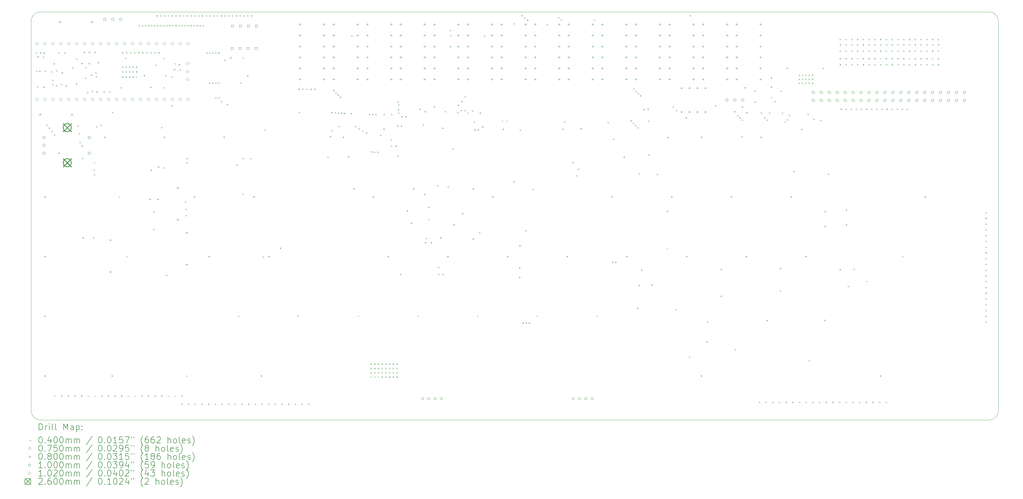
<source format=gbr>
%TF.GenerationSoftware,KiCad,Pcbnew,7.0.5*%
%TF.CreationDate,2023-06-13T23:41:36-04:00*%
%TF.ProjectId,MainBoard,4d61696e-426f-4617-9264-2e6b69636164,rev?*%
%TF.SameCoordinates,Original*%
%TF.FileFunction,Drillmap*%
%TF.FilePolarity,Positive*%
%FSLAX45Y45*%
G04 Gerber Fmt 4.5, Leading zero omitted, Abs format (unit mm)*
G04 Created by KiCad (PCBNEW 7.0.5) date 2023-06-13 23:41:36*
%MOMM*%
%LPD*%
G01*
G04 APERTURE LIST*
%ADD10C,0.100000*%
%ADD11C,0.200000*%
%ADD12C,0.040000*%
%ADD13C,0.075000*%
%ADD14C,0.080000*%
%ADD15C,0.102000*%
%ADD16C,0.260000*%
G04 APERTURE END LIST*
D10*
X0Y-1000000D02*
X0Y-13425000D01*
X300000Y-13725000D02*
X30580000Y-13725000D01*
X30580000Y-13725000D02*
G75*
G03*
X30880000Y-13425000I0J300000D01*
G01*
X300000Y-700000D02*
X30580000Y-700000D01*
X30880000Y-1000000D02*
G75*
G03*
X30580000Y-700000I-300000J0D01*
G01*
X30880000Y-1000000D02*
X30880000Y-13425000D01*
X0Y-13425000D02*
G75*
G03*
X300000Y-13725000I300000J0D01*
G01*
X300000Y-700000D02*
G75*
G03*
X0Y-1000000I0J-300000D01*
G01*
D11*
D12*
X150180Y-1981520D02*
X190180Y-2021520D01*
X190180Y-1981520D02*
X150180Y-2021520D01*
X165420Y-2570800D02*
X205420Y-2610800D01*
X205420Y-2570800D02*
X165420Y-2610800D01*
X185740Y-3071180D02*
X225740Y-3111180D01*
X225740Y-3071180D02*
X185740Y-3111180D01*
X198440Y-2111060D02*
X238440Y-2151060D01*
X238440Y-2111060D02*
X198440Y-2151060D01*
X256860Y-2575880D02*
X296860Y-2615880D01*
X296860Y-2575880D02*
X256860Y-2615880D01*
X287340Y-1986600D02*
X327340Y-2026600D01*
X327340Y-1986600D02*
X287340Y-2026600D01*
X373700Y-2118680D02*
X413700Y-2158680D01*
X413700Y-2118680D02*
X373700Y-2158680D01*
X383860Y-3081340D02*
X423860Y-3121340D01*
X423860Y-3081340D02*
X383860Y-3121340D01*
X394020Y-1999300D02*
X434020Y-2039300D01*
X434020Y-1999300D02*
X394020Y-2039300D01*
X424000Y-6583500D02*
X464000Y-6623500D01*
X464000Y-6583500D02*
X424000Y-6623500D01*
X424000Y-8488500D02*
X464000Y-8528500D01*
X464000Y-8488500D02*
X424000Y-8528500D01*
X424000Y-10393500D02*
X464000Y-10433500D01*
X464000Y-10393500D02*
X424000Y-10433500D01*
X424000Y-12298500D02*
X464000Y-12338500D01*
X464000Y-12298500D02*
X424000Y-12338500D01*
X429580Y-2563180D02*
X469580Y-2603180D01*
X469580Y-2563180D02*
X429580Y-2603180D01*
X482920Y-4295460D02*
X522920Y-4335460D01*
X522920Y-4295460D02*
X482920Y-4335460D01*
X561660Y-4389440D02*
X601660Y-4429440D01*
X601660Y-4389440D02*
X561660Y-4429440D01*
X642940Y-2591120D02*
X682940Y-2631120D01*
X682940Y-2591120D02*
X642940Y-2631120D01*
X642940Y-4493580D02*
X682940Y-4533580D01*
X682940Y-4493580D02*
X642940Y-4533580D01*
X670880Y-2862900D02*
X710880Y-2902900D01*
X710880Y-2862900D02*
X670880Y-2902900D01*
X678500Y-2997520D02*
X718500Y-3037520D01*
X718500Y-2997520D02*
X678500Y-3037520D01*
X714060Y-2337120D02*
X754060Y-2377120D01*
X754060Y-2337120D02*
X714060Y-2377120D01*
X729300Y-4605340D02*
X769300Y-4645340D01*
X769300Y-4605340D02*
X729300Y-4645340D01*
X740664Y-12941620D02*
X780664Y-12981620D01*
X780664Y-12941620D02*
X740664Y-12981620D01*
X797880Y-2558100D02*
X837880Y-2598100D01*
X837880Y-2558100D02*
X797880Y-2598100D01*
X797880Y-3033080D02*
X837880Y-3073080D01*
X837880Y-3033080D02*
X797880Y-3073080D01*
X861380Y-1981520D02*
X901380Y-2021520D01*
X901380Y-1981520D02*
X861380Y-2021520D01*
X871540Y-5187000D02*
X911540Y-5227000D01*
X911540Y-5187000D02*
X871540Y-5227000D01*
X953756Y-12941620D02*
X993756Y-12981620D01*
X993756Y-12941620D02*
X953756Y-12981620D01*
X955360Y-2997520D02*
X995360Y-3037520D01*
X995360Y-2997520D02*
X955360Y-3037520D01*
X975680Y-2621600D02*
X1015680Y-2661600D01*
X1015680Y-2621600D02*
X975680Y-2661600D01*
X1056960Y-1991680D02*
X1096960Y-2031680D01*
X1096960Y-1991680D02*
X1056960Y-2031680D01*
X1105220Y-3050860D02*
X1145220Y-3090860D01*
X1145220Y-3050860D02*
X1105220Y-3090860D01*
X1166849Y-12941620D02*
X1206849Y-12981620D01*
X1206849Y-12941620D02*
X1166849Y-12981620D01*
X1310960Y-2461580D02*
X1350960Y-2501580D01*
X1350960Y-2461580D02*
X1310960Y-2501580D01*
X1379941Y-12941620D02*
X1419941Y-12981620D01*
X1419941Y-12941620D02*
X1379941Y-12981620D01*
X1432880Y-2182180D02*
X1472880Y-2222180D01*
X1472880Y-2182180D02*
X1432880Y-2222180D01*
X1432880Y-2977200D02*
X1472880Y-3017200D01*
X1472880Y-2977200D02*
X1432880Y-3017200D01*
X1473520Y-4318320D02*
X1513520Y-4358320D01*
X1513520Y-4318320D02*
X1473520Y-4358320D01*
X1521780Y-4567240D02*
X1561780Y-4607240D01*
X1561780Y-4567240D02*
X1521780Y-4607240D01*
X1538230Y-4841560D02*
X1578230Y-4881560D01*
X1578230Y-4841560D02*
X1538230Y-4881560D01*
X1593034Y-12941620D02*
X1633034Y-12981620D01*
X1633034Y-12941620D02*
X1593034Y-12981620D01*
X1610680Y-2324420D02*
X1650680Y-2364420D01*
X1650680Y-2324420D02*
X1610680Y-2364420D01*
X1610680Y-4958400D02*
X1650680Y-4998400D01*
X1650680Y-4958400D02*
X1610680Y-4998400D01*
X1623380Y-5354640D02*
X1663380Y-5394640D01*
X1663380Y-5354640D02*
X1623380Y-5394640D01*
X1638620Y-7892100D02*
X1678620Y-7932100D01*
X1678620Y-7892100D02*
X1638620Y-7932100D01*
X1679260Y-1971360D02*
X1719260Y-2011360D01*
X1719260Y-1971360D02*
X1679260Y-2011360D01*
X1717790Y-2794750D02*
X1757790Y-2834750D01*
X1757790Y-2794750D02*
X1717790Y-2834750D01*
X1724980Y-2456500D02*
X1764980Y-2496500D01*
X1764980Y-2456500D02*
X1724980Y-2496500D01*
X1788480Y-3248980D02*
X1828480Y-3288980D01*
X1828480Y-3248980D02*
X1788480Y-3288980D01*
X1806127Y-12941620D02*
X1846127Y-12981620D01*
X1846127Y-12941620D02*
X1806127Y-12981620D01*
X1831660Y-2326960D02*
X1871660Y-2366960D01*
X1871660Y-2326960D02*
X1831660Y-2366960D01*
X1839280Y-1968820D02*
X1879280Y-2008820D01*
X1879280Y-1968820D02*
X1839280Y-2008820D01*
X1902780Y-2697800D02*
X1942780Y-2737800D01*
X1942780Y-2697800D02*
X1902780Y-2737800D01*
X1928180Y-3208340D02*
X1968180Y-3248340D01*
X1968180Y-3208340D02*
X1928180Y-3248340D01*
X1970150Y-7894640D02*
X2010150Y-7934640D01*
X2010150Y-7894640D02*
X1970150Y-7934640D01*
X1991680Y-5725480D02*
X2031680Y-5765480D01*
X2031680Y-5725480D02*
X1991680Y-5765480D01*
X1999300Y-5875340D02*
X2039300Y-5915340D01*
X2039300Y-5875340D02*
X1999300Y-5915340D01*
X2001840Y-5491800D02*
X2041840Y-5531800D01*
X2041840Y-5491800D02*
X2001840Y-5531800D01*
X2012000Y-1968820D02*
X2052000Y-2008820D01*
X2052000Y-1968820D02*
X2012000Y-2008820D01*
X2019219Y-12941620D02*
X2059219Y-12981620D01*
X2059219Y-12941620D02*
X2019219Y-12981620D01*
X2050100Y-2626680D02*
X2090100Y-2666680D01*
X2090100Y-2626680D02*
X2050100Y-2666680D01*
X2062800Y-2740980D02*
X2102800Y-2780980D01*
X2102800Y-2740980D02*
X2062800Y-2780980D01*
X2072960Y-4343720D02*
X2112960Y-4383720D01*
X2112960Y-4343720D02*
X2072960Y-4383720D01*
X2078040Y-3233740D02*
X2118040Y-3273740D01*
X2118040Y-3233740D02*
X2078040Y-3273740D01*
X2126550Y-2299020D02*
X2166550Y-2339020D01*
X2166550Y-2299020D02*
X2126550Y-2339020D01*
X2206941Y-4301870D02*
X2246941Y-4341870D01*
X2246941Y-4301870D02*
X2206941Y-4341870D01*
X2232312Y-12941620D02*
X2272312Y-12981620D01*
X2272312Y-12941620D02*
X2232312Y-12981620D01*
X2311720Y-3233740D02*
X2351720Y-3273740D01*
X2351720Y-3233740D02*
X2311720Y-3273740D01*
X2329000Y-4678500D02*
X2369000Y-4718500D01*
X2369000Y-4678500D02*
X2329000Y-4718500D01*
X2445404Y-12941620D02*
X2485404Y-12981620D01*
X2485404Y-12941620D02*
X2445404Y-12981620D01*
X2499680Y-3226120D02*
X2539680Y-3266120D01*
X2539680Y-3226120D02*
X2499680Y-3266120D01*
X2567125Y-12298500D02*
X2607125Y-12338500D01*
X2607125Y-12298500D02*
X2567125Y-12338500D01*
X2573340Y-3883980D02*
X2613340Y-3923980D01*
X2613340Y-3883980D02*
X2573340Y-3923980D01*
X2658497Y-12941620D02*
X2698497Y-12981620D01*
X2698497Y-12941620D02*
X2658497Y-12981620D01*
X2805250Y-6583500D02*
X2845250Y-6623500D01*
X2845250Y-6583500D02*
X2805250Y-6623500D01*
X2855280Y-3098950D02*
X2895280Y-3138950D01*
X2895280Y-3098950D02*
X2855280Y-3138950D01*
X2871590Y-12941620D02*
X2911590Y-12981620D01*
X2911590Y-12941620D02*
X2871590Y-12981620D01*
X2898460Y-1984060D02*
X2938460Y-2024060D01*
X2938460Y-1984060D02*
X2898460Y-2024060D01*
X2901000Y-2441260D02*
X2941000Y-2481260D01*
X2941000Y-2441260D02*
X2901000Y-2481260D01*
X2901000Y-2591120D02*
X2941000Y-2631120D01*
X2941000Y-2591120D02*
X2901000Y-2631120D01*
X2901000Y-2756220D02*
X2941000Y-2796220D01*
X2941000Y-2756220D02*
X2901000Y-2796220D01*
X2997520Y-2159320D02*
X3037520Y-2199320D01*
X3037520Y-2159320D02*
X2997520Y-2199320D01*
X3012760Y-2441260D02*
X3052760Y-2481260D01*
X3052760Y-2441260D02*
X3012760Y-2481260D01*
X3012760Y-2591120D02*
X3052760Y-2631120D01*
X3052760Y-2591120D02*
X3012760Y-2631120D01*
X3012760Y-2756220D02*
X3052760Y-2796220D01*
X3052760Y-2756220D02*
X3012760Y-2796220D01*
X3027435Y-1984060D02*
X3067435Y-2024060D01*
X3067435Y-1984060D02*
X3027435Y-2024060D01*
X3043375Y-8488500D02*
X3083375Y-8528500D01*
X3083375Y-8488500D02*
X3043375Y-8528500D01*
X3084682Y-12941620D02*
X3124682Y-12981620D01*
X3124682Y-12941620D02*
X3084682Y-12981620D01*
X3124520Y-2441260D02*
X3164520Y-2481260D01*
X3164520Y-2441260D02*
X3124520Y-2481260D01*
X3124520Y-2591120D02*
X3164520Y-2631120D01*
X3164520Y-2591120D02*
X3124520Y-2631120D01*
X3124520Y-2756220D02*
X3164520Y-2796220D01*
X3164520Y-2756220D02*
X3124520Y-2796220D01*
X3156411Y-1984060D02*
X3196411Y-2024060D01*
X3196411Y-1984060D02*
X3156411Y-2024060D01*
X3236280Y-2441260D02*
X3276280Y-2481260D01*
X3276280Y-2441260D02*
X3236280Y-2481260D01*
X3236280Y-2591120D02*
X3276280Y-2631120D01*
X3276280Y-2591120D02*
X3236280Y-2631120D01*
X3236280Y-2756220D02*
X3276280Y-2796220D01*
X3276280Y-2756220D02*
X3236280Y-2796220D01*
X3285386Y-1984060D02*
X3325386Y-2024060D01*
X3325386Y-1984060D02*
X3285386Y-2024060D01*
X3297775Y-12941620D02*
X3337775Y-12981620D01*
X3337775Y-12941620D02*
X3297775Y-12981620D01*
X3348040Y-2441260D02*
X3388040Y-2481260D01*
X3388040Y-2441260D02*
X3348040Y-2481260D01*
X3348040Y-2591120D02*
X3388040Y-2631120D01*
X3388040Y-2591120D02*
X3348040Y-2631120D01*
X3348040Y-2756220D02*
X3388040Y-2796220D01*
X3388040Y-2756220D02*
X3348040Y-2796220D01*
X3414362Y-1984060D02*
X3454362Y-2024060D01*
X3454362Y-1984060D02*
X3414362Y-2024060D01*
X3439480Y-1120460D02*
X3479480Y-1160460D01*
X3479480Y-1120460D02*
X3439480Y-1160460D01*
X3510867Y-12941620D02*
X3550867Y-12981620D01*
X3550867Y-12941620D02*
X3510867Y-12981620D01*
X3536242Y-1120460D02*
X3576242Y-1160460D01*
X3576242Y-1120460D02*
X3536242Y-1160460D01*
X3543337Y-1984060D02*
X3583337Y-2024060D01*
X3583337Y-1984060D02*
X3543337Y-2024060D01*
X3594420Y-2713040D02*
X3634420Y-2753040D01*
X3634420Y-2713040D02*
X3594420Y-2753040D01*
X3633004Y-1120460D02*
X3673004Y-1160460D01*
X3673004Y-1120460D02*
X3633004Y-1160460D01*
X3672313Y-1984060D02*
X3712313Y-2024060D01*
X3712313Y-1984060D02*
X3672313Y-2024060D01*
X3723960Y-12941620D02*
X3763960Y-12981620D01*
X3763960Y-12941620D02*
X3723960Y-12981620D01*
X3729766Y-1120460D02*
X3769766Y-1160460D01*
X3769766Y-1120460D02*
X3729766Y-1160460D01*
X3777300Y-6660200D02*
X3817300Y-6700200D01*
X3817300Y-6660200D02*
X3777300Y-6700200D01*
X3797620Y-3081340D02*
X3837620Y-3121340D01*
X3837620Y-3081340D02*
X3797620Y-3121340D01*
X3801288Y-1984060D02*
X3841288Y-2024060D01*
X3841288Y-1984060D02*
X3801288Y-2024060D01*
X3812860Y-5735640D02*
X3852860Y-5775640D01*
X3852860Y-5735640D02*
X3812860Y-5775640D01*
X3826528Y-1120460D02*
X3866528Y-1160460D01*
X3866528Y-1120460D02*
X3826528Y-1160460D01*
X3896750Y-7053900D02*
X3936750Y-7093900D01*
X3936750Y-7053900D02*
X3896750Y-7093900D01*
X3896750Y-7622860D02*
X3936750Y-7662860D01*
X3936750Y-7622860D02*
X3896750Y-7662860D01*
X3923289Y-1120460D02*
X3963289Y-1160460D01*
X3963289Y-1120460D02*
X3923289Y-1160460D01*
X3930264Y-1984060D02*
X3970264Y-2024060D01*
X3970264Y-1984060D02*
X3930264Y-2024060D01*
X3937053Y-12941620D02*
X3977053Y-12981620D01*
X3977053Y-12941620D02*
X3937053Y-12981620D01*
X3963950Y-2378040D02*
X4003950Y-2418040D01*
X4003950Y-2378040D02*
X3963950Y-2418040D01*
X4000820Y-805500D02*
X4040820Y-845500D01*
X4040820Y-805500D02*
X4000820Y-845500D01*
X4020051Y-1120460D02*
X4060051Y-1160460D01*
X4060051Y-1120460D02*
X4020051Y-1160460D01*
X4028760Y-6660200D02*
X4068760Y-6700200D01*
X4068760Y-6660200D02*
X4028760Y-6700200D01*
X4049080Y-5626420D02*
X4089080Y-5666420D01*
X4089080Y-5626420D02*
X4049080Y-5666420D01*
X4059240Y-1984060D02*
X4099240Y-2024060D01*
X4099240Y-1984060D02*
X4059240Y-2024060D01*
X4116813Y-1120460D02*
X4156813Y-1160460D01*
X4156813Y-1120460D02*
X4116813Y-1160460D01*
X4121318Y-805500D02*
X4161318Y-845500D01*
X4161318Y-805500D02*
X4121318Y-845500D01*
X4145265Y-4371325D02*
X4185265Y-4411325D01*
X4185265Y-4371325D02*
X4145265Y-4411325D01*
X4150145Y-12941620D02*
X4190145Y-12981620D01*
X4190145Y-12941620D02*
X4150145Y-12981620D01*
X4213575Y-1120460D02*
X4253575Y-1160460D01*
X4253575Y-1120460D02*
X4213575Y-1160460D01*
X4223130Y-5659440D02*
X4263130Y-5699440D01*
X4263130Y-5659440D02*
X4223130Y-5699440D01*
X4229420Y-2164400D02*
X4269420Y-2204400D01*
X4269420Y-2164400D02*
X4229420Y-2204400D01*
X4231960Y-3098950D02*
X4271960Y-3138950D01*
X4271960Y-3098950D02*
X4231960Y-3138950D01*
X4234000Y-4678500D02*
X4274000Y-4718500D01*
X4274000Y-4678500D02*
X4234000Y-4718500D01*
X4241815Y-805500D02*
X4281815Y-845500D01*
X4281815Y-805500D02*
X4241815Y-845500D01*
X4276450Y-2713040D02*
X4316450Y-2753040D01*
X4316450Y-2713040D02*
X4276450Y-2753040D01*
X4308160Y-9088440D02*
X4348160Y-9128440D01*
X4348160Y-9088440D02*
X4308160Y-9128440D01*
X4310337Y-1120460D02*
X4350337Y-1160460D01*
X4350337Y-1120460D02*
X4310337Y-1160460D01*
X4362313Y-805500D02*
X4402313Y-845500D01*
X4402313Y-805500D02*
X4362313Y-845500D01*
X4363238Y-12941620D02*
X4403238Y-12981620D01*
X4403238Y-12941620D02*
X4363238Y-12981620D01*
X4407099Y-1120460D02*
X4447099Y-1160460D01*
X4447099Y-1120460D02*
X4407099Y-1160460D01*
X4470720Y-2751140D02*
X4510720Y-2791140D01*
X4510720Y-2751140D02*
X4470720Y-2791140D01*
X4480880Y-3678240D02*
X4520880Y-3718240D01*
X4520880Y-3678240D02*
X4480880Y-3718240D01*
X4482810Y-805500D02*
X4522810Y-845500D01*
X4522810Y-805500D02*
X4482810Y-845500D01*
X4503861Y-1120460D02*
X4543861Y-1160460D01*
X4543861Y-1120460D02*
X4503861Y-1160460D01*
X4552000Y-2520000D02*
X4592000Y-2560000D01*
X4592000Y-2520000D02*
X4552000Y-2560000D01*
X4576330Y-12941620D02*
X4616330Y-12981620D01*
X4616330Y-12941620D02*
X4576330Y-12981620D01*
X4579940Y-2334580D02*
X4619940Y-2374580D01*
X4619940Y-2334580D02*
X4579940Y-2374580D01*
X4600623Y-1120460D02*
X4640623Y-1160460D01*
X4640623Y-1120460D02*
X4600623Y-1160460D01*
X4603308Y-805500D02*
X4643308Y-845500D01*
X4643308Y-805500D02*
X4603308Y-845500D01*
X4697385Y-1120460D02*
X4737385Y-1160460D01*
X4737385Y-1120460D02*
X4697385Y-1160460D01*
X4712020Y-2365060D02*
X4752020Y-2405060D01*
X4752020Y-2365060D02*
X4712020Y-2405060D01*
X4723806Y-805500D02*
X4763806Y-845500D01*
X4763806Y-805500D02*
X4723806Y-845500D01*
X4729800Y-2535240D02*
X4769800Y-2575240D01*
X4769800Y-2535240D02*
X4729800Y-2575240D01*
X4789424Y-12941620D02*
X4829424Y-12981620D01*
X4829424Y-12941620D02*
X4789424Y-12981620D01*
X4790760Y-13200700D02*
X4830760Y-13240700D01*
X4830760Y-13200700D02*
X4790760Y-13240700D01*
X4794147Y-1120460D02*
X4834147Y-1160460D01*
X4834147Y-1120460D02*
X4794147Y-1160460D01*
X4844303Y-805500D02*
X4884303Y-845500D01*
X4884303Y-805500D02*
X4844303Y-845500D01*
X4890909Y-1120460D02*
X4930909Y-1160460D01*
X4930909Y-1120460D02*
X4890909Y-1160460D01*
X4907600Y-6751640D02*
X4947600Y-6791640D01*
X4947600Y-6751640D02*
X4907600Y-6791640D01*
X4925380Y-6975160D02*
X4965380Y-7015160D01*
X4965380Y-6975160D02*
X4925380Y-7015160D01*
X4935540Y-7183440D02*
X4975540Y-7223440D01*
X4975540Y-7183440D02*
X4935540Y-7223440D01*
X4948375Y-12298500D02*
X4988375Y-12338500D01*
X4988375Y-12298500D02*
X4948375Y-12338500D01*
X4953320Y-5496880D02*
X4993320Y-5536880D01*
X4993320Y-5496880D02*
X4953320Y-5536880D01*
X4958400Y-5364800D02*
X4998400Y-5404800D01*
X4998400Y-5364800D02*
X4958400Y-5404800D01*
X4964801Y-805500D02*
X5004801Y-845500D01*
X5004801Y-805500D02*
X4964801Y-845500D01*
X4987670Y-1120460D02*
X5027670Y-1160460D01*
X5027670Y-1120460D02*
X4987670Y-1160460D01*
X5003853Y-13200700D02*
X5043853Y-13240700D01*
X5043853Y-13200700D02*
X5003853Y-13240700D01*
X5084432Y-1120460D02*
X5124432Y-1160460D01*
X5124432Y-1120460D02*
X5084432Y-1160460D01*
X5085298Y-805500D02*
X5125298Y-845500D01*
X5125298Y-805500D02*
X5085298Y-845500D01*
X5181194Y-1120460D02*
X5221194Y-1160460D01*
X5221194Y-1120460D02*
X5181194Y-1160460D01*
X5186500Y-6583500D02*
X5226500Y-6623500D01*
X5226500Y-6583500D02*
X5186500Y-6623500D01*
X5205796Y-805500D02*
X5245796Y-845500D01*
X5245796Y-805500D02*
X5205796Y-845500D01*
X5216945Y-13200700D02*
X5256945Y-13240700D01*
X5256945Y-13200700D02*
X5216945Y-13240700D01*
X5277956Y-1120460D02*
X5317956Y-1160460D01*
X5317956Y-1120460D02*
X5277956Y-1160460D01*
X5326294Y-805500D02*
X5366294Y-845500D01*
X5366294Y-805500D02*
X5326294Y-845500D01*
X5374718Y-1120460D02*
X5414718Y-1160460D01*
X5414718Y-1120460D02*
X5374718Y-1160460D01*
X5430038Y-13200700D02*
X5470038Y-13240700D01*
X5470038Y-13200700D02*
X5430038Y-13240700D01*
X5446791Y-805500D02*
X5486791Y-845500D01*
X5486791Y-805500D02*
X5446791Y-845500D01*
X5471480Y-1125540D02*
X5511480Y-1165540D01*
X5511480Y-1125540D02*
X5471480Y-1165540D01*
X5567289Y-805500D02*
X5607289Y-845500D01*
X5607289Y-805500D02*
X5567289Y-845500D01*
X5593400Y-1989140D02*
X5633400Y-2029140D01*
X5633400Y-1989140D02*
X5593400Y-2029140D01*
X5643130Y-13200700D02*
X5683130Y-13240700D01*
X5683130Y-13200700D02*
X5643130Y-13240700D01*
X5662750Y-8488500D02*
X5702750Y-8528500D01*
X5702750Y-8488500D02*
X5662750Y-8528500D01*
X5669600Y-2949990D02*
X5709600Y-2989990D01*
X5709600Y-2949990D02*
X5669600Y-2989990D01*
X5687786Y-805500D02*
X5727786Y-845500D01*
X5727786Y-805500D02*
X5687786Y-845500D01*
X5688015Y-1989140D02*
X5728015Y-2029140D01*
X5728015Y-1989140D02*
X5688015Y-2029140D01*
X5773740Y-2951800D02*
X5813740Y-2991800D01*
X5813740Y-2951800D02*
X5773740Y-2991800D01*
X5782630Y-1989140D02*
X5822630Y-2029140D01*
X5822630Y-1989140D02*
X5782630Y-2029140D01*
X5808284Y-805500D02*
X5848284Y-845500D01*
X5848284Y-805500D02*
X5808284Y-845500D01*
X5856223Y-13200700D02*
X5896223Y-13240700D01*
X5896223Y-13200700D02*
X5856223Y-13240700D01*
X5876990Y-2949990D02*
X5916990Y-2989990D01*
X5916990Y-2949990D02*
X5876990Y-2989990D01*
X5876990Y-3423946D02*
X5916990Y-3463946D01*
X5916990Y-3423946D02*
X5876990Y-3463946D01*
X5877245Y-1989140D02*
X5917245Y-2029140D01*
X5917245Y-1989140D02*
X5877245Y-2029140D01*
X5928782Y-805500D02*
X5968782Y-845500D01*
X5968782Y-805500D02*
X5928782Y-845500D01*
X5971860Y-1989140D02*
X6011860Y-2029140D01*
X6011860Y-1989140D02*
X5971860Y-2029140D01*
X5976940Y-2949990D02*
X6016940Y-2989990D01*
X6016940Y-2949990D02*
X5976940Y-2989990D01*
X5976940Y-3424240D02*
X6016940Y-3464240D01*
X6016940Y-3424240D02*
X5976940Y-3464240D01*
X6049279Y-805500D02*
X6089279Y-845500D01*
X6089279Y-805500D02*
X6049279Y-845500D01*
X6049814Y-3539325D02*
X6089814Y-3579325D01*
X6089814Y-3539325D02*
X6049814Y-3579325D01*
X6069316Y-13200700D02*
X6109316Y-13240700D01*
X6109316Y-13200700D02*
X6069316Y-13240700D01*
X6139000Y-4678500D02*
X6179000Y-4718500D01*
X6179000Y-4678500D02*
X6139000Y-4718500D01*
X6162360Y-2217740D02*
X6202360Y-2257740D01*
X6202360Y-2217740D02*
X6162360Y-2257740D01*
X6169777Y-805500D02*
X6209777Y-845500D01*
X6209777Y-805500D02*
X6169777Y-845500D01*
X6243284Y-3630336D02*
X6283284Y-3670336D01*
X6283284Y-3630336D02*
X6243284Y-3670336D01*
X6282408Y-13200700D02*
X6322408Y-13240700D01*
X6322408Y-13200700D02*
X6282408Y-13240700D01*
X6290274Y-805500D02*
X6330274Y-845500D01*
X6330274Y-805500D02*
X6290274Y-845500D01*
X6352860Y-2144080D02*
X6392860Y-2184080D01*
X6392860Y-2144080D02*
X6352860Y-2184080D01*
X6410772Y-805500D02*
X6450772Y-845500D01*
X6450772Y-805500D02*
X6410772Y-845500D01*
X6495501Y-13200700D02*
X6535501Y-13240700D01*
X6535501Y-13200700D02*
X6495501Y-13240700D01*
X6531270Y-805500D02*
X6571270Y-845500D01*
X6571270Y-805500D02*
X6531270Y-845500D01*
X6551650Y-5560380D02*
X6591650Y-5600380D01*
X6591650Y-5560380D02*
X6551650Y-5600380D01*
X6615250Y-10393500D02*
X6655250Y-10433500D01*
X6655250Y-10393500D02*
X6615250Y-10433500D01*
X6651767Y-805500D02*
X6691767Y-845500D01*
X6691767Y-805500D02*
X6651767Y-845500D01*
X6672900Y-2949990D02*
X6712900Y-2989990D01*
X6712900Y-2949990D02*
X6672900Y-2989990D01*
X6708593Y-13200700D02*
X6748593Y-13240700D01*
X6748593Y-13200700D02*
X6708593Y-13240700D01*
X6746910Y-6494750D02*
X6786910Y-6534750D01*
X6786910Y-6494750D02*
X6746910Y-6534750D01*
X6749100Y-5352100D02*
X6789100Y-5392100D01*
X6789100Y-5352100D02*
X6749100Y-5392100D01*
X6751640Y-2146620D02*
X6791640Y-2186620D01*
X6791640Y-2146620D02*
X6751640Y-2186620D01*
X6772265Y-805500D02*
X6812265Y-845500D01*
X6812265Y-805500D02*
X6772265Y-845500D01*
X6892762Y-805500D02*
X6932762Y-845500D01*
X6932762Y-805500D02*
X6892762Y-845500D01*
X6893880Y-2730090D02*
X6933880Y-2770090D01*
X6933880Y-2730090D02*
X6893880Y-2770090D01*
X6921686Y-13200700D02*
X6961686Y-13240700D01*
X6961686Y-13200700D02*
X6921686Y-13240700D01*
X6985320Y-5359825D02*
X7025320Y-5399825D01*
X7025320Y-5359825D02*
X6985320Y-5399825D01*
X7013260Y-805500D02*
X7053260Y-845500D01*
X7053260Y-805500D02*
X7013260Y-845500D01*
X7091500Y-6583500D02*
X7131500Y-6623500D01*
X7131500Y-6583500D02*
X7091500Y-6623500D01*
X7134779Y-13200700D02*
X7174779Y-13240700D01*
X7174779Y-13200700D02*
X7134779Y-13240700D01*
X7329625Y-12298500D02*
X7369625Y-12338500D01*
X7369625Y-12298500D02*
X7329625Y-12338500D01*
X7347871Y-13200700D02*
X7387871Y-13240700D01*
X7387871Y-13200700D02*
X7347871Y-13240700D01*
X7380300Y-8499160D02*
X7420300Y-8539160D01*
X7420300Y-8499160D02*
X7380300Y-8539160D01*
X7452180Y-4444980D02*
X7492180Y-4484980D01*
X7492180Y-4444980D02*
X7452180Y-4484980D01*
X7560964Y-13200700D02*
X7600964Y-13240700D01*
X7600964Y-13200700D02*
X7560964Y-13240700D01*
X7567750Y-8488500D02*
X7607750Y-8528500D01*
X7607750Y-8488500D02*
X7567750Y-8528500D01*
X7774056Y-13200700D02*
X7814056Y-13240700D01*
X7814056Y-13200700D02*
X7774056Y-13240700D01*
X7937820Y-8224840D02*
X7977820Y-8264840D01*
X7977820Y-8224840D02*
X7937820Y-8264840D01*
X7987149Y-13200700D02*
X8027149Y-13240700D01*
X8027149Y-13200700D02*
X7987149Y-13240700D01*
X8200242Y-13200700D02*
X8240242Y-13240700D01*
X8240242Y-13200700D02*
X8200242Y-13240700D01*
X8413334Y-13200700D02*
X8453334Y-13240700D01*
X8453334Y-13200700D02*
X8413334Y-13240700D01*
X8498420Y-10371670D02*
X8538420Y-10411670D01*
X8538420Y-10371670D02*
X8498420Y-10411670D01*
X8529640Y-3142300D02*
X8569640Y-3182300D01*
X8569640Y-3142300D02*
X8529640Y-3182300D01*
X8542340Y-3886970D02*
X8582340Y-3926970D01*
X8582340Y-3886970D02*
X8542340Y-3926970D01*
X8626427Y-13200700D02*
X8666427Y-13240700D01*
X8666427Y-13200700D02*
X8626427Y-13240700D01*
X8651560Y-3144840D02*
X8691560Y-3184840D01*
X8691560Y-3144840D02*
X8651560Y-3184840D01*
X8781100Y-3147380D02*
X8821100Y-3187380D01*
X8821100Y-3147380D02*
X8781100Y-3187380D01*
X8839520Y-13200700D02*
X8879520Y-13240700D01*
X8879520Y-13200700D02*
X8839520Y-13240700D01*
X8918260Y-3149920D02*
X8958260Y-3189920D01*
X8958260Y-3149920D02*
X8918260Y-3189920D01*
X9037640Y-3149920D02*
X9077640Y-3189920D01*
X9077640Y-3149920D02*
X9037640Y-3189920D01*
X9456938Y-5317750D02*
X9496938Y-5357750D01*
X9496938Y-5317750D02*
X9456938Y-5357750D01*
X9538020Y-4658680D02*
X9578020Y-4698680D01*
X9578020Y-4658680D02*
X9538020Y-4698680D01*
X9573150Y-4472830D02*
X9613150Y-4512830D01*
X9613150Y-4472830D02*
X9573150Y-4512830D01*
X9578660Y-3886520D02*
X9618660Y-3926520D01*
X9618660Y-3886520D02*
X9578660Y-3926520D01*
X9642087Y-3187445D02*
X9682087Y-3227445D01*
X9682087Y-3187445D02*
X9642087Y-3227445D01*
X9693307Y-3895693D02*
X9733307Y-3935693D01*
X9733307Y-3895693D02*
X9693307Y-3935693D01*
X9711388Y-3259468D02*
X9751388Y-3299468D01*
X9751388Y-3259468D02*
X9711388Y-3299468D01*
X9781293Y-3330905D02*
X9821293Y-3370905D01*
X9821293Y-3330905D02*
X9781293Y-3370905D01*
X9792940Y-3903652D02*
X9832940Y-3943652D01*
X9832940Y-3903652D02*
X9792940Y-3943652D01*
X9802180Y-4336100D02*
X9842180Y-4376100D01*
X9842180Y-4336100D02*
X9802180Y-4376100D01*
X9853820Y-3399680D02*
X9893820Y-3439680D01*
X9893820Y-3399680D02*
X9853820Y-3439680D01*
X9892401Y-3913530D02*
X9932401Y-3953530D01*
X9932401Y-3913530D02*
X9892401Y-3953530D01*
X9949000Y-4678500D02*
X9989000Y-4718500D01*
X9989000Y-4678500D02*
X9949000Y-4718500D01*
X9992314Y-3916244D02*
X10032314Y-3956244D01*
X10032314Y-3916244D02*
X9992314Y-3956244D01*
X10109185Y-5304715D02*
X10149185Y-5344715D01*
X10149185Y-5304715D02*
X10109185Y-5344715D01*
X10204806Y-3931970D02*
X10244806Y-3971970D01*
X10244806Y-3931970D02*
X10204806Y-3971970D01*
X10218740Y-1450660D02*
X10258740Y-1490660D01*
X10258740Y-1450660D02*
X10218740Y-1490660D01*
X10289200Y-6329500D02*
X10329200Y-6369500D01*
X10329200Y-6329500D02*
X10289200Y-6369500D01*
X10338120Y-4338520D02*
X10378120Y-4378520D01*
X10378120Y-4338520D02*
X10338120Y-4378520D01*
X10425250Y-10393500D02*
X10465250Y-10433500D01*
X10465250Y-10393500D02*
X10425250Y-10433500D01*
X10446200Y-4410970D02*
X10486200Y-4450970D01*
X10486200Y-4410970D02*
X10446200Y-4450970D01*
X10569260Y-4483420D02*
X10609260Y-4523420D01*
X10609260Y-4483420D02*
X10569260Y-4523420D01*
X10683560Y-4542050D02*
X10723560Y-4582050D01*
X10723560Y-4542050D02*
X10683560Y-4582050D01*
X10782620Y-3952450D02*
X10822620Y-3992450D01*
X10822620Y-3952450D02*
X10782620Y-3992450D01*
X10830880Y-11918000D02*
X10870880Y-11958000D01*
X10870880Y-11918000D02*
X10830880Y-11958000D01*
X10830880Y-12194860D02*
X10870880Y-12234860D01*
X10870880Y-12194860D02*
X10830880Y-12234860D01*
X10832150Y-12055160D02*
X10872150Y-12095160D01*
X10872150Y-12055160D02*
X10832150Y-12095160D01*
X10832150Y-12332020D02*
X10872150Y-12372020D01*
X10872150Y-12332020D02*
X10832150Y-12372020D01*
X10849728Y-5148784D02*
X10889728Y-5188784D01*
X10889728Y-5148784D02*
X10849728Y-5188784D01*
X10885939Y-3952411D02*
X10925939Y-3992411D01*
X10925939Y-3952411D02*
X10885939Y-3992411D01*
X10901500Y-6583500D02*
X10941500Y-6623500D01*
X10941500Y-6583500D02*
X10901500Y-6623500D01*
X10948990Y-11918000D02*
X10988990Y-11958000D01*
X10988990Y-11918000D02*
X10948990Y-11958000D01*
X10948990Y-12194860D02*
X10988990Y-12234860D01*
X10988990Y-12194860D02*
X10948990Y-12234860D01*
X10949370Y-5156627D02*
X10989370Y-5196627D01*
X10989370Y-5156627D02*
X10949370Y-5196627D01*
X10950260Y-12055160D02*
X10990260Y-12095160D01*
X10990260Y-12055160D02*
X10950260Y-12095160D01*
X10950260Y-12332020D02*
X10990260Y-12372020D01*
X10990260Y-12332020D02*
X10950260Y-12372020D01*
X10988360Y-3952450D02*
X11028360Y-3992450D01*
X11028360Y-3952450D02*
X10988360Y-3992450D01*
X11049320Y-5156627D02*
X11089320Y-5196627D01*
X11089320Y-5156627D02*
X11049320Y-5196627D01*
X11067100Y-11918000D02*
X11107100Y-11958000D01*
X11107100Y-11918000D02*
X11067100Y-11958000D01*
X11067100Y-12194860D02*
X11107100Y-12234860D01*
X11107100Y-12194860D02*
X11067100Y-12234860D01*
X11068370Y-12055160D02*
X11108370Y-12095160D01*
X11108370Y-12055160D02*
X11068370Y-12095160D01*
X11068370Y-12332020D02*
X11108370Y-12372020D01*
X11108370Y-12332020D02*
X11068370Y-12372020D01*
X11141190Y-4615070D02*
X11181190Y-4655070D01*
X11181190Y-4615070D02*
X11141190Y-4655070D01*
X11185210Y-11918000D02*
X11225210Y-11958000D01*
X11225210Y-11918000D02*
X11185210Y-11958000D01*
X11185210Y-12194860D02*
X11225210Y-12234860D01*
X11225210Y-12194860D02*
X11185210Y-12234860D01*
X11186480Y-12055160D02*
X11226480Y-12095160D01*
X11226480Y-12055160D02*
X11186480Y-12095160D01*
X11186480Y-12332020D02*
X11226480Y-12372020D01*
X11226480Y-12332020D02*
X11186480Y-12372020D01*
X11241700Y-4424500D02*
X11281700Y-4464500D01*
X11281700Y-4424500D02*
X11241700Y-4464500D01*
X11252520Y-3952450D02*
X11292520Y-3992450D01*
X11292520Y-3952450D02*
X11252520Y-3992450D01*
X11303320Y-11918000D02*
X11343320Y-11958000D01*
X11343320Y-11918000D02*
X11303320Y-11958000D01*
X11303320Y-12194860D02*
X11343320Y-12234860D01*
X11343320Y-12194860D02*
X11303320Y-12234860D01*
X11304590Y-12055160D02*
X11344590Y-12095160D01*
X11344590Y-12055160D02*
X11304590Y-12095160D01*
X11304590Y-12332020D02*
X11344590Y-12372020D01*
X11344590Y-12332020D02*
X11304590Y-12372020D01*
X11377750Y-8488500D02*
X11417750Y-8528500D01*
X11417750Y-8488500D02*
X11377750Y-8528500D01*
X11421430Y-11918000D02*
X11461430Y-11958000D01*
X11461430Y-11918000D02*
X11421430Y-11958000D01*
X11421430Y-12194860D02*
X11461430Y-12234860D01*
X11461430Y-12194860D02*
X11421430Y-12234860D01*
X11422700Y-12055160D02*
X11462700Y-12095160D01*
X11462700Y-12055160D02*
X11422700Y-12095160D01*
X11422700Y-12332020D02*
X11462700Y-12372020D01*
X11462700Y-12332020D02*
X11422700Y-12372020D01*
X11478580Y-4770440D02*
X11518580Y-4810440D01*
X11518580Y-4770440D02*
X11478580Y-4810440D01*
X11488740Y-4960940D02*
X11528740Y-5000940D01*
X11528740Y-4960940D02*
X11488740Y-5000940D01*
X11488812Y-3957568D02*
X11528812Y-3997568D01*
X11528812Y-3957568D02*
X11488812Y-3997568D01*
X11539540Y-11918000D02*
X11579540Y-11958000D01*
X11579540Y-11918000D02*
X11539540Y-11958000D01*
X11539540Y-12194860D02*
X11579540Y-12234860D01*
X11579540Y-12194860D02*
X11539540Y-12234860D01*
X11540810Y-12055160D02*
X11580810Y-12095160D01*
X11580810Y-12055160D02*
X11540810Y-12095160D01*
X11540810Y-12332020D02*
X11580810Y-12372020D01*
X11580810Y-12332020D02*
X11540810Y-12372020D01*
X11628440Y-4963480D02*
X11668440Y-5003480D01*
X11668440Y-4963480D02*
X11628440Y-5003480D01*
X11657650Y-11918000D02*
X11697650Y-11958000D01*
X11697650Y-11918000D02*
X11657650Y-11958000D01*
X11657650Y-12194860D02*
X11697650Y-12234860D01*
X11697650Y-12194860D02*
X11657650Y-12234860D01*
X11658920Y-12055160D02*
X11698920Y-12095160D01*
X11698920Y-12055160D02*
X11658920Y-12095160D01*
X11658920Y-12332020D02*
X11698920Y-12372020D01*
X11698920Y-12332020D02*
X11658920Y-12372020D01*
X11679240Y-4318320D02*
X11719240Y-4358320D01*
X11719240Y-4318320D02*
X11679240Y-4358320D01*
X11681780Y-3556320D02*
X11721780Y-3596320D01*
X11721780Y-3556320D02*
X11681780Y-3596320D01*
X11684320Y-5286060D02*
X11724320Y-5326060D01*
X11724320Y-5286060D02*
X11684320Y-5326060D01*
X11704640Y-3802700D02*
X11744640Y-3842700D01*
X11744640Y-3802700D02*
X11704640Y-3842700D01*
X11707180Y-3911920D02*
X11747180Y-3951920D01*
X11747180Y-3911920D02*
X11707180Y-3951920D01*
X11718007Y-3649474D02*
X11758007Y-3689474D01*
X11758007Y-3649474D02*
X11718007Y-3689474D01*
X11775700Y-9057635D02*
X11815700Y-9097635D01*
X11815700Y-9057635D02*
X11775700Y-9097635D01*
X11803700Y-4323400D02*
X11843700Y-4363400D01*
X11843700Y-4323400D02*
X11803700Y-4363400D01*
X11815566Y-4021970D02*
X11855566Y-4061970D01*
X11855566Y-4021970D02*
X11815566Y-4061970D01*
X11938888Y-4017458D02*
X11978888Y-4057458D01*
X11978888Y-4017458D02*
X11938888Y-4057458D01*
X11993000Y-7028500D02*
X12033000Y-7068500D01*
X12033000Y-7028500D02*
X11993000Y-7068500D01*
X12119570Y-7428910D02*
X12159570Y-7468910D01*
X12159570Y-7428910D02*
X12119570Y-7468910D01*
X12194200Y-6329500D02*
X12234200Y-6369500D01*
X12234200Y-6329500D02*
X12194200Y-6369500D01*
X12330250Y-10393500D02*
X12370250Y-10433500D01*
X12370250Y-10393500D02*
X12330250Y-10433500D01*
X12390440Y-3782380D02*
X12430440Y-3822380D01*
X12430440Y-3782380D02*
X12390440Y-3822380D01*
X12504740Y-4282760D02*
X12544740Y-4322760D01*
X12544740Y-4282760D02*
X12504740Y-4322760D01*
X12540300Y-6507800D02*
X12580300Y-6547800D01*
X12580300Y-6507800D02*
X12540300Y-6547800D01*
X12560620Y-3863830D02*
X12600620Y-3903830D01*
X12600620Y-3863830D02*
X12560620Y-3903830D01*
X12568240Y-8044500D02*
X12608240Y-8084500D01*
X12608240Y-8044500D02*
X12568240Y-8084500D01*
X12598000Y-7907340D02*
X12638000Y-7947340D01*
X12638000Y-7907340D02*
X12598000Y-7947340D01*
X12670450Y-6916740D02*
X12710450Y-6956740D01*
X12710450Y-6916740D02*
X12670450Y-6956740D01*
X12670450Y-7302820D02*
X12710450Y-7342820D01*
X12710450Y-7302820D02*
X12670450Y-7342820D01*
X12753660Y-8044500D02*
X12793660Y-8084500D01*
X12793660Y-8044500D02*
X12753660Y-8084500D01*
X12847640Y-3711225D02*
X12887640Y-3751225D01*
X12887640Y-3711225D02*
X12847640Y-3751225D01*
X12954450Y-6223320D02*
X12994450Y-6263320D01*
X12994450Y-6223320D02*
X12954450Y-6263320D01*
X12986010Y-8829360D02*
X13026010Y-8869360D01*
X13026010Y-8829360D02*
X12986010Y-8869360D01*
X12986010Y-9057960D02*
X13026010Y-9097960D01*
X13026010Y-9057960D02*
X12986010Y-9097960D01*
X13058460Y-7894640D02*
X13098460Y-7934640D01*
X13098460Y-7894640D02*
X13058460Y-7934640D01*
X13112156Y-4389956D02*
X13152156Y-4429956D01*
X13152156Y-4389956D02*
X13112156Y-4429956D01*
X13130910Y-9060500D02*
X13170910Y-9100500D01*
X13170910Y-9060500D02*
X13130910Y-9100500D01*
X13205780Y-3863830D02*
X13245780Y-3903830D01*
X13245780Y-3863830D02*
X13205780Y-3903830D01*
X13282750Y-8488500D02*
X13322750Y-8528500D01*
X13322750Y-8488500D02*
X13282750Y-8528500D01*
X13294680Y-6269040D02*
X13334680Y-6309040D01*
X13334680Y-6269040D02*
X13294680Y-6309040D01*
X13360720Y-1267780D02*
X13400720Y-1307780D01*
X13400720Y-1267780D02*
X13360720Y-1307780D01*
X13368340Y-1430340D02*
X13408340Y-1470340D01*
X13408340Y-1430340D02*
X13368340Y-1470340D01*
X13368340Y-1783400D02*
X13408340Y-1823400D01*
X13408340Y-1783400D02*
X13368340Y-1823400D01*
X13445870Y-5044760D02*
X13485870Y-5084760D01*
X13485870Y-5044760D02*
X13445870Y-5084760D01*
X13480100Y-7473000D02*
X13520100Y-7513000D01*
X13520100Y-7473000D02*
X13480100Y-7513000D01*
X13599480Y-3883980D02*
X13639480Y-3923980D01*
X13639480Y-3883980D02*
X13599480Y-3923980D01*
X13617260Y-3655380D02*
X13657260Y-3695380D01*
X13657260Y-3655380D02*
X13617260Y-3695380D01*
X13708700Y-3820480D02*
X13748700Y-3860480D01*
X13748700Y-3820480D02*
X13708700Y-3860480D01*
X13729020Y-3538540D02*
X13769020Y-3578540D01*
X13769020Y-3538540D02*
X13729020Y-3578540D01*
X13752500Y-7119940D02*
X13792500Y-7159940D01*
X13792500Y-7119940D02*
X13752500Y-7159940D01*
X13825540Y-3830640D02*
X13865540Y-3870640D01*
X13865540Y-3830640D02*
X13825540Y-3870640D01*
X13833160Y-3386140D02*
X13873160Y-3426140D01*
X13873160Y-3386140D02*
X13833160Y-3426140D01*
X13914440Y-3908830D02*
X13954440Y-3948830D01*
X13954440Y-3908830D02*
X13914440Y-3948830D01*
X14069380Y-3836380D02*
X14109380Y-3876380D01*
X14109380Y-3836380D02*
X14069380Y-3876380D01*
X14092240Y-7922580D02*
X14132240Y-7962580D01*
X14132240Y-7922580D02*
X14092240Y-7962580D01*
X14099200Y-6329500D02*
X14139200Y-6369500D01*
X14139200Y-6329500D02*
X14099200Y-6369500D01*
X14132880Y-4188780D02*
X14172880Y-4228780D01*
X14172880Y-4188780D02*
X14132880Y-4228780D01*
X14143040Y-4442780D02*
X14183040Y-4482780D01*
X14183040Y-4442780D02*
X14143040Y-4482780D01*
X14235250Y-10393500D02*
X14275250Y-10433500D01*
X14275250Y-10393500D02*
X14235250Y-10433500D01*
X14246340Y-4441940D02*
X14286340Y-4481940D01*
X14286340Y-4441940D02*
X14246340Y-4481940D01*
X14301850Y-7711760D02*
X14341850Y-7751760D01*
X14341850Y-7711760D02*
X14301850Y-7751760D01*
X14319370Y-3908830D02*
X14359370Y-3948830D01*
X14359370Y-3908830D02*
X14319370Y-3948830D01*
X14391960Y-4348800D02*
X14431960Y-4388800D01*
X14431960Y-4348800D02*
X14391960Y-4388800D01*
X14450380Y-1458280D02*
X14490380Y-1498280D01*
X14490380Y-1458280D02*
X14450380Y-1498280D01*
X14711500Y-6583500D02*
X14751500Y-6623500D01*
X14751500Y-6583500D02*
X14711500Y-6623500D01*
X15024420Y-4162050D02*
X15064420Y-4202050D01*
X15064420Y-4162050D02*
X15024420Y-4202050D01*
X15051700Y-4424500D02*
X15091700Y-4464500D01*
X15091700Y-4424500D02*
X15051700Y-4464500D01*
X15176820Y-4162100D02*
X15216820Y-4202100D01*
X15216820Y-4162100D02*
X15176820Y-4202100D01*
X15187750Y-8488500D02*
X15227750Y-8528500D01*
X15227750Y-8488500D02*
X15187750Y-8528500D01*
X15391450Y-6101400D02*
X15431450Y-6141400D01*
X15431450Y-6101400D02*
X15391450Y-6141400D01*
X15400340Y-1062040D02*
X15440340Y-1102040D01*
X15440340Y-1062040D02*
X15400340Y-1102040D01*
X15572950Y-8857300D02*
X15612950Y-8897300D01*
X15612950Y-8857300D02*
X15572950Y-8897300D01*
X15572950Y-9154480D02*
X15612950Y-9194480D01*
X15612950Y-9154480D02*
X15572950Y-9194480D01*
X15583220Y-8148640D02*
X15623220Y-8188640D01*
X15623220Y-8148640D02*
X15583220Y-8188640D01*
X15593380Y-4455480D02*
X15633380Y-4495480D01*
X15633380Y-4455480D02*
X15593380Y-4495480D01*
X15646720Y-794130D02*
X15686720Y-834130D01*
X15686720Y-794130D02*
X15646720Y-834130D01*
X15684820Y-10609900D02*
X15724820Y-10649900D01*
X15724820Y-10609900D02*
X15684820Y-10649900D01*
X15728245Y-866580D02*
X15768245Y-906580D01*
X15768245Y-866580D02*
X15728245Y-906580D01*
X15777700Y-7660960D02*
X15817700Y-7700960D01*
X15817700Y-7660960D02*
X15777700Y-7700960D01*
X15784770Y-10609900D02*
X15824770Y-10649900D01*
X15824770Y-10609900D02*
X15784770Y-10649900D01*
X15827124Y-939584D02*
X15867124Y-979584D01*
X15867124Y-939584D02*
X15827124Y-979584D01*
X15884685Y-10612554D02*
X15924685Y-10652554D01*
X15924685Y-10612554D02*
X15884685Y-10652554D01*
X16007400Y-6342700D02*
X16047400Y-6382700D01*
X16047400Y-6342700D02*
X16007400Y-6382700D01*
X16140250Y-10393500D02*
X16180250Y-10433500D01*
X16180250Y-10393500D02*
X16140250Y-10433500D01*
X16456980Y-1087440D02*
X16496980Y-1127440D01*
X16496980Y-1087440D02*
X16456980Y-1127440D01*
X16825280Y-866580D02*
X16865280Y-906580D01*
X16865280Y-866580D02*
X16825280Y-906580D01*
X16896795Y-939030D02*
X16936795Y-979030D01*
X16936795Y-939030D02*
X16896795Y-979030D01*
X16956700Y-4424500D02*
X16996700Y-4464500D01*
X16996700Y-4424500D02*
X16956700Y-4464500D01*
X17010700Y-4191320D02*
X17050700Y-4231320D01*
X17050700Y-4191320D02*
X17010700Y-4231320D01*
X17092750Y-8488500D02*
X17132750Y-8528500D01*
X17132750Y-8488500D02*
X17092750Y-8528500D01*
X17279940Y-5489260D02*
X17319940Y-5529260D01*
X17319940Y-5489260D02*
X17279940Y-5529260D01*
X17396350Y-5908790D02*
X17436350Y-5948790D01*
X17436350Y-5908790D02*
X17396350Y-5948790D01*
X17457740Y-5700080D02*
X17497740Y-5740080D01*
X17497740Y-5700080D02*
X17457740Y-5740080D01*
X17531400Y-4407220D02*
X17571400Y-4447220D01*
X17571400Y-4407220D02*
X17531400Y-4447220D01*
X17968280Y-939030D02*
X18008280Y-979030D01*
X18008280Y-939030D02*
X17968280Y-979030D01*
X18045250Y-10393500D02*
X18085250Y-10433500D01*
X18085250Y-10393500D02*
X18045250Y-10433500D01*
X18398950Y-4209100D02*
X18438950Y-4249100D01*
X18438950Y-4209100D02*
X18398950Y-4249100D01*
X18521500Y-6583500D02*
X18561500Y-6623500D01*
X18561500Y-6583500D02*
X18521500Y-6623500D01*
X18544860Y-8671880D02*
X18584860Y-8711880D01*
X18584860Y-8671880D02*
X18544860Y-8711880D01*
X18577880Y-4742500D02*
X18617880Y-4782500D01*
X18617880Y-4742500D02*
X18577880Y-4782500D01*
X18644603Y-8665445D02*
X18684603Y-8705445D01*
X18684603Y-8665445D02*
X18644603Y-8705445D01*
X18910500Y-5316420D02*
X18950500Y-5356420D01*
X18950500Y-5316420D02*
X18910500Y-5356420D01*
X18997750Y-8488500D02*
X19037750Y-8528500D01*
X19037750Y-8488500D02*
X18997750Y-8528500D01*
X19130150Y-4160840D02*
X19170150Y-4200840D01*
X19170150Y-4160840D02*
X19130150Y-4200840D01*
X19202600Y-4231960D02*
X19242600Y-4271960D01*
X19242600Y-4231960D02*
X19202600Y-4271960D01*
X19219095Y-3144557D02*
X19259095Y-3184557D01*
X19259095Y-3144557D02*
X19219095Y-3184557D01*
X19275050Y-4301878D02*
X19315050Y-4341878D01*
X19315050Y-4301878D02*
X19275050Y-4341878D01*
X19284448Y-3220181D02*
X19324448Y-3260181D01*
X19324448Y-3220181D02*
X19284448Y-3260181D01*
X19337950Y-10139500D02*
X19377950Y-10179500D01*
X19377950Y-10139500D02*
X19337950Y-10179500D01*
X19344960Y-4376740D02*
X19384960Y-4416740D01*
X19384960Y-4376740D02*
X19344960Y-4416740D01*
X19359692Y-3285972D02*
X19399692Y-3325972D01*
X19399692Y-3285972D02*
X19359692Y-3325972D01*
X19382950Y-9405940D02*
X19422950Y-9445940D01*
X19422950Y-9405940D02*
X19382950Y-9445940D01*
X19388140Y-5844860D02*
X19428140Y-5884860D01*
X19428140Y-5844860D02*
X19388140Y-5884860D01*
X19428780Y-3358200D02*
X19468780Y-3398200D01*
X19468780Y-3358200D02*
X19428780Y-3398200D01*
X19469420Y-8918260D02*
X19509420Y-8958260D01*
X19509420Y-8918260D02*
X19469420Y-8958260D01*
X19545450Y-3792710D02*
X19585450Y-3832710D01*
X19585450Y-3792710D02*
X19545450Y-3832710D01*
X19672620Y-3787460D02*
X19712620Y-3827460D01*
X19712620Y-3787460D02*
X19672620Y-3827460D01*
X19695480Y-4163380D02*
X19735480Y-4203380D01*
X19735480Y-4163380D02*
X19695480Y-4203380D01*
X19703100Y-5242880D02*
X19743100Y-5282880D01*
X19743100Y-5242880D02*
X19703100Y-5282880D01*
X19799620Y-9400860D02*
X19839620Y-9440860D01*
X19839620Y-9400860D02*
X19799620Y-9440860D01*
X19974200Y-5867720D02*
X20014200Y-5907720D01*
X20014200Y-5867720D02*
X19974200Y-5907720D01*
X20289840Y-7043740D02*
X20329840Y-7083740D01*
X20329840Y-7043740D02*
X20289840Y-7083740D01*
X20290450Y-8234500D02*
X20330450Y-8274500D01*
X20330450Y-8234500D02*
X20290450Y-8274500D01*
X20310160Y-4686620D02*
X20350160Y-4726620D01*
X20350160Y-4686620D02*
X20310160Y-4726620D01*
X20426500Y-6583500D02*
X20466500Y-6623500D01*
X20466500Y-6583500D02*
X20426500Y-6623500D01*
X20471140Y-3720460D02*
X20511140Y-3760460D01*
X20511140Y-3720460D02*
X20471140Y-3760460D01*
X20556540Y-10175560D02*
X20596540Y-10215560D01*
X20596540Y-10175560D02*
X20556540Y-10215560D01*
X20581940Y-3830640D02*
X20621940Y-3870640D01*
X20621940Y-3830640D02*
X20581940Y-3870640D01*
X20886000Y-4060450D02*
X20926000Y-4100450D01*
X20926000Y-4060450D02*
X20886000Y-4100450D01*
X20902750Y-8488500D02*
X20942750Y-8528500D01*
X20942750Y-8488500D02*
X20902750Y-8528500D01*
X20995675Y-11694765D02*
X21035675Y-11734765D01*
X21035675Y-11694765D02*
X20995675Y-11734765D01*
X21023900Y-794130D02*
X21063900Y-834130D01*
X21063900Y-794130D02*
X21023900Y-834130D01*
X21379000Y-4678500D02*
X21419000Y-4718500D01*
X21419000Y-4678500D02*
X21379000Y-4718500D01*
X21379000Y-12298500D02*
X21419000Y-12338500D01*
X21419000Y-12298500D02*
X21379000Y-12338500D01*
X21552220Y-11216960D02*
X21592220Y-11256960D01*
X21592220Y-11216960D02*
X21552220Y-11256960D01*
X21575080Y-10574340D02*
X21615080Y-10614340D01*
X21615080Y-10574340D02*
X21575080Y-10614340D01*
X21829080Y-3678240D02*
X21869080Y-3718240D01*
X21869080Y-3678240D02*
X21829080Y-3718240D01*
X22009420Y-9751380D02*
X22049420Y-9791380D01*
X22049420Y-9751380D02*
X22009420Y-9791380D01*
X22011960Y-8895400D02*
X22051960Y-8935400D01*
X22051960Y-8895400D02*
X22011960Y-8935400D01*
X22331500Y-6583500D02*
X22371500Y-6623500D01*
X22371500Y-6583500D02*
X22331500Y-6623500D01*
X22436140Y-3866200D02*
X22476140Y-3906200D01*
X22476140Y-3866200D02*
X22436140Y-3906200D01*
X22451380Y-11458260D02*
X22491380Y-11498260D01*
X22491380Y-11458260D02*
X22451380Y-11498260D01*
X22536320Y-3988000D02*
X22576320Y-4028000D01*
X22576320Y-3988000D02*
X22536320Y-4028000D01*
X22606433Y-4060450D02*
X22646433Y-4100450D01*
X22646433Y-4060450D02*
X22606433Y-4100450D01*
X22671700Y-4658020D02*
X22711700Y-4698020D01*
X22711700Y-4658020D02*
X22671700Y-4698020D01*
X22682520Y-3713800D02*
X22722520Y-3753800D01*
X22722520Y-3713800D02*
X22682520Y-3753800D01*
X22682520Y-4130360D02*
X22722520Y-4170360D01*
X22722520Y-4130360D02*
X22682520Y-4170360D01*
X22771420Y-3096580D02*
X22811420Y-3136580D01*
X22811420Y-3096580D02*
X22771420Y-3136580D01*
X22807750Y-8488500D02*
X22847750Y-8528500D01*
X22847750Y-8488500D02*
X22807750Y-8528500D01*
X22824760Y-3899220D02*
X22864760Y-3939220D01*
X22864760Y-3899220D02*
X22824760Y-3939220D01*
X23086380Y-3210880D02*
X23126380Y-3250880D01*
X23126380Y-3210880D02*
X23086380Y-3250880D01*
X23086380Y-3561400D02*
X23126380Y-3601400D01*
X23126380Y-3561400D02*
X23086380Y-3601400D01*
X23229824Y-13139740D02*
X23269824Y-13179740D01*
X23269824Y-13139740D02*
X23229824Y-13179740D01*
X23284000Y-4678500D02*
X23324000Y-4718500D01*
X23324000Y-4678500D02*
X23284000Y-4718500D01*
X23289580Y-3902970D02*
X23329580Y-3942970D01*
X23329580Y-3902970D02*
X23289580Y-3942970D01*
X23401340Y-4057910D02*
X23441340Y-4097910D01*
X23441340Y-4057910D02*
X23401340Y-4097910D01*
X23442916Y-13139740D02*
X23482916Y-13179740D01*
X23482916Y-13139740D02*
X23442916Y-13179740D01*
X23472460Y-10531160D02*
X23512460Y-10571160D01*
X23512460Y-10531160D02*
X23472460Y-10571160D01*
X23475000Y-4130360D02*
X23515000Y-4170360D01*
X23515000Y-4130360D02*
X23475000Y-4170360D01*
X23551200Y-3902970D02*
X23591200Y-3942970D01*
X23591200Y-3902970D02*
X23551200Y-3942970D01*
X23609620Y-2789240D02*
X23649620Y-2829240D01*
X23649620Y-2789240D02*
X23609620Y-2829240D01*
X23609620Y-3083880D02*
X23649620Y-3123880D01*
X23649620Y-3083880D02*
X23609620Y-3123880D01*
X23609620Y-3407670D02*
X23649620Y-3447670D01*
X23649620Y-3407670D02*
X23609620Y-3447670D01*
X23656009Y-13139740D02*
X23696009Y-13179740D01*
X23696009Y-13139740D02*
X23656009Y-13179740D01*
X23734080Y-3541080D02*
X23774080Y-3581080D01*
X23774080Y-3541080D02*
X23734080Y-3581080D01*
X23869101Y-13139740D02*
X23909101Y-13179740D01*
X23909101Y-13139740D02*
X23869101Y-13179740D01*
X23899180Y-8870000D02*
X23939180Y-8910000D01*
X23939180Y-8870000D02*
X23899180Y-8910000D01*
X23899250Y-9584701D02*
X23939250Y-9624701D01*
X23939250Y-9584701D02*
X23899250Y-9624701D01*
X23924580Y-3210880D02*
X23964580Y-3250880D01*
X23964580Y-3210880D02*
X23924580Y-3250880D01*
X23960140Y-3902970D02*
X24000140Y-3942970D01*
X24000140Y-3902970D02*
X23960140Y-3942970D01*
X24049040Y-4196400D02*
X24089040Y-4236400D01*
X24089040Y-4196400D02*
X24049040Y-4236400D01*
X24082194Y-13139740D02*
X24122194Y-13179740D01*
X24122194Y-13139740D02*
X24082194Y-13179740D01*
X24110000Y-2476820D02*
X24150000Y-2516820D01*
X24150000Y-2476820D02*
X24110000Y-2516820D01*
X24119715Y-4123950D02*
X24159715Y-4163950D01*
X24159715Y-4123950D02*
X24119715Y-4163950D01*
X24188740Y-3977960D02*
X24228740Y-4017960D01*
X24228740Y-3977960D02*
X24188740Y-4017960D01*
X24236500Y-6583500D02*
X24276500Y-6623500D01*
X24276500Y-6583500D02*
X24236500Y-6623500D01*
X24295287Y-13139740D02*
X24335287Y-13179740D01*
X24335287Y-13139740D02*
X24295287Y-13179740D01*
X24328440Y-5776280D02*
X24368440Y-5816280D01*
X24368440Y-5776280D02*
X24328440Y-5816280D01*
X24501160Y-2700340D02*
X24541160Y-2740340D01*
X24541160Y-2700340D02*
X24501160Y-2740340D01*
X24501160Y-2829880D02*
X24541160Y-2869880D01*
X24541160Y-2829880D02*
X24501160Y-2869880D01*
X24501160Y-2956880D02*
X24541160Y-2996880D01*
X24541160Y-2956880D02*
X24501160Y-2996880D01*
X24508379Y-13139740D02*
X24548379Y-13179740D01*
X24548379Y-13139740D02*
X24508379Y-13179740D01*
X24576700Y-4424500D02*
X24616700Y-4464500D01*
X24616700Y-4424500D02*
X24576700Y-4464500D01*
X24605935Y-2700340D02*
X24645935Y-2740340D01*
X24645935Y-2700340D02*
X24605935Y-2740340D01*
X24605935Y-2829880D02*
X24645935Y-2869880D01*
X24645935Y-2829880D02*
X24605935Y-2869880D01*
X24605935Y-2956880D02*
X24645935Y-2996880D01*
X24645935Y-2956880D02*
X24605935Y-2996880D01*
X24710710Y-2700340D02*
X24750710Y-2740340D01*
X24750710Y-2700340D02*
X24710710Y-2740340D01*
X24710710Y-2829880D02*
X24750710Y-2869880D01*
X24750710Y-2829880D02*
X24710710Y-2869880D01*
X24710710Y-2956880D02*
X24750710Y-2996880D01*
X24750710Y-2956880D02*
X24710710Y-2996880D01*
X24712750Y-8488500D02*
X24752750Y-8528500D01*
X24752750Y-8488500D02*
X24712750Y-8528500D01*
X24721472Y-13139740D02*
X24761472Y-13179740D01*
X24761472Y-13139740D02*
X24721472Y-13179740D01*
X24780560Y-3948690D02*
X24820560Y-3988690D01*
X24820560Y-3948690D02*
X24780560Y-3988690D01*
X24815485Y-2700340D02*
X24855485Y-2740340D01*
X24855485Y-2700340D02*
X24815485Y-2740340D01*
X24815485Y-2829880D02*
X24855485Y-2869880D01*
X24855485Y-2829880D02*
X24815485Y-2869880D01*
X24815485Y-2956880D02*
X24855485Y-2996880D01*
X24855485Y-2956880D02*
X24815485Y-2996880D01*
X24817950Y-11809500D02*
X24857950Y-11849500D01*
X24857950Y-11809500D02*
X24817950Y-11849500D01*
X24920260Y-2700340D02*
X24960260Y-2740340D01*
X24960260Y-2700340D02*
X24920260Y-2740340D01*
X24920260Y-2829880D02*
X24960260Y-2869880D01*
X24960260Y-2829880D02*
X24920260Y-2869880D01*
X24920260Y-2956880D02*
X24960260Y-2996880D01*
X24960260Y-2956880D02*
X24920260Y-2996880D01*
X24934564Y-13139740D02*
X24974564Y-13179740D01*
X24974564Y-13139740D02*
X24934564Y-13179740D01*
X24968520Y-4097340D02*
X25008520Y-4137340D01*
X25008520Y-4097340D02*
X24968520Y-4137340D01*
X25147657Y-13139740D02*
X25187657Y-13179740D01*
X25187657Y-13139740D02*
X25147657Y-13179740D01*
X25189500Y-4140520D02*
X25229500Y-4180520D01*
X25229500Y-4140520D02*
X25189500Y-4180520D01*
X25265700Y-2484440D02*
X25305700Y-2524440D01*
X25305700Y-2484440D02*
X25265700Y-2524440D01*
X25319040Y-10523540D02*
X25359040Y-10563540D01*
X25359040Y-10523540D02*
X25319040Y-10563540D01*
X25328000Y-7053900D02*
X25368000Y-7093900D01*
X25368000Y-7053900D02*
X25328000Y-7093900D01*
X25328000Y-7528880D02*
X25368000Y-7568880D01*
X25368000Y-7528880D02*
X25328000Y-7568880D01*
X25360750Y-13139740D02*
X25400750Y-13179740D01*
X25400750Y-13139740D02*
X25360750Y-13179740D01*
X25433340Y-5860100D02*
X25473340Y-5900100D01*
X25473340Y-5860100D02*
X25433340Y-5900100D01*
X25573842Y-13139740D02*
X25613842Y-13179740D01*
X25613842Y-13139740D02*
X25573842Y-13179740D01*
X25786935Y-13139740D02*
X25826935Y-13179740D01*
X25826935Y-13139740D02*
X25786935Y-13179740D01*
X25804180Y-8903020D02*
X25844180Y-8943020D01*
X25844180Y-8903020D02*
X25804180Y-8943020D01*
X25806720Y-1557340D02*
X25846720Y-1597340D01*
X25846720Y-1557340D02*
X25806720Y-1597340D01*
X25806720Y-1933260D02*
X25846720Y-1973260D01*
X25846720Y-1933260D02*
X25806720Y-1973260D01*
X25806720Y-2172020D02*
X25846720Y-2212020D01*
X25846720Y-2172020D02*
X25806720Y-2212020D01*
X25809260Y-1724980D02*
X25849260Y-1764980D01*
X25849260Y-1724980D02*
X25809260Y-1764980D01*
X25809260Y-2365060D02*
X25849260Y-2405060D01*
X25849260Y-2365060D02*
X25809260Y-2405060D01*
X25834660Y-3787460D02*
X25874660Y-3827460D01*
X25874660Y-3787460D02*
X25834660Y-3827460D01*
X25991094Y-1557340D02*
X26031094Y-1597340D01*
X26031094Y-1557340D02*
X25991094Y-1597340D01*
X25991094Y-1933260D02*
X26031094Y-1973260D01*
X26031094Y-1933260D02*
X25991094Y-1973260D01*
X25991094Y-2172020D02*
X26031094Y-2212020D01*
X26031094Y-2172020D02*
X25991094Y-2212020D01*
X25993634Y-1724980D02*
X26033634Y-1764980D01*
X26033634Y-1724980D02*
X25993634Y-1764980D01*
X25993634Y-2365060D02*
X26033634Y-2405060D01*
X26033634Y-2365060D02*
X25993634Y-2405060D01*
X25997415Y-3787460D02*
X26037415Y-3827460D01*
X26037415Y-3787460D02*
X25997415Y-3827460D01*
X26000027Y-13139740D02*
X26040027Y-13179740D01*
X26040027Y-13139740D02*
X26000027Y-13179740D01*
X26005450Y-7000560D02*
X26045450Y-7040560D01*
X26045450Y-7000560D02*
X26005450Y-7040560D01*
X26005450Y-7475540D02*
X26045450Y-7515540D01*
X26045450Y-7475540D02*
X26005450Y-7515540D01*
X26068283Y-9439017D02*
X26108283Y-9479017D01*
X26108283Y-9439017D02*
X26068283Y-9479017D01*
X26160171Y-3787460D02*
X26200171Y-3827460D01*
X26200171Y-3787460D02*
X26160171Y-3827460D01*
X26175468Y-1557340D02*
X26215468Y-1597340D01*
X26215468Y-1557340D02*
X26175468Y-1597340D01*
X26175468Y-1933260D02*
X26215468Y-1973260D01*
X26215468Y-1933260D02*
X26175468Y-1973260D01*
X26175468Y-2172020D02*
X26215468Y-2212020D01*
X26215468Y-2172020D02*
X26175468Y-2212020D01*
X26178008Y-1724980D02*
X26218008Y-1764980D01*
X26218008Y-1724980D02*
X26178008Y-1764980D01*
X26178008Y-2365060D02*
X26218008Y-2405060D01*
X26218008Y-2365060D02*
X26178008Y-2405060D01*
X26213120Y-13139740D02*
X26253120Y-13179740D01*
X26253120Y-13139740D02*
X26213120Y-13179740D01*
X26255073Y-8891547D02*
X26295073Y-8931547D01*
X26295073Y-8891547D02*
X26255073Y-8931547D01*
X26322926Y-3787460D02*
X26362926Y-3827460D01*
X26362926Y-3787460D02*
X26322926Y-3827460D01*
X26359842Y-1557340D02*
X26399842Y-1597340D01*
X26399842Y-1557340D02*
X26359842Y-1597340D01*
X26359842Y-1933260D02*
X26399842Y-1973260D01*
X26399842Y-1933260D02*
X26359842Y-1973260D01*
X26359842Y-2172020D02*
X26399842Y-2212020D01*
X26399842Y-2172020D02*
X26359842Y-2212020D01*
X26362382Y-1724980D02*
X26402382Y-1764980D01*
X26402382Y-1724980D02*
X26362382Y-1764980D01*
X26362382Y-2365060D02*
X26402382Y-2405060D01*
X26402382Y-2365060D02*
X26362382Y-2405060D01*
X26426213Y-13139740D02*
X26466213Y-13179740D01*
X26466213Y-13139740D02*
X26426213Y-13179740D01*
X26485681Y-3787460D02*
X26525681Y-3827460D01*
X26525681Y-3787460D02*
X26485681Y-3827460D01*
X26544216Y-1557340D02*
X26584216Y-1597340D01*
X26584216Y-1557340D02*
X26544216Y-1597340D01*
X26544216Y-1933260D02*
X26584216Y-1973260D01*
X26584216Y-1933260D02*
X26544216Y-1973260D01*
X26544216Y-2172020D02*
X26584216Y-2212020D01*
X26584216Y-2172020D02*
X26544216Y-2212020D01*
X26546756Y-1724980D02*
X26586756Y-1764980D01*
X26586756Y-1724980D02*
X26546756Y-1764980D01*
X26546756Y-2365060D02*
X26586756Y-2405060D01*
X26586756Y-2365060D02*
X26546756Y-2405060D01*
X26639305Y-13139740D02*
X26679305Y-13179740D01*
X26679305Y-13139740D02*
X26639305Y-13179740D01*
X26648436Y-3787460D02*
X26688436Y-3827460D01*
X26688436Y-3787460D02*
X26648436Y-3827460D01*
X26648773Y-9285247D02*
X26688773Y-9325247D01*
X26688773Y-9285247D02*
X26648773Y-9325247D01*
X26728590Y-1557340D02*
X26768590Y-1597340D01*
X26768590Y-1557340D02*
X26728590Y-1597340D01*
X26728590Y-1933260D02*
X26768590Y-1973260D01*
X26768590Y-1933260D02*
X26728590Y-1973260D01*
X26728590Y-2172020D02*
X26768590Y-2212020D01*
X26768590Y-2172020D02*
X26728590Y-2212020D01*
X26731130Y-1724980D02*
X26771130Y-1764980D01*
X26771130Y-1724980D02*
X26731130Y-1764980D01*
X26731130Y-2365060D02*
X26771130Y-2405060D01*
X26771130Y-2365060D02*
X26731130Y-2405060D01*
X26811192Y-3787460D02*
X26851192Y-3827460D01*
X26851192Y-3787460D02*
X26811192Y-3827460D01*
X26852398Y-13139740D02*
X26892398Y-13179740D01*
X26892398Y-13139740D02*
X26852398Y-13179740D01*
X26912965Y-1557340D02*
X26952965Y-1597340D01*
X26952965Y-1557340D02*
X26912965Y-1597340D01*
X26912965Y-1933260D02*
X26952965Y-1973260D01*
X26952965Y-1933260D02*
X26912965Y-1973260D01*
X26912965Y-2172020D02*
X26952965Y-2212020D01*
X26952965Y-2172020D02*
X26912965Y-2212020D01*
X26915505Y-1724980D02*
X26955505Y-1764980D01*
X26955505Y-1724980D02*
X26915505Y-1764980D01*
X26915505Y-2365060D02*
X26955505Y-2405060D01*
X26955505Y-2365060D02*
X26915505Y-2405060D01*
X26973947Y-3787460D02*
X27013947Y-3827460D01*
X27013947Y-3787460D02*
X26973947Y-3827460D01*
X27065490Y-13139740D02*
X27105490Y-13179740D01*
X27105490Y-13139740D02*
X27065490Y-13179740D01*
X27094000Y-12298500D02*
X27134000Y-12338500D01*
X27134000Y-12298500D02*
X27094000Y-12338500D01*
X27097339Y-1557340D02*
X27137339Y-1597340D01*
X27137339Y-1557340D02*
X27097339Y-1597340D01*
X27097339Y-1933260D02*
X27137339Y-1973260D01*
X27137339Y-1933260D02*
X27097339Y-1973260D01*
X27097339Y-2172020D02*
X27137339Y-2212020D01*
X27137339Y-2172020D02*
X27097339Y-2212020D01*
X27099879Y-1724980D02*
X27139879Y-1764980D01*
X27139879Y-1724980D02*
X27099879Y-1764980D01*
X27099879Y-2365060D02*
X27139879Y-2405060D01*
X27139879Y-2365060D02*
X27099879Y-2405060D01*
X27136702Y-3787460D02*
X27176702Y-3827460D01*
X27176702Y-3787460D02*
X27136702Y-3827460D01*
X27278584Y-13139740D02*
X27318584Y-13179740D01*
X27318584Y-13139740D02*
X27278584Y-13179740D01*
X27281713Y-1557340D02*
X27321713Y-1597340D01*
X27321713Y-1557340D02*
X27281713Y-1597340D01*
X27281713Y-1933260D02*
X27321713Y-1973260D01*
X27321713Y-1933260D02*
X27281713Y-1973260D01*
X27281713Y-2172020D02*
X27321713Y-2212020D01*
X27321713Y-2172020D02*
X27281713Y-2212020D01*
X27284253Y-1724980D02*
X27324253Y-1764980D01*
X27324253Y-1724980D02*
X27284253Y-1764980D01*
X27284253Y-2365060D02*
X27324253Y-2405060D01*
X27324253Y-2365060D02*
X27284253Y-2405060D01*
X27299458Y-3787460D02*
X27339458Y-3827460D01*
X27339458Y-3787460D02*
X27299458Y-3827460D01*
X27462213Y-3787460D02*
X27502213Y-3827460D01*
X27502213Y-3787460D02*
X27462213Y-3827460D01*
X27466087Y-1557340D02*
X27506087Y-1597340D01*
X27506087Y-1557340D02*
X27466087Y-1597340D01*
X27466087Y-1933260D02*
X27506087Y-1973260D01*
X27506087Y-1933260D02*
X27466087Y-1973260D01*
X27466087Y-2172020D02*
X27506087Y-2212020D01*
X27506087Y-2172020D02*
X27466087Y-2212020D01*
X27468627Y-1724980D02*
X27508627Y-1764980D01*
X27508627Y-1724980D02*
X27468627Y-1764980D01*
X27468627Y-2365060D02*
X27508627Y-2405060D01*
X27508627Y-2365060D02*
X27468627Y-2405060D01*
X27624968Y-3787460D02*
X27664968Y-3827460D01*
X27664968Y-3787460D02*
X27624968Y-3827460D01*
X27650461Y-1557340D02*
X27690461Y-1597340D01*
X27690461Y-1557340D02*
X27650461Y-1597340D01*
X27650461Y-1933260D02*
X27690461Y-1973260D01*
X27690461Y-1933260D02*
X27650461Y-1973260D01*
X27650461Y-2172020D02*
X27690461Y-2212020D01*
X27690461Y-2172020D02*
X27650461Y-2212020D01*
X27653001Y-1724980D02*
X27693001Y-1764980D01*
X27693001Y-1724980D02*
X27653001Y-1764980D01*
X27653001Y-2365060D02*
X27693001Y-2405060D01*
X27693001Y-2365060D02*
X27653001Y-2405060D01*
X27787724Y-3787460D02*
X27827724Y-3827460D01*
X27827724Y-3787460D02*
X27787724Y-3827460D01*
X27808375Y-8488500D02*
X27848375Y-8528500D01*
X27848375Y-8488500D02*
X27808375Y-8528500D01*
X27834835Y-1557340D02*
X27874835Y-1597340D01*
X27874835Y-1557340D02*
X27834835Y-1597340D01*
X27834835Y-1933260D02*
X27874835Y-1973260D01*
X27874835Y-1933260D02*
X27834835Y-1973260D01*
X27834835Y-2172020D02*
X27874835Y-2212020D01*
X27874835Y-2172020D02*
X27834835Y-2212020D01*
X27837375Y-1724980D02*
X27877375Y-1764980D01*
X27877375Y-1724980D02*
X27837375Y-1764980D01*
X27837375Y-2365060D02*
X27877375Y-2405060D01*
X27877375Y-2365060D02*
X27837375Y-2405060D01*
X27950480Y-3787460D02*
X27990480Y-3827460D01*
X27990480Y-3787460D02*
X27950480Y-3827460D01*
X28019209Y-1557340D02*
X28059209Y-1597340D01*
X28059209Y-1557340D02*
X28019209Y-1597340D01*
X28019209Y-1933260D02*
X28059209Y-1973260D01*
X28059209Y-1933260D02*
X28019209Y-1973260D01*
X28019209Y-2172020D02*
X28059209Y-2212020D01*
X28059209Y-2172020D02*
X28019209Y-2212020D01*
X28021749Y-1724980D02*
X28061749Y-1764980D01*
X28061749Y-1724980D02*
X28021749Y-1764980D01*
X28021749Y-2365060D02*
X28061749Y-2405060D01*
X28061749Y-2365060D02*
X28021749Y-2405060D01*
X28203583Y-1557340D02*
X28243583Y-1597340D01*
X28243583Y-1557340D02*
X28203583Y-1597340D01*
X28203583Y-1933260D02*
X28243583Y-1973260D01*
X28243583Y-1933260D02*
X28203583Y-1973260D01*
X28203583Y-2172020D02*
X28243583Y-2212020D01*
X28243583Y-2172020D02*
X28203583Y-2212020D01*
X28206123Y-1724980D02*
X28246123Y-1764980D01*
X28246123Y-1724980D02*
X28206123Y-1764980D01*
X28206123Y-2365060D02*
X28246123Y-2405060D01*
X28246123Y-2365060D02*
X28206123Y-2405060D01*
X28387957Y-1557340D02*
X28427957Y-1597340D01*
X28427957Y-1557340D02*
X28387957Y-1597340D01*
X28387957Y-1933260D02*
X28427957Y-1973260D01*
X28427957Y-1933260D02*
X28387957Y-1973260D01*
X28387957Y-2172020D02*
X28427957Y-2212020D01*
X28427957Y-2172020D02*
X28387957Y-2212020D01*
X28390497Y-1724980D02*
X28430497Y-1764980D01*
X28430497Y-1724980D02*
X28390497Y-1764980D01*
X28390497Y-2365060D02*
X28430497Y-2405060D01*
X28430497Y-2365060D02*
X28390497Y-2405060D01*
X28522750Y-6583500D02*
X28562750Y-6623500D01*
X28562750Y-6583500D02*
X28522750Y-6623500D01*
X28572331Y-1557340D02*
X28612331Y-1597340D01*
X28612331Y-1557340D02*
X28572331Y-1597340D01*
X28572331Y-1933260D02*
X28612331Y-1973260D01*
X28612331Y-1933260D02*
X28572331Y-1973260D01*
X28572331Y-2172020D02*
X28612331Y-2212020D01*
X28612331Y-2172020D02*
X28572331Y-2212020D01*
X28574871Y-1724980D02*
X28614871Y-1764980D01*
X28614871Y-1724980D02*
X28574871Y-1764980D01*
X28574871Y-2365060D02*
X28614871Y-2405060D01*
X28614871Y-2365060D02*
X28574871Y-2405060D01*
X28756706Y-1557340D02*
X28796706Y-1597340D01*
X28796706Y-1557340D02*
X28756706Y-1597340D01*
X28756706Y-1933260D02*
X28796706Y-1973260D01*
X28796706Y-1933260D02*
X28756706Y-1973260D01*
X28756706Y-2172020D02*
X28796706Y-2212020D01*
X28796706Y-2172020D02*
X28756706Y-2212020D01*
X28759246Y-1724980D02*
X28799246Y-1764980D01*
X28799246Y-1724980D02*
X28759246Y-1764980D01*
X28759246Y-2365060D02*
X28799246Y-2405060D01*
X28799246Y-2365060D02*
X28759246Y-2405060D01*
X28941080Y-1557340D02*
X28981080Y-1597340D01*
X28981080Y-1557340D02*
X28941080Y-1597340D01*
X28941080Y-1933260D02*
X28981080Y-1973260D01*
X28981080Y-1933260D02*
X28941080Y-1973260D01*
X28941080Y-2172020D02*
X28981080Y-2212020D01*
X28981080Y-2172020D02*
X28941080Y-2212020D01*
X28943620Y-1724980D02*
X28983620Y-1764980D01*
X28983620Y-1724980D02*
X28943620Y-1764980D01*
X28943620Y-2365060D02*
X28983620Y-2405060D01*
X28983620Y-2365060D02*
X28943620Y-2405060D01*
X30465080Y-7084380D02*
X30505080Y-7124380D01*
X30505080Y-7084380D02*
X30465080Y-7124380D01*
X30465080Y-7268196D02*
X30505080Y-7308196D01*
X30505080Y-7268196D02*
X30465080Y-7308196D01*
X30465080Y-7452011D02*
X30505080Y-7492011D01*
X30505080Y-7452011D02*
X30465080Y-7492011D01*
X30465080Y-7635827D02*
X30505080Y-7675827D01*
X30505080Y-7635827D02*
X30465080Y-7675827D01*
X30465080Y-7819643D02*
X30505080Y-7859643D01*
X30505080Y-7819643D02*
X30465080Y-7859643D01*
X30465080Y-8003458D02*
X30505080Y-8043458D01*
X30505080Y-8003458D02*
X30465080Y-8043458D01*
X30465080Y-8187274D02*
X30505080Y-8227274D01*
X30505080Y-8187274D02*
X30465080Y-8227274D01*
X30465080Y-8371090D02*
X30505080Y-8411090D01*
X30505080Y-8371090D02*
X30465080Y-8411090D01*
X30465080Y-8554906D02*
X30505080Y-8594906D01*
X30505080Y-8554906D02*
X30465080Y-8594906D01*
X30465080Y-8738721D02*
X30505080Y-8778721D01*
X30505080Y-8738721D02*
X30465080Y-8778721D01*
X30465080Y-8922537D02*
X30505080Y-8962537D01*
X30505080Y-8922537D02*
X30465080Y-8962537D01*
X30465080Y-9106353D02*
X30505080Y-9146353D01*
X30505080Y-9106353D02*
X30465080Y-9146353D01*
X30465080Y-9290168D02*
X30505080Y-9330168D01*
X30505080Y-9290168D02*
X30465080Y-9330168D01*
X30465080Y-9473984D02*
X30505080Y-9513984D01*
X30505080Y-9473984D02*
X30465080Y-9513984D01*
X30465080Y-9657800D02*
X30505080Y-9697800D01*
X30505080Y-9657800D02*
X30465080Y-9697800D01*
X30465080Y-9841616D02*
X30505080Y-9881616D01*
X30505080Y-9841616D02*
X30465080Y-9881616D01*
X30465080Y-10025431D02*
X30505080Y-10065431D01*
X30505080Y-10025431D02*
X30465080Y-10065431D01*
X30465080Y-10209247D02*
X30505080Y-10249247D01*
X30505080Y-10209247D02*
X30465080Y-10249247D01*
X30465080Y-10393063D02*
X30505080Y-10433063D01*
X30505080Y-10393063D02*
X30465080Y-10433063D01*
X30465080Y-10576880D02*
X30505080Y-10616880D01*
X30505080Y-10576880D02*
X30465080Y-10616880D01*
D13*
X12534375Y-13047500D02*
G75*
G03*
X12534375Y-13047500I-37500J0D01*
G01*
X12734375Y-13047500D02*
G75*
G03*
X12734375Y-13047500I-37500J0D01*
G01*
X12934375Y-13047500D02*
G75*
G03*
X12934375Y-13047500I-37500J0D01*
G01*
X13134375Y-13047500D02*
G75*
G03*
X13134375Y-13047500I-37500J0D01*
G01*
X17344375Y-13047500D02*
G75*
G03*
X17344375Y-13047500I-37500J0D01*
G01*
X17544375Y-13047500D02*
G75*
G03*
X17544375Y-13047500I-37500J0D01*
G01*
X17744375Y-13047500D02*
G75*
G03*
X17744375Y-13047500I-37500J0D01*
G01*
X17944375Y-13047500D02*
G75*
G03*
X17944375Y-13047500I-37500J0D01*
G01*
D14*
X287020Y-3935100D02*
X287020Y-4015100D01*
X247020Y-3975100D02*
X327020Y-3975100D01*
X922020Y-983620D02*
X922020Y-1063620D01*
X882020Y-1023620D02*
X962020Y-1023620D01*
X1303020Y-3935100D02*
X1303020Y-4015100D01*
X1263020Y-3975100D02*
X1343020Y-3975100D01*
X1938020Y-983620D02*
X1938020Y-1063620D01*
X1898020Y-1023620D02*
X1978020Y-1023620D01*
X2527300Y-7940680D02*
X2527300Y-8020680D01*
X2487300Y-7980680D02*
X2567300Y-7980680D01*
X2527300Y-8956680D02*
X2527300Y-9036680D01*
X2487300Y-8996680D02*
X2567300Y-8996680D01*
X4678680Y-6271900D02*
X4678680Y-6351900D01*
X4638680Y-6311900D02*
X4718680Y-6311900D01*
X4678680Y-7287900D02*
X4678680Y-7367900D01*
X4638680Y-7327900D02*
X4718680Y-7327900D01*
X4965700Y-7709540D02*
X4965700Y-7789540D01*
X4925700Y-7749540D02*
X5005700Y-7749540D01*
X4965700Y-8725540D02*
X4965700Y-8805540D01*
X4925700Y-8765540D02*
X5005700Y-8765540D01*
X8586000Y-1060000D02*
X8586000Y-1140000D01*
X8546000Y-1100000D02*
X8626000Y-1100000D01*
X8586000Y-1410000D02*
X8586000Y-1490000D01*
X8546000Y-1450000D02*
X8626000Y-1450000D01*
X8586000Y-1760000D02*
X8586000Y-1840000D01*
X8546000Y-1800000D02*
X8626000Y-1800000D01*
X8586000Y-2110000D02*
X8586000Y-2190000D01*
X8546000Y-2150000D02*
X8626000Y-2150000D01*
X8586000Y-2460000D02*
X8586000Y-2540000D01*
X8546000Y-2500000D02*
X8626000Y-2500000D01*
X8586000Y-2810000D02*
X8586000Y-2890000D01*
X8546000Y-2850000D02*
X8626000Y-2850000D01*
X9348000Y-1060000D02*
X9348000Y-1140000D01*
X9308000Y-1100000D02*
X9388000Y-1100000D01*
X9348000Y-1410000D02*
X9348000Y-1490000D01*
X9308000Y-1450000D02*
X9388000Y-1450000D01*
X9348000Y-1760000D02*
X9348000Y-1840000D01*
X9308000Y-1800000D02*
X9388000Y-1800000D01*
X9348000Y-2110000D02*
X9348000Y-2190000D01*
X9308000Y-2150000D02*
X9388000Y-2150000D01*
X9348000Y-2460000D02*
X9348000Y-2540000D01*
X9308000Y-2500000D02*
X9388000Y-2500000D01*
X9348000Y-2810000D02*
X9348000Y-2890000D01*
X9308000Y-2850000D02*
X9388000Y-2850000D01*
X9658000Y-1060000D02*
X9658000Y-1140000D01*
X9618000Y-1100000D02*
X9698000Y-1100000D01*
X9658000Y-1410000D02*
X9658000Y-1490000D01*
X9618000Y-1450000D02*
X9698000Y-1450000D01*
X9658000Y-1760000D02*
X9658000Y-1840000D01*
X9618000Y-1800000D02*
X9698000Y-1800000D01*
X9658000Y-2110000D02*
X9658000Y-2190000D01*
X9618000Y-2150000D02*
X9698000Y-2150000D01*
X9658000Y-2460000D02*
X9658000Y-2540000D01*
X9618000Y-2500000D02*
X9698000Y-2500000D01*
X9658000Y-2810000D02*
X9658000Y-2890000D01*
X9618000Y-2850000D02*
X9698000Y-2850000D01*
X10420000Y-1060000D02*
X10420000Y-1140000D01*
X10380000Y-1100000D02*
X10460000Y-1100000D01*
X10420000Y-1410000D02*
X10420000Y-1490000D01*
X10380000Y-1450000D02*
X10460000Y-1450000D01*
X10420000Y-1760000D02*
X10420000Y-1840000D01*
X10380000Y-1800000D02*
X10460000Y-1800000D01*
X10420000Y-2110000D02*
X10420000Y-2190000D01*
X10380000Y-2150000D02*
X10460000Y-2150000D01*
X10420000Y-2460000D02*
X10420000Y-2540000D01*
X10380000Y-2500000D02*
X10460000Y-2500000D01*
X10420000Y-2810000D02*
X10420000Y-2890000D01*
X10380000Y-2850000D02*
X10460000Y-2850000D01*
X10730000Y-1060000D02*
X10730000Y-1140000D01*
X10690000Y-1100000D02*
X10770000Y-1100000D01*
X10730000Y-1410000D02*
X10730000Y-1490000D01*
X10690000Y-1450000D02*
X10770000Y-1450000D01*
X10730000Y-1760000D02*
X10730000Y-1840000D01*
X10690000Y-1800000D02*
X10770000Y-1800000D01*
X10730000Y-2110000D02*
X10730000Y-2190000D01*
X10690000Y-2150000D02*
X10770000Y-2150000D01*
X10730000Y-2460000D02*
X10730000Y-2540000D01*
X10690000Y-2500000D02*
X10770000Y-2500000D01*
X10730000Y-2810000D02*
X10730000Y-2890000D01*
X10690000Y-2850000D02*
X10770000Y-2850000D01*
X11492000Y-1060000D02*
X11492000Y-1140000D01*
X11452000Y-1100000D02*
X11532000Y-1100000D01*
X11492000Y-1410000D02*
X11492000Y-1490000D01*
X11452000Y-1450000D02*
X11532000Y-1450000D01*
X11492000Y-1760000D02*
X11492000Y-1840000D01*
X11452000Y-1800000D02*
X11532000Y-1800000D01*
X11492000Y-2110000D02*
X11492000Y-2190000D01*
X11452000Y-2150000D02*
X11532000Y-2150000D01*
X11492000Y-2460000D02*
X11492000Y-2540000D01*
X11452000Y-2500000D02*
X11532000Y-2500000D01*
X11492000Y-2810000D02*
X11492000Y-2890000D01*
X11452000Y-2850000D02*
X11532000Y-2850000D01*
X11802000Y-1060000D02*
X11802000Y-1140000D01*
X11762000Y-1100000D02*
X11842000Y-1100000D01*
X11802000Y-1410000D02*
X11802000Y-1490000D01*
X11762000Y-1450000D02*
X11842000Y-1450000D01*
X11802000Y-1760000D02*
X11802000Y-1840000D01*
X11762000Y-1800000D02*
X11842000Y-1800000D01*
X11802000Y-2110000D02*
X11802000Y-2190000D01*
X11762000Y-2150000D02*
X11842000Y-2150000D01*
X11802000Y-2460000D02*
X11802000Y-2540000D01*
X11762000Y-2500000D02*
X11842000Y-2500000D01*
X11802000Y-2810000D02*
X11802000Y-2890000D01*
X11762000Y-2850000D02*
X11842000Y-2850000D01*
X12564000Y-1060000D02*
X12564000Y-1140000D01*
X12524000Y-1100000D02*
X12604000Y-1100000D01*
X12564000Y-1410000D02*
X12564000Y-1490000D01*
X12524000Y-1450000D02*
X12604000Y-1450000D01*
X12564000Y-1760000D02*
X12564000Y-1840000D01*
X12524000Y-1800000D02*
X12604000Y-1800000D01*
X12564000Y-2110000D02*
X12564000Y-2190000D01*
X12524000Y-2150000D02*
X12604000Y-2150000D01*
X12564000Y-2460000D02*
X12564000Y-2540000D01*
X12524000Y-2500000D02*
X12604000Y-2500000D01*
X12564000Y-2810000D02*
X12564000Y-2890000D01*
X12524000Y-2850000D02*
X12604000Y-2850000D01*
X12874000Y-1060000D02*
X12874000Y-1140000D01*
X12834000Y-1100000D02*
X12914000Y-1100000D01*
X12874000Y-1410000D02*
X12874000Y-1490000D01*
X12834000Y-1450000D02*
X12914000Y-1450000D01*
X12874000Y-1760000D02*
X12874000Y-1840000D01*
X12834000Y-1800000D02*
X12914000Y-1800000D01*
X12874000Y-2110000D02*
X12874000Y-2190000D01*
X12834000Y-2150000D02*
X12914000Y-2150000D01*
X12874000Y-2460000D02*
X12874000Y-2540000D01*
X12834000Y-2500000D02*
X12914000Y-2500000D01*
X12874000Y-2810000D02*
X12874000Y-2890000D01*
X12834000Y-2850000D02*
X12914000Y-2850000D01*
X13636000Y-1060000D02*
X13636000Y-1140000D01*
X13596000Y-1100000D02*
X13676000Y-1100000D01*
X13636000Y-1410000D02*
X13636000Y-1490000D01*
X13596000Y-1450000D02*
X13676000Y-1450000D01*
X13636000Y-1760000D02*
X13636000Y-1840000D01*
X13596000Y-1800000D02*
X13676000Y-1800000D01*
X13636000Y-2110000D02*
X13636000Y-2190000D01*
X13596000Y-2150000D02*
X13676000Y-2150000D01*
X13636000Y-2460000D02*
X13636000Y-2540000D01*
X13596000Y-2500000D02*
X13676000Y-2500000D01*
X13636000Y-2810000D02*
X13636000Y-2890000D01*
X13596000Y-2850000D02*
X13676000Y-2850000D01*
X13946000Y-1060000D02*
X13946000Y-1140000D01*
X13906000Y-1100000D02*
X13986000Y-1100000D01*
X13946000Y-1410000D02*
X13946000Y-1490000D01*
X13906000Y-1450000D02*
X13986000Y-1450000D01*
X13946000Y-1760000D02*
X13946000Y-1840000D01*
X13906000Y-1800000D02*
X13986000Y-1800000D01*
X13946000Y-2110000D02*
X13946000Y-2190000D01*
X13906000Y-2150000D02*
X13986000Y-2150000D01*
X13946000Y-2460000D02*
X13946000Y-2540000D01*
X13906000Y-2500000D02*
X13986000Y-2500000D01*
X13946000Y-2810000D02*
X13946000Y-2890000D01*
X13906000Y-2850000D02*
X13986000Y-2850000D01*
X14708000Y-1060000D02*
X14708000Y-1140000D01*
X14668000Y-1100000D02*
X14748000Y-1100000D01*
X14708000Y-1410000D02*
X14708000Y-1490000D01*
X14668000Y-1450000D02*
X14748000Y-1450000D01*
X14708000Y-1760000D02*
X14708000Y-1840000D01*
X14668000Y-1800000D02*
X14748000Y-1800000D01*
X14708000Y-2110000D02*
X14708000Y-2190000D01*
X14668000Y-2150000D02*
X14748000Y-2150000D01*
X14708000Y-2460000D02*
X14708000Y-2540000D01*
X14668000Y-2500000D02*
X14748000Y-2500000D01*
X14708000Y-2810000D02*
X14708000Y-2890000D01*
X14668000Y-2850000D02*
X14748000Y-2850000D01*
X15018000Y-1060000D02*
X15018000Y-1140000D01*
X14978000Y-1100000D02*
X15058000Y-1100000D01*
X15018000Y-1410000D02*
X15018000Y-1490000D01*
X14978000Y-1450000D02*
X15058000Y-1450000D01*
X15018000Y-1760000D02*
X15018000Y-1840000D01*
X14978000Y-1800000D02*
X15058000Y-1800000D01*
X15018000Y-2110000D02*
X15018000Y-2190000D01*
X14978000Y-2150000D02*
X15058000Y-2150000D01*
X15018000Y-2460000D02*
X15018000Y-2540000D01*
X14978000Y-2500000D02*
X15058000Y-2500000D01*
X15018000Y-2810000D02*
X15018000Y-2890000D01*
X14978000Y-2850000D02*
X15058000Y-2850000D01*
X15780000Y-1060000D02*
X15780000Y-1140000D01*
X15740000Y-1100000D02*
X15820000Y-1100000D01*
X15780000Y-1410000D02*
X15780000Y-1490000D01*
X15740000Y-1450000D02*
X15820000Y-1450000D01*
X15780000Y-1760000D02*
X15780000Y-1840000D01*
X15740000Y-1800000D02*
X15820000Y-1800000D01*
X15780000Y-2110000D02*
X15780000Y-2190000D01*
X15740000Y-2150000D02*
X15820000Y-2150000D01*
X15780000Y-2460000D02*
X15780000Y-2540000D01*
X15740000Y-2500000D02*
X15820000Y-2500000D01*
X15780000Y-2810000D02*
X15780000Y-2890000D01*
X15740000Y-2850000D02*
X15820000Y-2850000D01*
X16090000Y-1060000D02*
X16090000Y-1140000D01*
X16050000Y-1100000D02*
X16130000Y-1100000D01*
X16090000Y-1410000D02*
X16090000Y-1490000D01*
X16050000Y-1450000D02*
X16130000Y-1450000D01*
X16090000Y-1760000D02*
X16090000Y-1840000D01*
X16050000Y-1800000D02*
X16130000Y-1800000D01*
X16090000Y-2110000D02*
X16090000Y-2190000D01*
X16050000Y-2150000D02*
X16130000Y-2150000D01*
X16090000Y-2460000D02*
X16090000Y-2540000D01*
X16050000Y-2500000D02*
X16130000Y-2500000D01*
X16090000Y-2810000D02*
X16090000Y-2890000D01*
X16050000Y-2850000D02*
X16130000Y-2850000D01*
X16852000Y-1060000D02*
X16852000Y-1140000D01*
X16812000Y-1100000D02*
X16892000Y-1100000D01*
X16852000Y-1410000D02*
X16852000Y-1490000D01*
X16812000Y-1450000D02*
X16892000Y-1450000D01*
X16852000Y-1760000D02*
X16852000Y-1840000D01*
X16812000Y-1800000D02*
X16892000Y-1800000D01*
X16852000Y-2110000D02*
X16852000Y-2190000D01*
X16812000Y-2150000D02*
X16892000Y-2150000D01*
X16852000Y-2460000D02*
X16852000Y-2540000D01*
X16812000Y-2500000D02*
X16892000Y-2500000D01*
X16852000Y-2810000D02*
X16852000Y-2890000D01*
X16812000Y-2850000D02*
X16892000Y-2850000D01*
X17162000Y-1060000D02*
X17162000Y-1140000D01*
X17122000Y-1100000D02*
X17202000Y-1100000D01*
X17162000Y-1410000D02*
X17162000Y-1490000D01*
X17122000Y-1450000D02*
X17202000Y-1450000D01*
X17162000Y-1760000D02*
X17162000Y-1840000D01*
X17122000Y-1800000D02*
X17202000Y-1800000D01*
X17162000Y-2110000D02*
X17162000Y-2190000D01*
X17122000Y-2150000D02*
X17202000Y-2150000D01*
X17162000Y-2460000D02*
X17162000Y-2540000D01*
X17122000Y-2500000D02*
X17202000Y-2500000D01*
X17162000Y-2810000D02*
X17162000Y-2890000D01*
X17122000Y-2850000D02*
X17202000Y-2850000D01*
X17924000Y-1060000D02*
X17924000Y-1140000D01*
X17884000Y-1100000D02*
X17964000Y-1100000D01*
X17924000Y-1410000D02*
X17924000Y-1490000D01*
X17884000Y-1450000D02*
X17964000Y-1450000D01*
X17924000Y-1760000D02*
X17924000Y-1840000D01*
X17884000Y-1800000D02*
X17964000Y-1800000D01*
X17924000Y-2110000D02*
X17924000Y-2190000D01*
X17884000Y-2150000D02*
X17964000Y-2150000D01*
X17924000Y-2460000D02*
X17924000Y-2540000D01*
X17884000Y-2500000D02*
X17964000Y-2500000D01*
X17924000Y-2810000D02*
X17924000Y-2890000D01*
X17884000Y-2850000D02*
X17964000Y-2850000D01*
X18234000Y-1060000D02*
X18234000Y-1140000D01*
X18194000Y-1100000D02*
X18274000Y-1100000D01*
X18234000Y-1410000D02*
X18234000Y-1490000D01*
X18194000Y-1450000D02*
X18274000Y-1450000D01*
X18234000Y-1760000D02*
X18234000Y-1840000D01*
X18194000Y-1800000D02*
X18274000Y-1800000D01*
X18234000Y-2110000D02*
X18234000Y-2190000D01*
X18194000Y-2150000D02*
X18274000Y-2150000D01*
X18234000Y-2460000D02*
X18234000Y-2540000D01*
X18194000Y-2500000D02*
X18274000Y-2500000D01*
X18234000Y-2810000D02*
X18234000Y-2890000D01*
X18194000Y-2850000D02*
X18274000Y-2850000D01*
X18996000Y-1060000D02*
X18996000Y-1140000D01*
X18956000Y-1100000D02*
X19036000Y-1100000D01*
X18996000Y-1410000D02*
X18996000Y-1490000D01*
X18956000Y-1450000D02*
X19036000Y-1450000D01*
X18996000Y-1760000D02*
X18996000Y-1840000D01*
X18956000Y-1800000D02*
X19036000Y-1800000D01*
X18996000Y-2110000D02*
X18996000Y-2190000D01*
X18956000Y-2150000D02*
X19036000Y-2150000D01*
X18996000Y-2460000D02*
X18996000Y-2540000D01*
X18956000Y-2500000D02*
X19036000Y-2500000D01*
X18996000Y-2810000D02*
X18996000Y-2890000D01*
X18956000Y-2850000D02*
X19036000Y-2850000D01*
X19306000Y-1060000D02*
X19306000Y-1140000D01*
X19266000Y-1100000D02*
X19346000Y-1100000D01*
X19306000Y-1410000D02*
X19306000Y-1490000D01*
X19266000Y-1450000D02*
X19346000Y-1450000D01*
X19306000Y-1760000D02*
X19306000Y-1840000D01*
X19266000Y-1800000D02*
X19346000Y-1800000D01*
X19306000Y-2110000D02*
X19306000Y-2190000D01*
X19266000Y-2150000D02*
X19346000Y-2150000D01*
X19306000Y-2460000D02*
X19306000Y-2540000D01*
X19266000Y-2500000D02*
X19346000Y-2500000D01*
X19306000Y-2810000D02*
X19306000Y-2890000D01*
X19266000Y-2850000D02*
X19346000Y-2850000D01*
X20068000Y-1060000D02*
X20068000Y-1140000D01*
X20028000Y-1100000D02*
X20108000Y-1100000D01*
X20068000Y-1410000D02*
X20068000Y-1490000D01*
X20028000Y-1450000D02*
X20108000Y-1450000D01*
X20068000Y-1760000D02*
X20068000Y-1840000D01*
X20028000Y-1800000D02*
X20108000Y-1800000D01*
X20068000Y-2110000D02*
X20068000Y-2190000D01*
X20028000Y-2150000D02*
X20108000Y-2150000D01*
X20068000Y-2460000D02*
X20068000Y-2540000D01*
X20028000Y-2500000D02*
X20108000Y-2500000D01*
X20068000Y-2810000D02*
X20068000Y-2890000D01*
X20028000Y-2850000D02*
X20108000Y-2850000D01*
X20378000Y-1060000D02*
X20378000Y-1140000D01*
X20338000Y-1100000D02*
X20418000Y-1100000D01*
X20378000Y-1410000D02*
X20378000Y-1490000D01*
X20338000Y-1450000D02*
X20418000Y-1450000D01*
X20378000Y-1760000D02*
X20378000Y-1840000D01*
X20338000Y-1800000D02*
X20418000Y-1800000D01*
X20378000Y-2110000D02*
X20378000Y-2190000D01*
X20338000Y-2150000D02*
X20418000Y-2150000D01*
X20378000Y-2460000D02*
X20378000Y-2540000D01*
X20338000Y-2500000D02*
X20418000Y-2500000D01*
X20378000Y-2810000D02*
X20378000Y-2890000D01*
X20338000Y-2850000D02*
X20418000Y-2850000D01*
X20764500Y-3089280D02*
X20764500Y-3169280D01*
X20724500Y-3129280D02*
X20804500Y-3129280D01*
X20764500Y-3851280D02*
X20764500Y-3931280D01*
X20724500Y-3891280D02*
X20804500Y-3891280D01*
X21018500Y-3089280D02*
X21018500Y-3169280D01*
X20978500Y-3129280D02*
X21058500Y-3129280D01*
X21018500Y-3851280D02*
X21018500Y-3931280D01*
X20978500Y-3891280D02*
X21058500Y-3891280D01*
X21140000Y-1060000D02*
X21140000Y-1140000D01*
X21100000Y-1100000D02*
X21180000Y-1100000D01*
X21140000Y-1410000D02*
X21140000Y-1490000D01*
X21100000Y-1450000D02*
X21180000Y-1450000D01*
X21140000Y-1760000D02*
X21140000Y-1840000D01*
X21100000Y-1800000D02*
X21180000Y-1800000D01*
X21140000Y-2110000D02*
X21140000Y-2190000D01*
X21100000Y-2150000D02*
X21180000Y-2150000D01*
X21140000Y-2460000D02*
X21140000Y-2540000D01*
X21100000Y-2500000D02*
X21180000Y-2500000D01*
X21140000Y-2810000D02*
X21140000Y-2890000D01*
X21100000Y-2850000D02*
X21180000Y-2850000D01*
X21272500Y-3089280D02*
X21272500Y-3169280D01*
X21232500Y-3129280D02*
X21312500Y-3129280D01*
X21272500Y-3851280D02*
X21272500Y-3931280D01*
X21232500Y-3891280D02*
X21312500Y-3891280D01*
X21450000Y-1060000D02*
X21450000Y-1140000D01*
X21410000Y-1100000D02*
X21490000Y-1100000D01*
X21450000Y-1410000D02*
X21450000Y-1490000D01*
X21410000Y-1450000D02*
X21490000Y-1450000D01*
X21450000Y-1760000D02*
X21450000Y-1840000D01*
X21410000Y-1800000D02*
X21490000Y-1800000D01*
X21450000Y-2110000D02*
X21450000Y-2190000D01*
X21410000Y-2150000D02*
X21490000Y-2150000D01*
X21450000Y-2460000D02*
X21450000Y-2540000D01*
X21410000Y-2500000D02*
X21490000Y-2500000D01*
X21450000Y-2810000D02*
X21450000Y-2890000D01*
X21410000Y-2850000D02*
X21490000Y-2850000D01*
X21526500Y-3089280D02*
X21526500Y-3169280D01*
X21486500Y-3129280D02*
X21566500Y-3129280D01*
X21526500Y-3851280D02*
X21526500Y-3931280D01*
X21486500Y-3891280D02*
X21566500Y-3891280D01*
X22212000Y-1060000D02*
X22212000Y-1140000D01*
X22172000Y-1100000D02*
X22252000Y-1100000D01*
X22212000Y-1410000D02*
X22212000Y-1490000D01*
X22172000Y-1450000D02*
X22252000Y-1450000D01*
X22212000Y-1760000D02*
X22212000Y-1840000D01*
X22172000Y-1800000D02*
X22252000Y-1800000D01*
X22212000Y-2110000D02*
X22212000Y-2190000D01*
X22172000Y-2150000D02*
X22252000Y-2150000D01*
X22212000Y-2460000D02*
X22212000Y-2540000D01*
X22172000Y-2500000D02*
X22252000Y-2500000D01*
X22212000Y-2810000D02*
X22212000Y-2890000D01*
X22172000Y-2850000D02*
X22252000Y-2850000D01*
X22522000Y-1060000D02*
X22522000Y-1140000D01*
X22482000Y-1100000D02*
X22562000Y-1100000D01*
X22522000Y-1410000D02*
X22522000Y-1490000D01*
X22482000Y-1450000D02*
X22562000Y-1450000D01*
X22522000Y-1760000D02*
X22522000Y-1840000D01*
X22482000Y-1800000D02*
X22562000Y-1800000D01*
X22522000Y-2110000D02*
X22522000Y-2190000D01*
X22482000Y-2150000D02*
X22562000Y-2150000D01*
X22522000Y-2460000D02*
X22522000Y-2540000D01*
X22482000Y-2500000D02*
X22562000Y-2500000D01*
X22522000Y-2810000D02*
X22522000Y-2890000D01*
X22482000Y-2850000D02*
X22562000Y-2850000D01*
X23284000Y-1060000D02*
X23284000Y-1140000D01*
X23244000Y-1100000D02*
X23324000Y-1100000D01*
X23284000Y-1410000D02*
X23284000Y-1490000D01*
X23244000Y-1450000D02*
X23324000Y-1450000D01*
X23284000Y-1760000D02*
X23284000Y-1840000D01*
X23244000Y-1800000D02*
X23324000Y-1800000D01*
X23284000Y-2110000D02*
X23284000Y-2190000D01*
X23244000Y-2150000D02*
X23324000Y-2150000D01*
X23284000Y-2460000D02*
X23284000Y-2540000D01*
X23244000Y-2500000D02*
X23324000Y-2500000D01*
X23284000Y-2810000D02*
X23284000Y-2890000D01*
X23244000Y-2850000D02*
X23324000Y-2850000D01*
D10*
X439856Y-4739856D02*
X439856Y-4669144D01*
X369144Y-4669144D01*
X369144Y-4739856D01*
X439856Y-4739856D01*
X439856Y-4989856D02*
X439856Y-4919144D01*
X369144Y-4919144D01*
X369144Y-4989856D01*
X439856Y-4989856D01*
X439856Y-5239856D02*
X439856Y-5169144D01*
X369144Y-5169144D01*
X369144Y-5239856D01*
X439856Y-5239856D01*
X1889856Y-4739856D02*
X1889856Y-4669144D01*
X1819144Y-4669144D01*
X1819144Y-4739856D01*
X1889856Y-4739856D01*
X1889856Y-5239856D02*
X1889856Y-5169144D01*
X1819144Y-5169144D01*
X1819144Y-5239856D01*
X1889856Y-5239856D01*
X2387396Y-970076D02*
X2387396Y-899364D01*
X2316684Y-899364D01*
X2316684Y-970076D01*
X2387396Y-970076D01*
X2641396Y-970076D02*
X2641396Y-899364D01*
X2570684Y-899364D01*
X2570684Y-970076D01*
X2641396Y-970076D01*
X2895396Y-970076D02*
X2895396Y-899364D01*
X2824684Y-899364D01*
X2824684Y-970076D01*
X2895396Y-970076D01*
X6455356Y-1897856D02*
X6455356Y-1827144D01*
X6384644Y-1827144D01*
X6384644Y-1897856D01*
X6455356Y-1897856D01*
X6457356Y-1185356D02*
X6457356Y-1114644D01*
X6386644Y-1114644D01*
X6386644Y-1185356D01*
X6457356Y-1185356D01*
X6709356Y-1897856D02*
X6709356Y-1827144D01*
X6638644Y-1827144D01*
X6638644Y-1897856D01*
X6709356Y-1897856D01*
X6711356Y-1185356D02*
X6711356Y-1114644D01*
X6640644Y-1114644D01*
X6640644Y-1185356D01*
X6711356Y-1185356D01*
X6963356Y-1897856D02*
X6963356Y-1827144D01*
X6892644Y-1827144D01*
X6892644Y-1897856D01*
X6963356Y-1897856D01*
X6965356Y-1185356D02*
X6965356Y-1114644D01*
X6894644Y-1114644D01*
X6894644Y-1185356D01*
X6965356Y-1185356D01*
X7217356Y-1897856D02*
X7217356Y-1827144D01*
X7146644Y-1827144D01*
X7146644Y-1897856D01*
X7217356Y-1897856D01*
X7219356Y-1185356D02*
X7219356Y-1114644D01*
X7148644Y-1114644D01*
X7148644Y-1185356D01*
X7219356Y-1185356D01*
X22242576Y-3538016D02*
X22242576Y-3467304D01*
X22171864Y-3467304D01*
X22171864Y-3538016D01*
X22242576Y-3538016D01*
X22496576Y-3538016D02*
X22496576Y-3467304D01*
X22425864Y-3467304D01*
X22425864Y-3538016D01*
X22496576Y-3538016D01*
X22750576Y-3538016D02*
X22750576Y-3467304D01*
X22679864Y-3467304D01*
X22679864Y-3538016D01*
X22750576Y-3538016D01*
X25002356Y-3303356D02*
X25002356Y-3232644D01*
X24931644Y-3232644D01*
X24931644Y-3303356D01*
X25002356Y-3303356D01*
X25002356Y-3557356D02*
X25002356Y-3486644D01*
X24931644Y-3486644D01*
X24931644Y-3557356D01*
X25002356Y-3557356D01*
X25256356Y-3303356D02*
X25256356Y-3232644D01*
X25185644Y-3232644D01*
X25185644Y-3303356D01*
X25256356Y-3303356D01*
X25256356Y-3557356D02*
X25256356Y-3486644D01*
X25185644Y-3486644D01*
X25185644Y-3557356D01*
X25256356Y-3557356D01*
X25510356Y-3303356D02*
X25510356Y-3232644D01*
X25439644Y-3232644D01*
X25439644Y-3303356D01*
X25510356Y-3303356D01*
X25510356Y-3557356D02*
X25510356Y-3486644D01*
X25439644Y-3486644D01*
X25439644Y-3557356D01*
X25510356Y-3557356D01*
X25764356Y-3303356D02*
X25764356Y-3232644D01*
X25693644Y-3232644D01*
X25693644Y-3303356D01*
X25764356Y-3303356D01*
X25764356Y-3557356D02*
X25764356Y-3486644D01*
X25693644Y-3486644D01*
X25693644Y-3557356D01*
X25764356Y-3557356D01*
X26018356Y-3303356D02*
X26018356Y-3232644D01*
X25947644Y-3232644D01*
X25947644Y-3303356D01*
X26018356Y-3303356D01*
X26018356Y-3557356D02*
X26018356Y-3486644D01*
X25947644Y-3486644D01*
X25947644Y-3557356D01*
X26018356Y-3557356D01*
X26272356Y-3303356D02*
X26272356Y-3232644D01*
X26201644Y-3232644D01*
X26201644Y-3303356D01*
X26272356Y-3303356D01*
X26272356Y-3557356D02*
X26272356Y-3486644D01*
X26201644Y-3486644D01*
X26201644Y-3557356D01*
X26272356Y-3557356D01*
X26526356Y-3303356D02*
X26526356Y-3232644D01*
X26455644Y-3232644D01*
X26455644Y-3303356D01*
X26526356Y-3303356D01*
X26526356Y-3557356D02*
X26526356Y-3486644D01*
X26455644Y-3486644D01*
X26455644Y-3557356D01*
X26526356Y-3557356D01*
X26780356Y-3303356D02*
X26780356Y-3232644D01*
X26709644Y-3232644D01*
X26709644Y-3303356D01*
X26780356Y-3303356D01*
X26780356Y-3557356D02*
X26780356Y-3486644D01*
X26709644Y-3486644D01*
X26709644Y-3557356D01*
X26780356Y-3557356D01*
X27034356Y-3303356D02*
X27034356Y-3232644D01*
X26963644Y-3232644D01*
X26963644Y-3303356D01*
X27034356Y-3303356D01*
X27034356Y-3557356D02*
X27034356Y-3486644D01*
X26963644Y-3486644D01*
X26963644Y-3557356D01*
X27034356Y-3557356D01*
X27288356Y-3303356D02*
X27288356Y-3232644D01*
X27217644Y-3232644D01*
X27217644Y-3303356D01*
X27288356Y-3303356D01*
X27288356Y-3557356D02*
X27288356Y-3486644D01*
X27217644Y-3486644D01*
X27217644Y-3557356D01*
X27288356Y-3557356D01*
X27542356Y-3303356D02*
X27542356Y-3232644D01*
X27471644Y-3232644D01*
X27471644Y-3303356D01*
X27542356Y-3303356D01*
X27542356Y-3557356D02*
X27542356Y-3486644D01*
X27471644Y-3486644D01*
X27471644Y-3557356D01*
X27542356Y-3557356D01*
X27796356Y-3303356D02*
X27796356Y-3232644D01*
X27725644Y-3232644D01*
X27725644Y-3303356D01*
X27796356Y-3303356D01*
X27796356Y-3557356D02*
X27796356Y-3486644D01*
X27725644Y-3486644D01*
X27725644Y-3557356D01*
X27796356Y-3557356D01*
X28050356Y-3303356D02*
X28050356Y-3232644D01*
X27979644Y-3232644D01*
X27979644Y-3303356D01*
X28050356Y-3303356D01*
X28050356Y-3557356D02*
X28050356Y-3486644D01*
X27979644Y-3486644D01*
X27979644Y-3557356D01*
X28050356Y-3557356D01*
X28304356Y-3303356D02*
X28304356Y-3232644D01*
X28233644Y-3232644D01*
X28233644Y-3303356D01*
X28304356Y-3303356D01*
X28304356Y-3557356D02*
X28304356Y-3486644D01*
X28233644Y-3486644D01*
X28233644Y-3557356D01*
X28304356Y-3557356D01*
X28558356Y-3303356D02*
X28558356Y-3232644D01*
X28487644Y-3232644D01*
X28487644Y-3303356D01*
X28558356Y-3303356D01*
X28558356Y-3557356D02*
X28558356Y-3486644D01*
X28487644Y-3486644D01*
X28487644Y-3557356D01*
X28558356Y-3557356D01*
X28812356Y-3303356D02*
X28812356Y-3232644D01*
X28741644Y-3232644D01*
X28741644Y-3303356D01*
X28812356Y-3303356D01*
X28812356Y-3557356D02*
X28812356Y-3486644D01*
X28741644Y-3486644D01*
X28741644Y-3557356D01*
X28812356Y-3557356D01*
X29066356Y-3303356D02*
X29066356Y-3232644D01*
X28995644Y-3232644D01*
X28995644Y-3303356D01*
X29066356Y-3303356D01*
X29066356Y-3557356D02*
X29066356Y-3486644D01*
X28995644Y-3486644D01*
X28995644Y-3557356D01*
X29066356Y-3557356D01*
X29320356Y-3303356D02*
X29320356Y-3232644D01*
X29249644Y-3232644D01*
X29249644Y-3303356D01*
X29320356Y-3303356D01*
X29320356Y-3557356D02*
X29320356Y-3486644D01*
X29249644Y-3486644D01*
X29249644Y-3557356D01*
X29320356Y-3557356D01*
X29574356Y-3303356D02*
X29574356Y-3232644D01*
X29503644Y-3232644D01*
X29503644Y-3303356D01*
X29574356Y-3303356D01*
X29574356Y-3557356D02*
X29574356Y-3486644D01*
X29503644Y-3486644D01*
X29503644Y-3557356D01*
X29574356Y-3557356D01*
X29828356Y-3303356D02*
X29828356Y-3232644D01*
X29757644Y-3232644D01*
X29757644Y-3303356D01*
X29828356Y-3303356D01*
X29828356Y-3557356D02*
X29828356Y-3486644D01*
X29757644Y-3486644D01*
X29757644Y-3557356D01*
X29828356Y-3557356D01*
D15*
X187000Y-1762000D02*
X238000Y-1711000D01*
X187000Y-1660000D01*
X136000Y-1711000D01*
X187000Y-1762000D01*
X187000Y-3540000D02*
X238000Y-3489000D01*
X187000Y-3438000D01*
X136000Y-3489000D01*
X187000Y-3540000D01*
X441000Y-1762000D02*
X492000Y-1711000D01*
X441000Y-1660000D01*
X390000Y-1711000D01*
X441000Y-1762000D01*
X441000Y-3540000D02*
X492000Y-3489000D01*
X441000Y-3438000D01*
X390000Y-3489000D01*
X441000Y-3540000D01*
X695000Y-1762000D02*
X746000Y-1711000D01*
X695000Y-1660000D01*
X644000Y-1711000D01*
X695000Y-1762000D01*
X695000Y-3540000D02*
X746000Y-3489000D01*
X695000Y-3438000D01*
X644000Y-3489000D01*
X695000Y-3540000D01*
X949000Y-1762000D02*
X1000000Y-1711000D01*
X949000Y-1660000D01*
X898000Y-1711000D01*
X949000Y-1762000D01*
X949000Y-3540000D02*
X1000000Y-3489000D01*
X949000Y-3438000D01*
X898000Y-3489000D01*
X949000Y-3540000D01*
X1203000Y-1762000D02*
X1254000Y-1711000D01*
X1203000Y-1660000D01*
X1152000Y-1711000D01*
X1203000Y-1762000D01*
X1203000Y-3540000D02*
X1254000Y-3489000D01*
X1203000Y-3438000D01*
X1152000Y-3489000D01*
X1203000Y-3540000D01*
X1457000Y-1762000D02*
X1508000Y-1711000D01*
X1457000Y-1660000D01*
X1406000Y-1711000D01*
X1457000Y-1762000D01*
X1457000Y-3540000D02*
X1508000Y-3489000D01*
X1457000Y-3438000D01*
X1406000Y-3489000D01*
X1457000Y-3540000D01*
X1711000Y-1762000D02*
X1762000Y-1711000D01*
X1711000Y-1660000D01*
X1660000Y-1711000D01*
X1711000Y-1762000D01*
X1711000Y-3540000D02*
X1762000Y-3489000D01*
X1711000Y-3438000D01*
X1660000Y-3489000D01*
X1711000Y-3540000D01*
X1965000Y-1762000D02*
X2016000Y-1711000D01*
X1965000Y-1660000D01*
X1914000Y-1711000D01*
X1965000Y-1762000D01*
X1965000Y-3540000D02*
X2016000Y-3489000D01*
X1965000Y-3438000D01*
X1914000Y-3489000D01*
X1965000Y-3540000D01*
X2219000Y-1762000D02*
X2270000Y-1711000D01*
X2219000Y-1660000D01*
X2168000Y-1711000D01*
X2219000Y-1762000D01*
X2219000Y-3540000D02*
X2270000Y-3489000D01*
X2219000Y-3438000D01*
X2168000Y-3489000D01*
X2219000Y-3540000D01*
X2473000Y-1762000D02*
X2524000Y-1711000D01*
X2473000Y-1660000D01*
X2422000Y-1711000D01*
X2473000Y-1762000D01*
X2473000Y-3540000D02*
X2524000Y-3489000D01*
X2473000Y-3438000D01*
X2422000Y-3489000D01*
X2473000Y-3540000D01*
X2727000Y-1762000D02*
X2778000Y-1711000D01*
X2727000Y-1660000D01*
X2676000Y-1711000D01*
X2727000Y-1762000D01*
X2727000Y-3540000D02*
X2778000Y-3489000D01*
X2727000Y-3438000D01*
X2676000Y-3489000D01*
X2727000Y-3540000D01*
X2981000Y-1762000D02*
X3032000Y-1711000D01*
X2981000Y-1660000D01*
X2930000Y-1711000D01*
X2981000Y-1762000D01*
X2981000Y-3540000D02*
X3032000Y-3489000D01*
X2981000Y-3438000D01*
X2930000Y-3489000D01*
X2981000Y-3540000D01*
X3235000Y-1762000D02*
X3286000Y-1711000D01*
X3235000Y-1660000D01*
X3184000Y-1711000D01*
X3235000Y-1762000D01*
X3235000Y-3540000D02*
X3286000Y-3489000D01*
X3235000Y-3438000D01*
X3184000Y-3489000D01*
X3235000Y-3540000D01*
X3489000Y-1762000D02*
X3540000Y-1711000D01*
X3489000Y-1660000D01*
X3438000Y-1711000D01*
X3489000Y-1762000D01*
X3489000Y-3540000D02*
X3540000Y-3489000D01*
X3489000Y-3438000D01*
X3438000Y-3489000D01*
X3489000Y-3540000D01*
X3743000Y-1762000D02*
X3794000Y-1711000D01*
X3743000Y-1660000D01*
X3692000Y-1711000D01*
X3743000Y-1762000D01*
X3743000Y-3540000D02*
X3794000Y-3489000D01*
X3743000Y-3438000D01*
X3692000Y-3489000D01*
X3743000Y-3540000D01*
X3997000Y-1762000D02*
X4048000Y-1711000D01*
X3997000Y-1660000D01*
X3946000Y-1711000D01*
X3997000Y-1762000D01*
X3997000Y-3540000D02*
X4048000Y-3489000D01*
X3997000Y-3438000D01*
X3946000Y-3489000D01*
X3997000Y-3540000D01*
X4251000Y-1762000D02*
X4302000Y-1711000D01*
X4251000Y-1660000D01*
X4200000Y-1711000D01*
X4251000Y-1762000D01*
X4251000Y-3540000D02*
X4302000Y-3489000D01*
X4251000Y-3438000D01*
X4200000Y-3489000D01*
X4251000Y-3540000D01*
X4505000Y-1762000D02*
X4556000Y-1711000D01*
X4505000Y-1660000D01*
X4454000Y-1711000D01*
X4505000Y-1762000D01*
X4505000Y-3540000D02*
X4556000Y-3489000D01*
X4505000Y-3438000D01*
X4454000Y-3489000D01*
X4505000Y-3540000D01*
X4759000Y-1762000D02*
X4810000Y-1711000D01*
X4759000Y-1660000D01*
X4708000Y-1711000D01*
X4759000Y-1762000D01*
X4759000Y-3540000D02*
X4810000Y-3489000D01*
X4759000Y-3438000D01*
X4708000Y-3489000D01*
X4759000Y-3540000D01*
X4990000Y-2397000D02*
X5041000Y-2346000D01*
X4990000Y-2295000D01*
X4939000Y-2346000D01*
X4990000Y-2397000D01*
X4990000Y-2651000D02*
X5041000Y-2600000D01*
X4990000Y-2549000D01*
X4939000Y-2600000D01*
X4990000Y-2651000D01*
X4990000Y-2905000D02*
X5041000Y-2854000D01*
X4990000Y-2803000D01*
X4939000Y-2854000D01*
X4990000Y-2905000D01*
X5013000Y-1762000D02*
X5064000Y-1711000D01*
X5013000Y-1660000D01*
X4962000Y-1711000D01*
X5013000Y-1762000D01*
X5013000Y-3540000D02*
X5064000Y-3489000D01*
X5013000Y-3438000D01*
X4962000Y-3489000D01*
X5013000Y-3540000D01*
D16*
X1024500Y-4264500D02*
X1284500Y-4524500D01*
X1284500Y-4264500D02*
X1024500Y-4524500D01*
X1284500Y-4394500D02*
G75*
G03*
X1284500Y-4394500I-130000J0D01*
G01*
X1024500Y-5384500D02*
X1284500Y-5644500D01*
X1284500Y-5384500D02*
X1024500Y-5644500D01*
X1284500Y-5514500D02*
G75*
G03*
X1284500Y-5514500I-130000J0D01*
G01*
D11*
X255777Y-14041484D02*
X255777Y-13841484D01*
X255777Y-13841484D02*
X303396Y-13841484D01*
X303396Y-13841484D02*
X331967Y-13851008D01*
X331967Y-13851008D02*
X351015Y-13870055D01*
X351015Y-13870055D02*
X360539Y-13889103D01*
X360539Y-13889103D02*
X370062Y-13927198D01*
X370062Y-13927198D02*
X370062Y-13955769D01*
X370062Y-13955769D02*
X360539Y-13993865D01*
X360539Y-13993865D02*
X351015Y-14012912D01*
X351015Y-14012912D02*
X331967Y-14031960D01*
X331967Y-14031960D02*
X303396Y-14041484D01*
X303396Y-14041484D02*
X255777Y-14041484D01*
X455777Y-14041484D02*
X455777Y-13908150D01*
X455777Y-13946246D02*
X465301Y-13927198D01*
X465301Y-13927198D02*
X474824Y-13917674D01*
X474824Y-13917674D02*
X493872Y-13908150D01*
X493872Y-13908150D02*
X512920Y-13908150D01*
X579586Y-14041484D02*
X579586Y-13908150D01*
X579586Y-13841484D02*
X570063Y-13851008D01*
X570063Y-13851008D02*
X579586Y-13860531D01*
X579586Y-13860531D02*
X589110Y-13851008D01*
X589110Y-13851008D02*
X579586Y-13841484D01*
X579586Y-13841484D02*
X579586Y-13860531D01*
X703396Y-14041484D02*
X684348Y-14031960D01*
X684348Y-14031960D02*
X674824Y-14012912D01*
X674824Y-14012912D02*
X674824Y-13841484D01*
X808158Y-14041484D02*
X789110Y-14031960D01*
X789110Y-14031960D02*
X779586Y-14012912D01*
X779586Y-14012912D02*
X779586Y-13841484D01*
X1036729Y-14041484D02*
X1036729Y-13841484D01*
X1036729Y-13841484D02*
X1103396Y-13984341D01*
X1103396Y-13984341D02*
X1170063Y-13841484D01*
X1170063Y-13841484D02*
X1170063Y-14041484D01*
X1351015Y-14041484D02*
X1351015Y-13936722D01*
X1351015Y-13936722D02*
X1341491Y-13917674D01*
X1341491Y-13917674D02*
X1322444Y-13908150D01*
X1322444Y-13908150D02*
X1284348Y-13908150D01*
X1284348Y-13908150D02*
X1265301Y-13917674D01*
X1351015Y-14031960D02*
X1331967Y-14041484D01*
X1331967Y-14041484D02*
X1284348Y-14041484D01*
X1284348Y-14041484D02*
X1265301Y-14031960D01*
X1265301Y-14031960D02*
X1255777Y-14012912D01*
X1255777Y-14012912D02*
X1255777Y-13993865D01*
X1255777Y-13993865D02*
X1265301Y-13974817D01*
X1265301Y-13974817D02*
X1284348Y-13965293D01*
X1284348Y-13965293D02*
X1331967Y-13965293D01*
X1331967Y-13965293D02*
X1351015Y-13955769D01*
X1446253Y-13908150D02*
X1446253Y-14108150D01*
X1446253Y-13917674D02*
X1465301Y-13908150D01*
X1465301Y-13908150D02*
X1503396Y-13908150D01*
X1503396Y-13908150D02*
X1522443Y-13917674D01*
X1522443Y-13917674D02*
X1531967Y-13927198D01*
X1531967Y-13927198D02*
X1541491Y-13946246D01*
X1541491Y-13946246D02*
X1541491Y-14003388D01*
X1541491Y-14003388D02*
X1531967Y-14022436D01*
X1531967Y-14022436D02*
X1522443Y-14031960D01*
X1522443Y-14031960D02*
X1503396Y-14041484D01*
X1503396Y-14041484D02*
X1465301Y-14041484D01*
X1465301Y-14041484D02*
X1446253Y-14031960D01*
X1627205Y-14022436D02*
X1636729Y-14031960D01*
X1636729Y-14031960D02*
X1627205Y-14041484D01*
X1627205Y-14041484D02*
X1617682Y-14031960D01*
X1617682Y-14031960D02*
X1627205Y-14022436D01*
X1627205Y-14022436D02*
X1627205Y-14041484D01*
X1627205Y-13917674D02*
X1636729Y-13927198D01*
X1636729Y-13927198D02*
X1627205Y-13936722D01*
X1627205Y-13936722D02*
X1617682Y-13927198D01*
X1617682Y-13927198D02*
X1627205Y-13917674D01*
X1627205Y-13917674D02*
X1627205Y-13936722D01*
D12*
X-45000Y-14350000D02*
X-5000Y-14390000D01*
X-5000Y-14350000D02*
X-45000Y-14390000D01*
D11*
X293872Y-14261484D02*
X312920Y-14261484D01*
X312920Y-14261484D02*
X331967Y-14271008D01*
X331967Y-14271008D02*
X341491Y-14280531D01*
X341491Y-14280531D02*
X351015Y-14299579D01*
X351015Y-14299579D02*
X360539Y-14337674D01*
X360539Y-14337674D02*
X360539Y-14385293D01*
X360539Y-14385293D02*
X351015Y-14423388D01*
X351015Y-14423388D02*
X341491Y-14442436D01*
X341491Y-14442436D02*
X331967Y-14451960D01*
X331967Y-14451960D02*
X312920Y-14461484D01*
X312920Y-14461484D02*
X293872Y-14461484D01*
X293872Y-14461484D02*
X274824Y-14451960D01*
X274824Y-14451960D02*
X265301Y-14442436D01*
X265301Y-14442436D02*
X255777Y-14423388D01*
X255777Y-14423388D02*
X246253Y-14385293D01*
X246253Y-14385293D02*
X246253Y-14337674D01*
X246253Y-14337674D02*
X255777Y-14299579D01*
X255777Y-14299579D02*
X265301Y-14280531D01*
X265301Y-14280531D02*
X274824Y-14271008D01*
X274824Y-14271008D02*
X293872Y-14261484D01*
X446253Y-14442436D02*
X455777Y-14451960D01*
X455777Y-14451960D02*
X446253Y-14461484D01*
X446253Y-14461484D02*
X436729Y-14451960D01*
X436729Y-14451960D02*
X446253Y-14442436D01*
X446253Y-14442436D02*
X446253Y-14461484D01*
X627205Y-14328150D02*
X627205Y-14461484D01*
X579586Y-14251960D02*
X531967Y-14394817D01*
X531967Y-14394817D02*
X655777Y-14394817D01*
X770062Y-14261484D02*
X789110Y-14261484D01*
X789110Y-14261484D02*
X808158Y-14271008D01*
X808158Y-14271008D02*
X817682Y-14280531D01*
X817682Y-14280531D02*
X827205Y-14299579D01*
X827205Y-14299579D02*
X836729Y-14337674D01*
X836729Y-14337674D02*
X836729Y-14385293D01*
X836729Y-14385293D02*
X827205Y-14423388D01*
X827205Y-14423388D02*
X817682Y-14442436D01*
X817682Y-14442436D02*
X808158Y-14451960D01*
X808158Y-14451960D02*
X789110Y-14461484D01*
X789110Y-14461484D02*
X770062Y-14461484D01*
X770062Y-14461484D02*
X751015Y-14451960D01*
X751015Y-14451960D02*
X741491Y-14442436D01*
X741491Y-14442436D02*
X731967Y-14423388D01*
X731967Y-14423388D02*
X722443Y-14385293D01*
X722443Y-14385293D02*
X722443Y-14337674D01*
X722443Y-14337674D02*
X731967Y-14299579D01*
X731967Y-14299579D02*
X741491Y-14280531D01*
X741491Y-14280531D02*
X751015Y-14271008D01*
X751015Y-14271008D02*
X770062Y-14261484D01*
X960539Y-14261484D02*
X979586Y-14261484D01*
X979586Y-14261484D02*
X998634Y-14271008D01*
X998634Y-14271008D02*
X1008158Y-14280531D01*
X1008158Y-14280531D02*
X1017682Y-14299579D01*
X1017682Y-14299579D02*
X1027205Y-14337674D01*
X1027205Y-14337674D02*
X1027205Y-14385293D01*
X1027205Y-14385293D02*
X1017682Y-14423388D01*
X1017682Y-14423388D02*
X1008158Y-14442436D01*
X1008158Y-14442436D02*
X998634Y-14451960D01*
X998634Y-14451960D02*
X979586Y-14461484D01*
X979586Y-14461484D02*
X960539Y-14461484D01*
X960539Y-14461484D02*
X941491Y-14451960D01*
X941491Y-14451960D02*
X931967Y-14442436D01*
X931967Y-14442436D02*
X922443Y-14423388D01*
X922443Y-14423388D02*
X912920Y-14385293D01*
X912920Y-14385293D02*
X912920Y-14337674D01*
X912920Y-14337674D02*
X922443Y-14299579D01*
X922443Y-14299579D02*
X931967Y-14280531D01*
X931967Y-14280531D02*
X941491Y-14271008D01*
X941491Y-14271008D02*
X960539Y-14261484D01*
X1112920Y-14461484D02*
X1112920Y-14328150D01*
X1112920Y-14347198D02*
X1122444Y-14337674D01*
X1122444Y-14337674D02*
X1141491Y-14328150D01*
X1141491Y-14328150D02*
X1170063Y-14328150D01*
X1170063Y-14328150D02*
X1189110Y-14337674D01*
X1189110Y-14337674D02*
X1198634Y-14356722D01*
X1198634Y-14356722D02*
X1198634Y-14461484D01*
X1198634Y-14356722D02*
X1208158Y-14337674D01*
X1208158Y-14337674D02*
X1227205Y-14328150D01*
X1227205Y-14328150D02*
X1255777Y-14328150D01*
X1255777Y-14328150D02*
X1274825Y-14337674D01*
X1274825Y-14337674D02*
X1284348Y-14356722D01*
X1284348Y-14356722D02*
X1284348Y-14461484D01*
X1379586Y-14461484D02*
X1379586Y-14328150D01*
X1379586Y-14347198D02*
X1389110Y-14337674D01*
X1389110Y-14337674D02*
X1408158Y-14328150D01*
X1408158Y-14328150D02*
X1436729Y-14328150D01*
X1436729Y-14328150D02*
X1455777Y-14337674D01*
X1455777Y-14337674D02*
X1465301Y-14356722D01*
X1465301Y-14356722D02*
X1465301Y-14461484D01*
X1465301Y-14356722D02*
X1474824Y-14337674D01*
X1474824Y-14337674D02*
X1493872Y-14328150D01*
X1493872Y-14328150D02*
X1522443Y-14328150D01*
X1522443Y-14328150D02*
X1541491Y-14337674D01*
X1541491Y-14337674D02*
X1551015Y-14356722D01*
X1551015Y-14356722D02*
X1551015Y-14461484D01*
X1941491Y-14251960D02*
X1770063Y-14509103D01*
X2198634Y-14261484D02*
X2217682Y-14261484D01*
X2217682Y-14261484D02*
X2236729Y-14271008D01*
X2236729Y-14271008D02*
X2246253Y-14280531D01*
X2246253Y-14280531D02*
X2255777Y-14299579D01*
X2255777Y-14299579D02*
X2265301Y-14337674D01*
X2265301Y-14337674D02*
X2265301Y-14385293D01*
X2265301Y-14385293D02*
X2255777Y-14423388D01*
X2255777Y-14423388D02*
X2246253Y-14442436D01*
X2246253Y-14442436D02*
X2236729Y-14451960D01*
X2236729Y-14451960D02*
X2217682Y-14461484D01*
X2217682Y-14461484D02*
X2198634Y-14461484D01*
X2198634Y-14461484D02*
X2179587Y-14451960D01*
X2179587Y-14451960D02*
X2170063Y-14442436D01*
X2170063Y-14442436D02*
X2160539Y-14423388D01*
X2160539Y-14423388D02*
X2151015Y-14385293D01*
X2151015Y-14385293D02*
X2151015Y-14337674D01*
X2151015Y-14337674D02*
X2160539Y-14299579D01*
X2160539Y-14299579D02*
X2170063Y-14280531D01*
X2170063Y-14280531D02*
X2179587Y-14271008D01*
X2179587Y-14271008D02*
X2198634Y-14261484D01*
X2351015Y-14442436D02*
X2360539Y-14451960D01*
X2360539Y-14451960D02*
X2351015Y-14461484D01*
X2351015Y-14461484D02*
X2341491Y-14451960D01*
X2341491Y-14451960D02*
X2351015Y-14442436D01*
X2351015Y-14442436D02*
X2351015Y-14461484D01*
X2484348Y-14261484D02*
X2503396Y-14261484D01*
X2503396Y-14261484D02*
X2522444Y-14271008D01*
X2522444Y-14271008D02*
X2531968Y-14280531D01*
X2531968Y-14280531D02*
X2541491Y-14299579D01*
X2541491Y-14299579D02*
X2551015Y-14337674D01*
X2551015Y-14337674D02*
X2551015Y-14385293D01*
X2551015Y-14385293D02*
X2541491Y-14423388D01*
X2541491Y-14423388D02*
X2531968Y-14442436D01*
X2531968Y-14442436D02*
X2522444Y-14451960D01*
X2522444Y-14451960D02*
X2503396Y-14461484D01*
X2503396Y-14461484D02*
X2484348Y-14461484D01*
X2484348Y-14461484D02*
X2465301Y-14451960D01*
X2465301Y-14451960D02*
X2455777Y-14442436D01*
X2455777Y-14442436D02*
X2446253Y-14423388D01*
X2446253Y-14423388D02*
X2436729Y-14385293D01*
X2436729Y-14385293D02*
X2436729Y-14337674D01*
X2436729Y-14337674D02*
X2446253Y-14299579D01*
X2446253Y-14299579D02*
X2455777Y-14280531D01*
X2455777Y-14280531D02*
X2465301Y-14271008D01*
X2465301Y-14271008D02*
X2484348Y-14261484D01*
X2741491Y-14461484D02*
X2627206Y-14461484D01*
X2684348Y-14461484D02*
X2684348Y-14261484D01*
X2684348Y-14261484D02*
X2665301Y-14290055D01*
X2665301Y-14290055D02*
X2646253Y-14309103D01*
X2646253Y-14309103D02*
X2627206Y-14318627D01*
X2922444Y-14261484D02*
X2827206Y-14261484D01*
X2827206Y-14261484D02*
X2817682Y-14356722D01*
X2817682Y-14356722D02*
X2827206Y-14347198D01*
X2827206Y-14347198D02*
X2846253Y-14337674D01*
X2846253Y-14337674D02*
X2893872Y-14337674D01*
X2893872Y-14337674D02*
X2912920Y-14347198D01*
X2912920Y-14347198D02*
X2922444Y-14356722D01*
X2922444Y-14356722D02*
X2931967Y-14375769D01*
X2931967Y-14375769D02*
X2931967Y-14423388D01*
X2931967Y-14423388D02*
X2922444Y-14442436D01*
X2922444Y-14442436D02*
X2912920Y-14451960D01*
X2912920Y-14451960D02*
X2893872Y-14461484D01*
X2893872Y-14461484D02*
X2846253Y-14461484D01*
X2846253Y-14461484D02*
X2827206Y-14451960D01*
X2827206Y-14451960D02*
X2817682Y-14442436D01*
X2998634Y-14261484D02*
X3131967Y-14261484D01*
X3131967Y-14261484D02*
X3046253Y-14461484D01*
X3198634Y-14261484D02*
X3198634Y-14299579D01*
X3274825Y-14261484D02*
X3274825Y-14299579D01*
X3570063Y-14537674D02*
X3560539Y-14528150D01*
X3560539Y-14528150D02*
X3541491Y-14499579D01*
X3541491Y-14499579D02*
X3531968Y-14480531D01*
X3531968Y-14480531D02*
X3522444Y-14451960D01*
X3522444Y-14451960D02*
X3512920Y-14404341D01*
X3512920Y-14404341D02*
X3512920Y-14366246D01*
X3512920Y-14366246D02*
X3522444Y-14318627D01*
X3522444Y-14318627D02*
X3531968Y-14290055D01*
X3531968Y-14290055D02*
X3541491Y-14271008D01*
X3541491Y-14271008D02*
X3560539Y-14242436D01*
X3560539Y-14242436D02*
X3570063Y-14232912D01*
X3731968Y-14261484D02*
X3693872Y-14261484D01*
X3693872Y-14261484D02*
X3674825Y-14271008D01*
X3674825Y-14271008D02*
X3665301Y-14280531D01*
X3665301Y-14280531D02*
X3646253Y-14309103D01*
X3646253Y-14309103D02*
X3636729Y-14347198D01*
X3636729Y-14347198D02*
X3636729Y-14423388D01*
X3636729Y-14423388D02*
X3646253Y-14442436D01*
X3646253Y-14442436D02*
X3655777Y-14451960D01*
X3655777Y-14451960D02*
X3674825Y-14461484D01*
X3674825Y-14461484D02*
X3712920Y-14461484D01*
X3712920Y-14461484D02*
X3731968Y-14451960D01*
X3731968Y-14451960D02*
X3741491Y-14442436D01*
X3741491Y-14442436D02*
X3751015Y-14423388D01*
X3751015Y-14423388D02*
X3751015Y-14375769D01*
X3751015Y-14375769D02*
X3741491Y-14356722D01*
X3741491Y-14356722D02*
X3731968Y-14347198D01*
X3731968Y-14347198D02*
X3712920Y-14337674D01*
X3712920Y-14337674D02*
X3674825Y-14337674D01*
X3674825Y-14337674D02*
X3655777Y-14347198D01*
X3655777Y-14347198D02*
X3646253Y-14356722D01*
X3646253Y-14356722D02*
X3636729Y-14375769D01*
X3922444Y-14261484D02*
X3884348Y-14261484D01*
X3884348Y-14261484D02*
X3865301Y-14271008D01*
X3865301Y-14271008D02*
X3855777Y-14280531D01*
X3855777Y-14280531D02*
X3836729Y-14309103D01*
X3836729Y-14309103D02*
X3827206Y-14347198D01*
X3827206Y-14347198D02*
X3827206Y-14423388D01*
X3827206Y-14423388D02*
X3836729Y-14442436D01*
X3836729Y-14442436D02*
X3846253Y-14451960D01*
X3846253Y-14451960D02*
X3865301Y-14461484D01*
X3865301Y-14461484D02*
X3903396Y-14461484D01*
X3903396Y-14461484D02*
X3922444Y-14451960D01*
X3922444Y-14451960D02*
X3931968Y-14442436D01*
X3931968Y-14442436D02*
X3941491Y-14423388D01*
X3941491Y-14423388D02*
X3941491Y-14375769D01*
X3941491Y-14375769D02*
X3931968Y-14356722D01*
X3931968Y-14356722D02*
X3922444Y-14347198D01*
X3922444Y-14347198D02*
X3903396Y-14337674D01*
X3903396Y-14337674D02*
X3865301Y-14337674D01*
X3865301Y-14337674D02*
X3846253Y-14347198D01*
X3846253Y-14347198D02*
X3836729Y-14356722D01*
X3836729Y-14356722D02*
X3827206Y-14375769D01*
X4017682Y-14280531D02*
X4027206Y-14271008D01*
X4027206Y-14271008D02*
X4046253Y-14261484D01*
X4046253Y-14261484D02*
X4093872Y-14261484D01*
X4093872Y-14261484D02*
X4112920Y-14271008D01*
X4112920Y-14271008D02*
X4122444Y-14280531D01*
X4122444Y-14280531D02*
X4131968Y-14299579D01*
X4131968Y-14299579D02*
X4131968Y-14318627D01*
X4131968Y-14318627D02*
X4122444Y-14347198D01*
X4122444Y-14347198D02*
X4008158Y-14461484D01*
X4008158Y-14461484D02*
X4131968Y-14461484D01*
X4370063Y-14461484D02*
X4370063Y-14261484D01*
X4455777Y-14461484D02*
X4455777Y-14356722D01*
X4455777Y-14356722D02*
X4446253Y-14337674D01*
X4446253Y-14337674D02*
X4427206Y-14328150D01*
X4427206Y-14328150D02*
X4398634Y-14328150D01*
X4398634Y-14328150D02*
X4379587Y-14337674D01*
X4379587Y-14337674D02*
X4370063Y-14347198D01*
X4579587Y-14461484D02*
X4560539Y-14451960D01*
X4560539Y-14451960D02*
X4551015Y-14442436D01*
X4551015Y-14442436D02*
X4541492Y-14423388D01*
X4541492Y-14423388D02*
X4541492Y-14366246D01*
X4541492Y-14366246D02*
X4551015Y-14347198D01*
X4551015Y-14347198D02*
X4560539Y-14337674D01*
X4560539Y-14337674D02*
X4579587Y-14328150D01*
X4579587Y-14328150D02*
X4608158Y-14328150D01*
X4608158Y-14328150D02*
X4627206Y-14337674D01*
X4627206Y-14337674D02*
X4636730Y-14347198D01*
X4636730Y-14347198D02*
X4646253Y-14366246D01*
X4646253Y-14366246D02*
X4646253Y-14423388D01*
X4646253Y-14423388D02*
X4636730Y-14442436D01*
X4636730Y-14442436D02*
X4627206Y-14451960D01*
X4627206Y-14451960D02*
X4608158Y-14461484D01*
X4608158Y-14461484D02*
X4579587Y-14461484D01*
X4760539Y-14461484D02*
X4741492Y-14451960D01*
X4741492Y-14451960D02*
X4731968Y-14432912D01*
X4731968Y-14432912D02*
X4731968Y-14261484D01*
X4912920Y-14451960D02*
X4893873Y-14461484D01*
X4893873Y-14461484D02*
X4855777Y-14461484D01*
X4855777Y-14461484D02*
X4836730Y-14451960D01*
X4836730Y-14451960D02*
X4827206Y-14432912D01*
X4827206Y-14432912D02*
X4827206Y-14356722D01*
X4827206Y-14356722D02*
X4836730Y-14337674D01*
X4836730Y-14337674D02*
X4855777Y-14328150D01*
X4855777Y-14328150D02*
X4893873Y-14328150D01*
X4893873Y-14328150D02*
X4912920Y-14337674D01*
X4912920Y-14337674D02*
X4922444Y-14356722D01*
X4922444Y-14356722D02*
X4922444Y-14375769D01*
X4922444Y-14375769D02*
X4827206Y-14394817D01*
X4998634Y-14451960D02*
X5017682Y-14461484D01*
X5017682Y-14461484D02*
X5055777Y-14461484D01*
X5055777Y-14461484D02*
X5074825Y-14451960D01*
X5074825Y-14451960D02*
X5084349Y-14432912D01*
X5084349Y-14432912D02*
X5084349Y-14423388D01*
X5084349Y-14423388D02*
X5074825Y-14404341D01*
X5074825Y-14404341D02*
X5055777Y-14394817D01*
X5055777Y-14394817D02*
X5027206Y-14394817D01*
X5027206Y-14394817D02*
X5008158Y-14385293D01*
X5008158Y-14385293D02*
X4998634Y-14366246D01*
X4998634Y-14366246D02*
X4998634Y-14356722D01*
X4998634Y-14356722D02*
X5008158Y-14337674D01*
X5008158Y-14337674D02*
X5027206Y-14328150D01*
X5027206Y-14328150D02*
X5055777Y-14328150D01*
X5055777Y-14328150D02*
X5074825Y-14337674D01*
X5151015Y-14537674D02*
X5160539Y-14528150D01*
X5160539Y-14528150D02*
X5179587Y-14499579D01*
X5179587Y-14499579D02*
X5189111Y-14480531D01*
X5189111Y-14480531D02*
X5198634Y-14451960D01*
X5198634Y-14451960D02*
X5208158Y-14404341D01*
X5208158Y-14404341D02*
X5208158Y-14366246D01*
X5208158Y-14366246D02*
X5198634Y-14318627D01*
X5198634Y-14318627D02*
X5189111Y-14290055D01*
X5189111Y-14290055D02*
X5179587Y-14271008D01*
X5179587Y-14271008D02*
X5160539Y-14242436D01*
X5160539Y-14242436D02*
X5151015Y-14232912D01*
D13*
X-5000Y-14634000D02*
G75*
G03*
X-5000Y-14634000I-37500J0D01*
G01*
D11*
X293872Y-14525484D02*
X312920Y-14525484D01*
X312920Y-14525484D02*
X331967Y-14535008D01*
X331967Y-14535008D02*
X341491Y-14544531D01*
X341491Y-14544531D02*
X351015Y-14563579D01*
X351015Y-14563579D02*
X360539Y-14601674D01*
X360539Y-14601674D02*
X360539Y-14649293D01*
X360539Y-14649293D02*
X351015Y-14687388D01*
X351015Y-14687388D02*
X341491Y-14706436D01*
X341491Y-14706436D02*
X331967Y-14715960D01*
X331967Y-14715960D02*
X312920Y-14725484D01*
X312920Y-14725484D02*
X293872Y-14725484D01*
X293872Y-14725484D02*
X274824Y-14715960D01*
X274824Y-14715960D02*
X265301Y-14706436D01*
X265301Y-14706436D02*
X255777Y-14687388D01*
X255777Y-14687388D02*
X246253Y-14649293D01*
X246253Y-14649293D02*
X246253Y-14601674D01*
X246253Y-14601674D02*
X255777Y-14563579D01*
X255777Y-14563579D02*
X265301Y-14544531D01*
X265301Y-14544531D02*
X274824Y-14535008D01*
X274824Y-14535008D02*
X293872Y-14525484D01*
X446253Y-14706436D02*
X455777Y-14715960D01*
X455777Y-14715960D02*
X446253Y-14725484D01*
X446253Y-14725484D02*
X436729Y-14715960D01*
X436729Y-14715960D02*
X446253Y-14706436D01*
X446253Y-14706436D02*
X446253Y-14725484D01*
X522443Y-14525484D02*
X655777Y-14525484D01*
X655777Y-14525484D02*
X570063Y-14725484D01*
X827205Y-14525484D02*
X731967Y-14525484D01*
X731967Y-14525484D02*
X722443Y-14620722D01*
X722443Y-14620722D02*
X731967Y-14611198D01*
X731967Y-14611198D02*
X751015Y-14601674D01*
X751015Y-14601674D02*
X798634Y-14601674D01*
X798634Y-14601674D02*
X817682Y-14611198D01*
X817682Y-14611198D02*
X827205Y-14620722D01*
X827205Y-14620722D02*
X836729Y-14639769D01*
X836729Y-14639769D02*
X836729Y-14687388D01*
X836729Y-14687388D02*
X827205Y-14706436D01*
X827205Y-14706436D02*
X817682Y-14715960D01*
X817682Y-14715960D02*
X798634Y-14725484D01*
X798634Y-14725484D02*
X751015Y-14725484D01*
X751015Y-14725484D02*
X731967Y-14715960D01*
X731967Y-14715960D02*
X722443Y-14706436D01*
X960539Y-14525484D02*
X979586Y-14525484D01*
X979586Y-14525484D02*
X998634Y-14535008D01*
X998634Y-14535008D02*
X1008158Y-14544531D01*
X1008158Y-14544531D02*
X1017682Y-14563579D01*
X1017682Y-14563579D02*
X1027205Y-14601674D01*
X1027205Y-14601674D02*
X1027205Y-14649293D01*
X1027205Y-14649293D02*
X1017682Y-14687388D01*
X1017682Y-14687388D02*
X1008158Y-14706436D01*
X1008158Y-14706436D02*
X998634Y-14715960D01*
X998634Y-14715960D02*
X979586Y-14725484D01*
X979586Y-14725484D02*
X960539Y-14725484D01*
X960539Y-14725484D02*
X941491Y-14715960D01*
X941491Y-14715960D02*
X931967Y-14706436D01*
X931967Y-14706436D02*
X922443Y-14687388D01*
X922443Y-14687388D02*
X912920Y-14649293D01*
X912920Y-14649293D02*
X912920Y-14601674D01*
X912920Y-14601674D02*
X922443Y-14563579D01*
X922443Y-14563579D02*
X931967Y-14544531D01*
X931967Y-14544531D02*
X941491Y-14535008D01*
X941491Y-14535008D02*
X960539Y-14525484D01*
X1112920Y-14725484D02*
X1112920Y-14592150D01*
X1112920Y-14611198D02*
X1122444Y-14601674D01*
X1122444Y-14601674D02*
X1141491Y-14592150D01*
X1141491Y-14592150D02*
X1170063Y-14592150D01*
X1170063Y-14592150D02*
X1189110Y-14601674D01*
X1189110Y-14601674D02*
X1198634Y-14620722D01*
X1198634Y-14620722D02*
X1198634Y-14725484D01*
X1198634Y-14620722D02*
X1208158Y-14601674D01*
X1208158Y-14601674D02*
X1227205Y-14592150D01*
X1227205Y-14592150D02*
X1255777Y-14592150D01*
X1255777Y-14592150D02*
X1274825Y-14601674D01*
X1274825Y-14601674D02*
X1284348Y-14620722D01*
X1284348Y-14620722D02*
X1284348Y-14725484D01*
X1379586Y-14725484D02*
X1379586Y-14592150D01*
X1379586Y-14611198D02*
X1389110Y-14601674D01*
X1389110Y-14601674D02*
X1408158Y-14592150D01*
X1408158Y-14592150D02*
X1436729Y-14592150D01*
X1436729Y-14592150D02*
X1455777Y-14601674D01*
X1455777Y-14601674D02*
X1465301Y-14620722D01*
X1465301Y-14620722D02*
X1465301Y-14725484D01*
X1465301Y-14620722D02*
X1474824Y-14601674D01*
X1474824Y-14601674D02*
X1493872Y-14592150D01*
X1493872Y-14592150D02*
X1522443Y-14592150D01*
X1522443Y-14592150D02*
X1541491Y-14601674D01*
X1541491Y-14601674D02*
X1551015Y-14620722D01*
X1551015Y-14620722D02*
X1551015Y-14725484D01*
X1941491Y-14515960D02*
X1770063Y-14773103D01*
X2198634Y-14525484D02*
X2217682Y-14525484D01*
X2217682Y-14525484D02*
X2236729Y-14535008D01*
X2236729Y-14535008D02*
X2246253Y-14544531D01*
X2246253Y-14544531D02*
X2255777Y-14563579D01*
X2255777Y-14563579D02*
X2265301Y-14601674D01*
X2265301Y-14601674D02*
X2265301Y-14649293D01*
X2265301Y-14649293D02*
X2255777Y-14687388D01*
X2255777Y-14687388D02*
X2246253Y-14706436D01*
X2246253Y-14706436D02*
X2236729Y-14715960D01*
X2236729Y-14715960D02*
X2217682Y-14725484D01*
X2217682Y-14725484D02*
X2198634Y-14725484D01*
X2198634Y-14725484D02*
X2179587Y-14715960D01*
X2179587Y-14715960D02*
X2170063Y-14706436D01*
X2170063Y-14706436D02*
X2160539Y-14687388D01*
X2160539Y-14687388D02*
X2151015Y-14649293D01*
X2151015Y-14649293D02*
X2151015Y-14601674D01*
X2151015Y-14601674D02*
X2160539Y-14563579D01*
X2160539Y-14563579D02*
X2170063Y-14544531D01*
X2170063Y-14544531D02*
X2179587Y-14535008D01*
X2179587Y-14535008D02*
X2198634Y-14525484D01*
X2351015Y-14706436D02*
X2360539Y-14715960D01*
X2360539Y-14715960D02*
X2351015Y-14725484D01*
X2351015Y-14725484D02*
X2341491Y-14715960D01*
X2341491Y-14715960D02*
X2351015Y-14706436D01*
X2351015Y-14706436D02*
X2351015Y-14725484D01*
X2484348Y-14525484D02*
X2503396Y-14525484D01*
X2503396Y-14525484D02*
X2522444Y-14535008D01*
X2522444Y-14535008D02*
X2531968Y-14544531D01*
X2531968Y-14544531D02*
X2541491Y-14563579D01*
X2541491Y-14563579D02*
X2551015Y-14601674D01*
X2551015Y-14601674D02*
X2551015Y-14649293D01*
X2551015Y-14649293D02*
X2541491Y-14687388D01*
X2541491Y-14687388D02*
X2531968Y-14706436D01*
X2531968Y-14706436D02*
X2522444Y-14715960D01*
X2522444Y-14715960D02*
X2503396Y-14725484D01*
X2503396Y-14725484D02*
X2484348Y-14725484D01*
X2484348Y-14725484D02*
X2465301Y-14715960D01*
X2465301Y-14715960D02*
X2455777Y-14706436D01*
X2455777Y-14706436D02*
X2446253Y-14687388D01*
X2446253Y-14687388D02*
X2436729Y-14649293D01*
X2436729Y-14649293D02*
X2436729Y-14601674D01*
X2436729Y-14601674D02*
X2446253Y-14563579D01*
X2446253Y-14563579D02*
X2455777Y-14544531D01*
X2455777Y-14544531D02*
X2465301Y-14535008D01*
X2465301Y-14535008D02*
X2484348Y-14525484D01*
X2627206Y-14544531D02*
X2636729Y-14535008D01*
X2636729Y-14535008D02*
X2655777Y-14525484D01*
X2655777Y-14525484D02*
X2703396Y-14525484D01*
X2703396Y-14525484D02*
X2722444Y-14535008D01*
X2722444Y-14535008D02*
X2731968Y-14544531D01*
X2731968Y-14544531D02*
X2741491Y-14563579D01*
X2741491Y-14563579D02*
X2741491Y-14582627D01*
X2741491Y-14582627D02*
X2731968Y-14611198D01*
X2731968Y-14611198D02*
X2617682Y-14725484D01*
X2617682Y-14725484D02*
X2741491Y-14725484D01*
X2836729Y-14725484D02*
X2874825Y-14725484D01*
X2874825Y-14725484D02*
X2893872Y-14715960D01*
X2893872Y-14715960D02*
X2903396Y-14706436D01*
X2903396Y-14706436D02*
X2922444Y-14677865D01*
X2922444Y-14677865D02*
X2931967Y-14639769D01*
X2931967Y-14639769D02*
X2931967Y-14563579D01*
X2931967Y-14563579D02*
X2922444Y-14544531D01*
X2922444Y-14544531D02*
X2912920Y-14535008D01*
X2912920Y-14535008D02*
X2893872Y-14525484D01*
X2893872Y-14525484D02*
X2855777Y-14525484D01*
X2855777Y-14525484D02*
X2836729Y-14535008D01*
X2836729Y-14535008D02*
X2827206Y-14544531D01*
X2827206Y-14544531D02*
X2817682Y-14563579D01*
X2817682Y-14563579D02*
X2817682Y-14611198D01*
X2817682Y-14611198D02*
X2827206Y-14630246D01*
X2827206Y-14630246D02*
X2836729Y-14639769D01*
X2836729Y-14639769D02*
X2855777Y-14649293D01*
X2855777Y-14649293D02*
X2893872Y-14649293D01*
X2893872Y-14649293D02*
X2912920Y-14639769D01*
X2912920Y-14639769D02*
X2922444Y-14630246D01*
X2922444Y-14630246D02*
X2931967Y-14611198D01*
X3112920Y-14525484D02*
X3017682Y-14525484D01*
X3017682Y-14525484D02*
X3008158Y-14620722D01*
X3008158Y-14620722D02*
X3017682Y-14611198D01*
X3017682Y-14611198D02*
X3036729Y-14601674D01*
X3036729Y-14601674D02*
X3084348Y-14601674D01*
X3084348Y-14601674D02*
X3103396Y-14611198D01*
X3103396Y-14611198D02*
X3112920Y-14620722D01*
X3112920Y-14620722D02*
X3122444Y-14639769D01*
X3122444Y-14639769D02*
X3122444Y-14687388D01*
X3122444Y-14687388D02*
X3112920Y-14706436D01*
X3112920Y-14706436D02*
X3103396Y-14715960D01*
X3103396Y-14715960D02*
X3084348Y-14725484D01*
X3084348Y-14725484D02*
X3036729Y-14725484D01*
X3036729Y-14725484D02*
X3017682Y-14715960D01*
X3017682Y-14715960D02*
X3008158Y-14706436D01*
X3198634Y-14525484D02*
X3198634Y-14563579D01*
X3274825Y-14525484D02*
X3274825Y-14563579D01*
X3570063Y-14801674D02*
X3560539Y-14792150D01*
X3560539Y-14792150D02*
X3541491Y-14763579D01*
X3541491Y-14763579D02*
X3531968Y-14744531D01*
X3531968Y-14744531D02*
X3522444Y-14715960D01*
X3522444Y-14715960D02*
X3512920Y-14668341D01*
X3512920Y-14668341D02*
X3512920Y-14630246D01*
X3512920Y-14630246D02*
X3522444Y-14582627D01*
X3522444Y-14582627D02*
X3531968Y-14554055D01*
X3531968Y-14554055D02*
X3541491Y-14535008D01*
X3541491Y-14535008D02*
X3560539Y-14506436D01*
X3560539Y-14506436D02*
X3570063Y-14496912D01*
X3674825Y-14611198D02*
X3655777Y-14601674D01*
X3655777Y-14601674D02*
X3646253Y-14592150D01*
X3646253Y-14592150D02*
X3636729Y-14573103D01*
X3636729Y-14573103D02*
X3636729Y-14563579D01*
X3636729Y-14563579D02*
X3646253Y-14544531D01*
X3646253Y-14544531D02*
X3655777Y-14535008D01*
X3655777Y-14535008D02*
X3674825Y-14525484D01*
X3674825Y-14525484D02*
X3712920Y-14525484D01*
X3712920Y-14525484D02*
X3731968Y-14535008D01*
X3731968Y-14535008D02*
X3741491Y-14544531D01*
X3741491Y-14544531D02*
X3751015Y-14563579D01*
X3751015Y-14563579D02*
X3751015Y-14573103D01*
X3751015Y-14573103D02*
X3741491Y-14592150D01*
X3741491Y-14592150D02*
X3731968Y-14601674D01*
X3731968Y-14601674D02*
X3712920Y-14611198D01*
X3712920Y-14611198D02*
X3674825Y-14611198D01*
X3674825Y-14611198D02*
X3655777Y-14620722D01*
X3655777Y-14620722D02*
X3646253Y-14630246D01*
X3646253Y-14630246D02*
X3636729Y-14649293D01*
X3636729Y-14649293D02*
X3636729Y-14687388D01*
X3636729Y-14687388D02*
X3646253Y-14706436D01*
X3646253Y-14706436D02*
X3655777Y-14715960D01*
X3655777Y-14715960D02*
X3674825Y-14725484D01*
X3674825Y-14725484D02*
X3712920Y-14725484D01*
X3712920Y-14725484D02*
X3731968Y-14715960D01*
X3731968Y-14715960D02*
X3741491Y-14706436D01*
X3741491Y-14706436D02*
X3751015Y-14687388D01*
X3751015Y-14687388D02*
X3751015Y-14649293D01*
X3751015Y-14649293D02*
X3741491Y-14630246D01*
X3741491Y-14630246D02*
X3731968Y-14620722D01*
X3731968Y-14620722D02*
X3712920Y-14611198D01*
X3989110Y-14725484D02*
X3989110Y-14525484D01*
X4074825Y-14725484D02*
X4074825Y-14620722D01*
X4074825Y-14620722D02*
X4065301Y-14601674D01*
X4065301Y-14601674D02*
X4046253Y-14592150D01*
X4046253Y-14592150D02*
X4017682Y-14592150D01*
X4017682Y-14592150D02*
X3998634Y-14601674D01*
X3998634Y-14601674D02*
X3989110Y-14611198D01*
X4198634Y-14725484D02*
X4179587Y-14715960D01*
X4179587Y-14715960D02*
X4170063Y-14706436D01*
X4170063Y-14706436D02*
X4160539Y-14687388D01*
X4160539Y-14687388D02*
X4160539Y-14630246D01*
X4160539Y-14630246D02*
X4170063Y-14611198D01*
X4170063Y-14611198D02*
X4179587Y-14601674D01*
X4179587Y-14601674D02*
X4198634Y-14592150D01*
X4198634Y-14592150D02*
X4227206Y-14592150D01*
X4227206Y-14592150D02*
X4246253Y-14601674D01*
X4246253Y-14601674D02*
X4255777Y-14611198D01*
X4255777Y-14611198D02*
X4265301Y-14630246D01*
X4265301Y-14630246D02*
X4265301Y-14687388D01*
X4265301Y-14687388D02*
X4255777Y-14706436D01*
X4255777Y-14706436D02*
X4246253Y-14715960D01*
X4246253Y-14715960D02*
X4227206Y-14725484D01*
X4227206Y-14725484D02*
X4198634Y-14725484D01*
X4379587Y-14725484D02*
X4360539Y-14715960D01*
X4360539Y-14715960D02*
X4351015Y-14696912D01*
X4351015Y-14696912D02*
X4351015Y-14525484D01*
X4531968Y-14715960D02*
X4512920Y-14725484D01*
X4512920Y-14725484D02*
X4474825Y-14725484D01*
X4474825Y-14725484D02*
X4455777Y-14715960D01*
X4455777Y-14715960D02*
X4446253Y-14696912D01*
X4446253Y-14696912D02*
X4446253Y-14620722D01*
X4446253Y-14620722D02*
X4455777Y-14601674D01*
X4455777Y-14601674D02*
X4474825Y-14592150D01*
X4474825Y-14592150D02*
X4512920Y-14592150D01*
X4512920Y-14592150D02*
X4531968Y-14601674D01*
X4531968Y-14601674D02*
X4541492Y-14620722D01*
X4541492Y-14620722D02*
X4541492Y-14639769D01*
X4541492Y-14639769D02*
X4446253Y-14658817D01*
X4617682Y-14715960D02*
X4636730Y-14725484D01*
X4636730Y-14725484D02*
X4674825Y-14725484D01*
X4674825Y-14725484D02*
X4693873Y-14715960D01*
X4693873Y-14715960D02*
X4703396Y-14696912D01*
X4703396Y-14696912D02*
X4703396Y-14687388D01*
X4703396Y-14687388D02*
X4693873Y-14668341D01*
X4693873Y-14668341D02*
X4674825Y-14658817D01*
X4674825Y-14658817D02*
X4646253Y-14658817D01*
X4646253Y-14658817D02*
X4627206Y-14649293D01*
X4627206Y-14649293D02*
X4617682Y-14630246D01*
X4617682Y-14630246D02*
X4617682Y-14620722D01*
X4617682Y-14620722D02*
X4627206Y-14601674D01*
X4627206Y-14601674D02*
X4646253Y-14592150D01*
X4646253Y-14592150D02*
X4674825Y-14592150D01*
X4674825Y-14592150D02*
X4693873Y-14601674D01*
X4770063Y-14801674D02*
X4779587Y-14792150D01*
X4779587Y-14792150D02*
X4798634Y-14763579D01*
X4798634Y-14763579D02*
X4808158Y-14744531D01*
X4808158Y-14744531D02*
X4817682Y-14715960D01*
X4817682Y-14715960D02*
X4827206Y-14668341D01*
X4827206Y-14668341D02*
X4827206Y-14630246D01*
X4827206Y-14630246D02*
X4817682Y-14582627D01*
X4817682Y-14582627D02*
X4808158Y-14554055D01*
X4808158Y-14554055D02*
X4798634Y-14535008D01*
X4798634Y-14535008D02*
X4779587Y-14506436D01*
X4779587Y-14506436D02*
X4770063Y-14496912D01*
D14*
X-45000Y-14858000D02*
X-45000Y-14938000D01*
X-85000Y-14898000D02*
X-5000Y-14898000D01*
D11*
X293872Y-14789484D02*
X312920Y-14789484D01*
X312920Y-14789484D02*
X331967Y-14799008D01*
X331967Y-14799008D02*
X341491Y-14808531D01*
X341491Y-14808531D02*
X351015Y-14827579D01*
X351015Y-14827579D02*
X360539Y-14865674D01*
X360539Y-14865674D02*
X360539Y-14913293D01*
X360539Y-14913293D02*
X351015Y-14951388D01*
X351015Y-14951388D02*
X341491Y-14970436D01*
X341491Y-14970436D02*
X331967Y-14979960D01*
X331967Y-14979960D02*
X312920Y-14989484D01*
X312920Y-14989484D02*
X293872Y-14989484D01*
X293872Y-14989484D02*
X274824Y-14979960D01*
X274824Y-14979960D02*
X265301Y-14970436D01*
X265301Y-14970436D02*
X255777Y-14951388D01*
X255777Y-14951388D02*
X246253Y-14913293D01*
X246253Y-14913293D02*
X246253Y-14865674D01*
X246253Y-14865674D02*
X255777Y-14827579D01*
X255777Y-14827579D02*
X265301Y-14808531D01*
X265301Y-14808531D02*
X274824Y-14799008D01*
X274824Y-14799008D02*
X293872Y-14789484D01*
X446253Y-14970436D02*
X455777Y-14979960D01*
X455777Y-14979960D02*
X446253Y-14989484D01*
X446253Y-14989484D02*
X436729Y-14979960D01*
X436729Y-14979960D02*
X446253Y-14970436D01*
X446253Y-14970436D02*
X446253Y-14989484D01*
X570063Y-14875198D02*
X551015Y-14865674D01*
X551015Y-14865674D02*
X541491Y-14856150D01*
X541491Y-14856150D02*
X531967Y-14837103D01*
X531967Y-14837103D02*
X531967Y-14827579D01*
X531967Y-14827579D02*
X541491Y-14808531D01*
X541491Y-14808531D02*
X551015Y-14799008D01*
X551015Y-14799008D02*
X570063Y-14789484D01*
X570063Y-14789484D02*
X608158Y-14789484D01*
X608158Y-14789484D02*
X627205Y-14799008D01*
X627205Y-14799008D02*
X636729Y-14808531D01*
X636729Y-14808531D02*
X646253Y-14827579D01*
X646253Y-14827579D02*
X646253Y-14837103D01*
X646253Y-14837103D02*
X636729Y-14856150D01*
X636729Y-14856150D02*
X627205Y-14865674D01*
X627205Y-14865674D02*
X608158Y-14875198D01*
X608158Y-14875198D02*
X570063Y-14875198D01*
X570063Y-14875198D02*
X551015Y-14884722D01*
X551015Y-14884722D02*
X541491Y-14894246D01*
X541491Y-14894246D02*
X531967Y-14913293D01*
X531967Y-14913293D02*
X531967Y-14951388D01*
X531967Y-14951388D02*
X541491Y-14970436D01*
X541491Y-14970436D02*
X551015Y-14979960D01*
X551015Y-14979960D02*
X570063Y-14989484D01*
X570063Y-14989484D02*
X608158Y-14989484D01*
X608158Y-14989484D02*
X627205Y-14979960D01*
X627205Y-14979960D02*
X636729Y-14970436D01*
X636729Y-14970436D02*
X646253Y-14951388D01*
X646253Y-14951388D02*
X646253Y-14913293D01*
X646253Y-14913293D02*
X636729Y-14894246D01*
X636729Y-14894246D02*
X627205Y-14884722D01*
X627205Y-14884722D02*
X608158Y-14875198D01*
X770062Y-14789484D02*
X789110Y-14789484D01*
X789110Y-14789484D02*
X808158Y-14799008D01*
X808158Y-14799008D02*
X817682Y-14808531D01*
X817682Y-14808531D02*
X827205Y-14827579D01*
X827205Y-14827579D02*
X836729Y-14865674D01*
X836729Y-14865674D02*
X836729Y-14913293D01*
X836729Y-14913293D02*
X827205Y-14951388D01*
X827205Y-14951388D02*
X817682Y-14970436D01*
X817682Y-14970436D02*
X808158Y-14979960D01*
X808158Y-14979960D02*
X789110Y-14989484D01*
X789110Y-14989484D02*
X770062Y-14989484D01*
X770062Y-14989484D02*
X751015Y-14979960D01*
X751015Y-14979960D02*
X741491Y-14970436D01*
X741491Y-14970436D02*
X731967Y-14951388D01*
X731967Y-14951388D02*
X722443Y-14913293D01*
X722443Y-14913293D02*
X722443Y-14865674D01*
X722443Y-14865674D02*
X731967Y-14827579D01*
X731967Y-14827579D02*
X741491Y-14808531D01*
X741491Y-14808531D02*
X751015Y-14799008D01*
X751015Y-14799008D02*
X770062Y-14789484D01*
X960539Y-14789484D02*
X979586Y-14789484D01*
X979586Y-14789484D02*
X998634Y-14799008D01*
X998634Y-14799008D02*
X1008158Y-14808531D01*
X1008158Y-14808531D02*
X1017682Y-14827579D01*
X1017682Y-14827579D02*
X1027205Y-14865674D01*
X1027205Y-14865674D02*
X1027205Y-14913293D01*
X1027205Y-14913293D02*
X1017682Y-14951388D01*
X1017682Y-14951388D02*
X1008158Y-14970436D01*
X1008158Y-14970436D02*
X998634Y-14979960D01*
X998634Y-14979960D02*
X979586Y-14989484D01*
X979586Y-14989484D02*
X960539Y-14989484D01*
X960539Y-14989484D02*
X941491Y-14979960D01*
X941491Y-14979960D02*
X931967Y-14970436D01*
X931967Y-14970436D02*
X922443Y-14951388D01*
X922443Y-14951388D02*
X912920Y-14913293D01*
X912920Y-14913293D02*
X912920Y-14865674D01*
X912920Y-14865674D02*
X922443Y-14827579D01*
X922443Y-14827579D02*
X931967Y-14808531D01*
X931967Y-14808531D02*
X941491Y-14799008D01*
X941491Y-14799008D02*
X960539Y-14789484D01*
X1112920Y-14989484D02*
X1112920Y-14856150D01*
X1112920Y-14875198D02*
X1122444Y-14865674D01*
X1122444Y-14865674D02*
X1141491Y-14856150D01*
X1141491Y-14856150D02*
X1170063Y-14856150D01*
X1170063Y-14856150D02*
X1189110Y-14865674D01*
X1189110Y-14865674D02*
X1198634Y-14884722D01*
X1198634Y-14884722D02*
X1198634Y-14989484D01*
X1198634Y-14884722D02*
X1208158Y-14865674D01*
X1208158Y-14865674D02*
X1227205Y-14856150D01*
X1227205Y-14856150D02*
X1255777Y-14856150D01*
X1255777Y-14856150D02*
X1274825Y-14865674D01*
X1274825Y-14865674D02*
X1284348Y-14884722D01*
X1284348Y-14884722D02*
X1284348Y-14989484D01*
X1379586Y-14989484D02*
X1379586Y-14856150D01*
X1379586Y-14875198D02*
X1389110Y-14865674D01*
X1389110Y-14865674D02*
X1408158Y-14856150D01*
X1408158Y-14856150D02*
X1436729Y-14856150D01*
X1436729Y-14856150D02*
X1455777Y-14865674D01*
X1455777Y-14865674D02*
X1465301Y-14884722D01*
X1465301Y-14884722D02*
X1465301Y-14989484D01*
X1465301Y-14884722D02*
X1474824Y-14865674D01*
X1474824Y-14865674D02*
X1493872Y-14856150D01*
X1493872Y-14856150D02*
X1522443Y-14856150D01*
X1522443Y-14856150D02*
X1541491Y-14865674D01*
X1541491Y-14865674D02*
X1551015Y-14884722D01*
X1551015Y-14884722D02*
X1551015Y-14989484D01*
X1941491Y-14779960D02*
X1770063Y-15037103D01*
X2198634Y-14789484D02*
X2217682Y-14789484D01*
X2217682Y-14789484D02*
X2236729Y-14799008D01*
X2236729Y-14799008D02*
X2246253Y-14808531D01*
X2246253Y-14808531D02*
X2255777Y-14827579D01*
X2255777Y-14827579D02*
X2265301Y-14865674D01*
X2265301Y-14865674D02*
X2265301Y-14913293D01*
X2265301Y-14913293D02*
X2255777Y-14951388D01*
X2255777Y-14951388D02*
X2246253Y-14970436D01*
X2246253Y-14970436D02*
X2236729Y-14979960D01*
X2236729Y-14979960D02*
X2217682Y-14989484D01*
X2217682Y-14989484D02*
X2198634Y-14989484D01*
X2198634Y-14989484D02*
X2179587Y-14979960D01*
X2179587Y-14979960D02*
X2170063Y-14970436D01*
X2170063Y-14970436D02*
X2160539Y-14951388D01*
X2160539Y-14951388D02*
X2151015Y-14913293D01*
X2151015Y-14913293D02*
X2151015Y-14865674D01*
X2151015Y-14865674D02*
X2160539Y-14827579D01*
X2160539Y-14827579D02*
X2170063Y-14808531D01*
X2170063Y-14808531D02*
X2179587Y-14799008D01*
X2179587Y-14799008D02*
X2198634Y-14789484D01*
X2351015Y-14970436D02*
X2360539Y-14979960D01*
X2360539Y-14979960D02*
X2351015Y-14989484D01*
X2351015Y-14989484D02*
X2341491Y-14979960D01*
X2341491Y-14979960D02*
X2351015Y-14970436D01*
X2351015Y-14970436D02*
X2351015Y-14989484D01*
X2484348Y-14789484D02*
X2503396Y-14789484D01*
X2503396Y-14789484D02*
X2522444Y-14799008D01*
X2522444Y-14799008D02*
X2531968Y-14808531D01*
X2531968Y-14808531D02*
X2541491Y-14827579D01*
X2541491Y-14827579D02*
X2551015Y-14865674D01*
X2551015Y-14865674D02*
X2551015Y-14913293D01*
X2551015Y-14913293D02*
X2541491Y-14951388D01*
X2541491Y-14951388D02*
X2531968Y-14970436D01*
X2531968Y-14970436D02*
X2522444Y-14979960D01*
X2522444Y-14979960D02*
X2503396Y-14989484D01*
X2503396Y-14989484D02*
X2484348Y-14989484D01*
X2484348Y-14989484D02*
X2465301Y-14979960D01*
X2465301Y-14979960D02*
X2455777Y-14970436D01*
X2455777Y-14970436D02*
X2446253Y-14951388D01*
X2446253Y-14951388D02*
X2436729Y-14913293D01*
X2436729Y-14913293D02*
X2436729Y-14865674D01*
X2436729Y-14865674D02*
X2446253Y-14827579D01*
X2446253Y-14827579D02*
X2455777Y-14808531D01*
X2455777Y-14808531D02*
X2465301Y-14799008D01*
X2465301Y-14799008D02*
X2484348Y-14789484D01*
X2617682Y-14789484D02*
X2741491Y-14789484D01*
X2741491Y-14789484D02*
X2674825Y-14865674D01*
X2674825Y-14865674D02*
X2703396Y-14865674D01*
X2703396Y-14865674D02*
X2722444Y-14875198D01*
X2722444Y-14875198D02*
X2731968Y-14884722D01*
X2731968Y-14884722D02*
X2741491Y-14903769D01*
X2741491Y-14903769D02*
X2741491Y-14951388D01*
X2741491Y-14951388D02*
X2731968Y-14970436D01*
X2731968Y-14970436D02*
X2722444Y-14979960D01*
X2722444Y-14979960D02*
X2703396Y-14989484D01*
X2703396Y-14989484D02*
X2646253Y-14989484D01*
X2646253Y-14989484D02*
X2627206Y-14979960D01*
X2627206Y-14979960D02*
X2617682Y-14970436D01*
X2931967Y-14989484D02*
X2817682Y-14989484D01*
X2874825Y-14989484D02*
X2874825Y-14789484D01*
X2874825Y-14789484D02*
X2855777Y-14818055D01*
X2855777Y-14818055D02*
X2836729Y-14837103D01*
X2836729Y-14837103D02*
X2817682Y-14846627D01*
X3112920Y-14789484D02*
X3017682Y-14789484D01*
X3017682Y-14789484D02*
X3008158Y-14884722D01*
X3008158Y-14884722D02*
X3017682Y-14875198D01*
X3017682Y-14875198D02*
X3036729Y-14865674D01*
X3036729Y-14865674D02*
X3084348Y-14865674D01*
X3084348Y-14865674D02*
X3103396Y-14875198D01*
X3103396Y-14875198D02*
X3112920Y-14884722D01*
X3112920Y-14884722D02*
X3122444Y-14903769D01*
X3122444Y-14903769D02*
X3122444Y-14951388D01*
X3122444Y-14951388D02*
X3112920Y-14970436D01*
X3112920Y-14970436D02*
X3103396Y-14979960D01*
X3103396Y-14979960D02*
X3084348Y-14989484D01*
X3084348Y-14989484D02*
X3036729Y-14989484D01*
X3036729Y-14989484D02*
X3017682Y-14979960D01*
X3017682Y-14979960D02*
X3008158Y-14970436D01*
X3198634Y-14789484D02*
X3198634Y-14827579D01*
X3274825Y-14789484D02*
X3274825Y-14827579D01*
X3570063Y-15065674D02*
X3560539Y-15056150D01*
X3560539Y-15056150D02*
X3541491Y-15027579D01*
X3541491Y-15027579D02*
X3531968Y-15008531D01*
X3531968Y-15008531D02*
X3522444Y-14979960D01*
X3522444Y-14979960D02*
X3512920Y-14932341D01*
X3512920Y-14932341D02*
X3512920Y-14894246D01*
X3512920Y-14894246D02*
X3522444Y-14846627D01*
X3522444Y-14846627D02*
X3531968Y-14818055D01*
X3531968Y-14818055D02*
X3541491Y-14799008D01*
X3541491Y-14799008D02*
X3560539Y-14770436D01*
X3560539Y-14770436D02*
X3570063Y-14760912D01*
X3751015Y-14989484D02*
X3636729Y-14989484D01*
X3693872Y-14989484D02*
X3693872Y-14789484D01*
X3693872Y-14789484D02*
X3674825Y-14818055D01*
X3674825Y-14818055D02*
X3655777Y-14837103D01*
X3655777Y-14837103D02*
X3636729Y-14846627D01*
X3865301Y-14875198D02*
X3846253Y-14865674D01*
X3846253Y-14865674D02*
X3836729Y-14856150D01*
X3836729Y-14856150D02*
X3827206Y-14837103D01*
X3827206Y-14837103D02*
X3827206Y-14827579D01*
X3827206Y-14827579D02*
X3836729Y-14808531D01*
X3836729Y-14808531D02*
X3846253Y-14799008D01*
X3846253Y-14799008D02*
X3865301Y-14789484D01*
X3865301Y-14789484D02*
X3903396Y-14789484D01*
X3903396Y-14789484D02*
X3922444Y-14799008D01*
X3922444Y-14799008D02*
X3931968Y-14808531D01*
X3931968Y-14808531D02*
X3941491Y-14827579D01*
X3941491Y-14827579D02*
X3941491Y-14837103D01*
X3941491Y-14837103D02*
X3931968Y-14856150D01*
X3931968Y-14856150D02*
X3922444Y-14865674D01*
X3922444Y-14865674D02*
X3903396Y-14875198D01*
X3903396Y-14875198D02*
X3865301Y-14875198D01*
X3865301Y-14875198D02*
X3846253Y-14884722D01*
X3846253Y-14884722D02*
X3836729Y-14894246D01*
X3836729Y-14894246D02*
X3827206Y-14913293D01*
X3827206Y-14913293D02*
X3827206Y-14951388D01*
X3827206Y-14951388D02*
X3836729Y-14970436D01*
X3836729Y-14970436D02*
X3846253Y-14979960D01*
X3846253Y-14979960D02*
X3865301Y-14989484D01*
X3865301Y-14989484D02*
X3903396Y-14989484D01*
X3903396Y-14989484D02*
X3922444Y-14979960D01*
X3922444Y-14979960D02*
X3931968Y-14970436D01*
X3931968Y-14970436D02*
X3941491Y-14951388D01*
X3941491Y-14951388D02*
X3941491Y-14913293D01*
X3941491Y-14913293D02*
X3931968Y-14894246D01*
X3931968Y-14894246D02*
X3922444Y-14884722D01*
X3922444Y-14884722D02*
X3903396Y-14875198D01*
X4112920Y-14789484D02*
X4074825Y-14789484D01*
X4074825Y-14789484D02*
X4055777Y-14799008D01*
X4055777Y-14799008D02*
X4046253Y-14808531D01*
X4046253Y-14808531D02*
X4027206Y-14837103D01*
X4027206Y-14837103D02*
X4017682Y-14875198D01*
X4017682Y-14875198D02*
X4017682Y-14951388D01*
X4017682Y-14951388D02*
X4027206Y-14970436D01*
X4027206Y-14970436D02*
X4036729Y-14979960D01*
X4036729Y-14979960D02*
X4055777Y-14989484D01*
X4055777Y-14989484D02*
X4093872Y-14989484D01*
X4093872Y-14989484D02*
X4112920Y-14979960D01*
X4112920Y-14979960D02*
X4122444Y-14970436D01*
X4122444Y-14970436D02*
X4131968Y-14951388D01*
X4131968Y-14951388D02*
X4131968Y-14903769D01*
X4131968Y-14903769D02*
X4122444Y-14884722D01*
X4122444Y-14884722D02*
X4112920Y-14875198D01*
X4112920Y-14875198D02*
X4093872Y-14865674D01*
X4093872Y-14865674D02*
X4055777Y-14865674D01*
X4055777Y-14865674D02*
X4036729Y-14875198D01*
X4036729Y-14875198D02*
X4027206Y-14884722D01*
X4027206Y-14884722D02*
X4017682Y-14903769D01*
X4370063Y-14989484D02*
X4370063Y-14789484D01*
X4455777Y-14989484D02*
X4455777Y-14884722D01*
X4455777Y-14884722D02*
X4446253Y-14865674D01*
X4446253Y-14865674D02*
X4427206Y-14856150D01*
X4427206Y-14856150D02*
X4398634Y-14856150D01*
X4398634Y-14856150D02*
X4379587Y-14865674D01*
X4379587Y-14865674D02*
X4370063Y-14875198D01*
X4579587Y-14989484D02*
X4560539Y-14979960D01*
X4560539Y-14979960D02*
X4551015Y-14970436D01*
X4551015Y-14970436D02*
X4541492Y-14951388D01*
X4541492Y-14951388D02*
X4541492Y-14894246D01*
X4541492Y-14894246D02*
X4551015Y-14875198D01*
X4551015Y-14875198D02*
X4560539Y-14865674D01*
X4560539Y-14865674D02*
X4579587Y-14856150D01*
X4579587Y-14856150D02*
X4608158Y-14856150D01*
X4608158Y-14856150D02*
X4627206Y-14865674D01*
X4627206Y-14865674D02*
X4636730Y-14875198D01*
X4636730Y-14875198D02*
X4646253Y-14894246D01*
X4646253Y-14894246D02*
X4646253Y-14951388D01*
X4646253Y-14951388D02*
X4636730Y-14970436D01*
X4636730Y-14970436D02*
X4627206Y-14979960D01*
X4627206Y-14979960D02*
X4608158Y-14989484D01*
X4608158Y-14989484D02*
X4579587Y-14989484D01*
X4760539Y-14989484D02*
X4741492Y-14979960D01*
X4741492Y-14979960D02*
X4731968Y-14960912D01*
X4731968Y-14960912D02*
X4731968Y-14789484D01*
X4912920Y-14979960D02*
X4893873Y-14989484D01*
X4893873Y-14989484D02*
X4855777Y-14989484D01*
X4855777Y-14989484D02*
X4836730Y-14979960D01*
X4836730Y-14979960D02*
X4827206Y-14960912D01*
X4827206Y-14960912D02*
X4827206Y-14884722D01*
X4827206Y-14884722D02*
X4836730Y-14865674D01*
X4836730Y-14865674D02*
X4855777Y-14856150D01*
X4855777Y-14856150D02*
X4893873Y-14856150D01*
X4893873Y-14856150D02*
X4912920Y-14865674D01*
X4912920Y-14865674D02*
X4922444Y-14884722D01*
X4922444Y-14884722D02*
X4922444Y-14903769D01*
X4922444Y-14903769D02*
X4827206Y-14922817D01*
X4998634Y-14979960D02*
X5017682Y-14989484D01*
X5017682Y-14989484D02*
X5055777Y-14989484D01*
X5055777Y-14989484D02*
X5074825Y-14979960D01*
X5074825Y-14979960D02*
X5084349Y-14960912D01*
X5084349Y-14960912D02*
X5084349Y-14951388D01*
X5084349Y-14951388D02*
X5074825Y-14932341D01*
X5074825Y-14932341D02*
X5055777Y-14922817D01*
X5055777Y-14922817D02*
X5027206Y-14922817D01*
X5027206Y-14922817D02*
X5008158Y-14913293D01*
X5008158Y-14913293D02*
X4998634Y-14894246D01*
X4998634Y-14894246D02*
X4998634Y-14884722D01*
X4998634Y-14884722D02*
X5008158Y-14865674D01*
X5008158Y-14865674D02*
X5027206Y-14856150D01*
X5027206Y-14856150D02*
X5055777Y-14856150D01*
X5055777Y-14856150D02*
X5074825Y-14865674D01*
X5151015Y-15065674D02*
X5160539Y-15056150D01*
X5160539Y-15056150D02*
X5179587Y-15027579D01*
X5179587Y-15027579D02*
X5189111Y-15008531D01*
X5189111Y-15008531D02*
X5198634Y-14979960D01*
X5198634Y-14979960D02*
X5208158Y-14932341D01*
X5208158Y-14932341D02*
X5208158Y-14894246D01*
X5208158Y-14894246D02*
X5198634Y-14846627D01*
X5198634Y-14846627D02*
X5189111Y-14818055D01*
X5189111Y-14818055D02*
X5179587Y-14799008D01*
X5179587Y-14799008D02*
X5160539Y-14770436D01*
X5160539Y-14770436D02*
X5151015Y-14760912D01*
D10*
X-19644Y-15197356D02*
X-19644Y-15126644D01*
X-90356Y-15126644D01*
X-90356Y-15197356D01*
X-19644Y-15197356D01*
D11*
X360539Y-15253484D02*
X246253Y-15253484D01*
X303396Y-15253484D02*
X303396Y-15053484D01*
X303396Y-15053484D02*
X284348Y-15082055D01*
X284348Y-15082055D02*
X265301Y-15101103D01*
X265301Y-15101103D02*
X246253Y-15110627D01*
X446253Y-15234436D02*
X455777Y-15243960D01*
X455777Y-15243960D02*
X446253Y-15253484D01*
X446253Y-15253484D02*
X436729Y-15243960D01*
X436729Y-15243960D02*
X446253Y-15234436D01*
X446253Y-15234436D02*
X446253Y-15253484D01*
X579586Y-15053484D02*
X598634Y-15053484D01*
X598634Y-15053484D02*
X617682Y-15063008D01*
X617682Y-15063008D02*
X627205Y-15072531D01*
X627205Y-15072531D02*
X636729Y-15091579D01*
X636729Y-15091579D02*
X646253Y-15129674D01*
X646253Y-15129674D02*
X646253Y-15177293D01*
X646253Y-15177293D02*
X636729Y-15215388D01*
X636729Y-15215388D02*
X627205Y-15234436D01*
X627205Y-15234436D02*
X617682Y-15243960D01*
X617682Y-15243960D02*
X598634Y-15253484D01*
X598634Y-15253484D02*
X579586Y-15253484D01*
X579586Y-15253484D02*
X560539Y-15243960D01*
X560539Y-15243960D02*
X551015Y-15234436D01*
X551015Y-15234436D02*
X541491Y-15215388D01*
X541491Y-15215388D02*
X531967Y-15177293D01*
X531967Y-15177293D02*
X531967Y-15129674D01*
X531967Y-15129674D02*
X541491Y-15091579D01*
X541491Y-15091579D02*
X551015Y-15072531D01*
X551015Y-15072531D02*
X560539Y-15063008D01*
X560539Y-15063008D02*
X579586Y-15053484D01*
X770062Y-15053484D02*
X789110Y-15053484D01*
X789110Y-15053484D02*
X808158Y-15063008D01*
X808158Y-15063008D02*
X817682Y-15072531D01*
X817682Y-15072531D02*
X827205Y-15091579D01*
X827205Y-15091579D02*
X836729Y-15129674D01*
X836729Y-15129674D02*
X836729Y-15177293D01*
X836729Y-15177293D02*
X827205Y-15215388D01*
X827205Y-15215388D02*
X817682Y-15234436D01*
X817682Y-15234436D02*
X808158Y-15243960D01*
X808158Y-15243960D02*
X789110Y-15253484D01*
X789110Y-15253484D02*
X770062Y-15253484D01*
X770062Y-15253484D02*
X751015Y-15243960D01*
X751015Y-15243960D02*
X741491Y-15234436D01*
X741491Y-15234436D02*
X731967Y-15215388D01*
X731967Y-15215388D02*
X722443Y-15177293D01*
X722443Y-15177293D02*
X722443Y-15129674D01*
X722443Y-15129674D02*
X731967Y-15091579D01*
X731967Y-15091579D02*
X741491Y-15072531D01*
X741491Y-15072531D02*
X751015Y-15063008D01*
X751015Y-15063008D02*
X770062Y-15053484D01*
X960539Y-15053484D02*
X979586Y-15053484D01*
X979586Y-15053484D02*
X998634Y-15063008D01*
X998634Y-15063008D02*
X1008158Y-15072531D01*
X1008158Y-15072531D02*
X1017682Y-15091579D01*
X1017682Y-15091579D02*
X1027205Y-15129674D01*
X1027205Y-15129674D02*
X1027205Y-15177293D01*
X1027205Y-15177293D02*
X1017682Y-15215388D01*
X1017682Y-15215388D02*
X1008158Y-15234436D01*
X1008158Y-15234436D02*
X998634Y-15243960D01*
X998634Y-15243960D02*
X979586Y-15253484D01*
X979586Y-15253484D02*
X960539Y-15253484D01*
X960539Y-15253484D02*
X941491Y-15243960D01*
X941491Y-15243960D02*
X931967Y-15234436D01*
X931967Y-15234436D02*
X922443Y-15215388D01*
X922443Y-15215388D02*
X912920Y-15177293D01*
X912920Y-15177293D02*
X912920Y-15129674D01*
X912920Y-15129674D02*
X922443Y-15091579D01*
X922443Y-15091579D02*
X931967Y-15072531D01*
X931967Y-15072531D02*
X941491Y-15063008D01*
X941491Y-15063008D02*
X960539Y-15053484D01*
X1112920Y-15253484D02*
X1112920Y-15120150D01*
X1112920Y-15139198D02*
X1122444Y-15129674D01*
X1122444Y-15129674D02*
X1141491Y-15120150D01*
X1141491Y-15120150D02*
X1170063Y-15120150D01*
X1170063Y-15120150D02*
X1189110Y-15129674D01*
X1189110Y-15129674D02*
X1198634Y-15148722D01*
X1198634Y-15148722D02*
X1198634Y-15253484D01*
X1198634Y-15148722D02*
X1208158Y-15129674D01*
X1208158Y-15129674D02*
X1227205Y-15120150D01*
X1227205Y-15120150D02*
X1255777Y-15120150D01*
X1255777Y-15120150D02*
X1274825Y-15129674D01*
X1274825Y-15129674D02*
X1284348Y-15148722D01*
X1284348Y-15148722D02*
X1284348Y-15253484D01*
X1379586Y-15253484D02*
X1379586Y-15120150D01*
X1379586Y-15139198D02*
X1389110Y-15129674D01*
X1389110Y-15129674D02*
X1408158Y-15120150D01*
X1408158Y-15120150D02*
X1436729Y-15120150D01*
X1436729Y-15120150D02*
X1455777Y-15129674D01*
X1455777Y-15129674D02*
X1465301Y-15148722D01*
X1465301Y-15148722D02*
X1465301Y-15253484D01*
X1465301Y-15148722D02*
X1474824Y-15129674D01*
X1474824Y-15129674D02*
X1493872Y-15120150D01*
X1493872Y-15120150D02*
X1522443Y-15120150D01*
X1522443Y-15120150D02*
X1541491Y-15129674D01*
X1541491Y-15129674D02*
X1551015Y-15148722D01*
X1551015Y-15148722D02*
X1551015Y-15253484D01*
X1941491Y-15043960D02*
X1770063Y-15301103D01*
X2198634Y-15053484D02*
X2217682Y-15053484D01*
X2217682Y-15053484D02*
X2236729Y-15063008D01*
X2236729Y-15063008D02*
X2246253Y-15072531D01*
X2246253Y-15072531D02*
X2255777Y-15091579D01*
X2255777Y-15091579D02*
X2265301Y-15129674D01*
X2265301Y-15129674D02*
X2265301Y-15177293D01*
X2265301Y-15177293D02*
X2255777Y-15215388D01*
X2255777Y-15215388D02*
X2246253Y-15234436D01*
X2246253Y-15234436D02*
X2236729Y-15243960D01*
X2236729Y-15243960D02*
X2217682Y-15253484D01*
X2217682Y-15253484D02*
X2198634Y-15253484D01*
X2198634Y-15253484D02*
X2179587Y-15243960D01*
X2179587Y-15243960D02*
X2170063Y-15234436D01*
X2170063Y-15234436D02*
X2160539Y-15215388D01*
X2160539Y-15215388D02*
X2151015Y-15177293D01*
X2151015Y-15177293D02*
X2151015Y-15129674D01*
X2151015Y-15129674D02*
X2160539Y-15091579D01*
X2160539Y-15091579D02*
X2170063Y-15072531D01*
X2170063Y-15072531D02*
X2179587Y-15063008D01*
X2179587Y-15063008D02*
X2198634Y-15053484D01*
X2351015Y-15234436D02*
X2360539Y-15243960D01*
X2360539Y-15243960D02*
X2351015Y-15253484D01*
X2351015Y-15253484D02*
X2341491Y-15243960D01*
X2341491Y-15243960D02*
X2351015Y-15234436D01*
X2351015Y-15234436D02*
X2351015Y-15253484D01*
X2484348Y-15053484D02*
X2503396Y-15053484D01*
X2503396Y-15053484D02*
X2522444Y-15063008D01*
X2522444Y-15063008D02*
X2531968Y-15072531D01*
X2531968Y-15072531D02*
X2541491Y-15091579D01*
X2541491Y-15091579D02*
X2551015Y-15129674D01*
X2551015Y-15129674D02*
X2551015Y-15177293D01*
X2551015Y-15177293D02*
X2541491Y-15215388D01*
X2541491Y-15215388D02*
X2531968Y-15234436D01*
X2531968Y-15234436D02*
X2522444Y-15243960D01*
X2522444Y-15243960D02*
X2503396Y-15253484D01*
X2503396Y-15253484D02*
X2484348Y-15253484D01*
X2484348Y-15253484D02*
X2465301Y-15243960D01*
X2465301Y-15243960D02*
X2455777Y-15234436D01*
X2455777Y-15234436D02*
X2446253Y-15215388D01*
X2446253Y-15215388D02*
X2436729Y-15177293D01*
X2436729Y-15177293D02*
X2436729Y-15129674D01*
X2436729Y-15129674D02*
X2446253Y-15091579D01*
X2446253Y-15091579D02*
X2455777Y-15072531D01*
X2455777Y-15072531D02*
X2465301Y-15063008D01*
X2465301Y-15063008D02*
X2484348Y-15053484D01*
X2617682Y-15053484D02*
X2741491Y-15053484D01*
X2741491Y-15053484D02*
X2674825Y-15129674D01*
X2674825Y-15129674D02*
X2703396Y-15129674D01*
X2703396Y-15129674D02*
X2722444Y-15139198D01*
X2722444Y-15139198D02*
X2731968Y-15148722D01*
X2731968Y-15148722D02*
X2741491Y-15167769D01*
X2741491Y-15167769D02*
X2741491Y-15215388D01*
X2741491Y-15215388D02*
X2731968Y-15234436D01*
X2731968Y-15234436D02*
X2722444Y-15243960D01*
X2722444Y-15243960D02*
X2703396Y-15253484D01*
X2703396Y-15253484D02*
X2646253Y-15253484D01*
X2646253Y-15253484D02*
X2627206Y-15243960D01*
X2627206Y-15243960D02*
X2617682Y-15234436D01*
X2836729Y-15253484D02*
X2874825Y-15253484D01*
X2874825Y-15253484D02*
X2893872Y-15243960D01*
X2893872Y-15243960D02*
X2903396Y-15234436D01*
X2903396Y-15234436D02*
X2922444Y-15205865D01*
X2922444Y-15205865D02*
X2931967Y-15167769D01*
X2931967Y-15167769D02*
X2931967Y-15091579D01*
X2931967Y-15091579D02*
X2922444Y-15072531D01*
X2922444Y-15072531D02*
X2912920Y-15063008D01*
X2912920Y-15063008D02*
X2893872Y-15053484D01*
X2893872Y-15053484D02*
X2855777Y-15053484D01*
X2855777Y-15053484D02*
X2836729Y-15063008D01*
X2836729Y-15063008D02*
X2827206Y-15072531D01*
X2827206Y-15072531D02*
X2817682Y-15091579D01*
X2817682Y-15091579D02*
X2817682Y-15139198D01*
X2817682Y-15139198D02*
X2827206Y-15158246D01*
X2827206Y-15158246D02*
X2836729Y-15167769D01*
X2836729Y-15167769D02*
X2855777Y-15177293D01*
X2855777Y-15177293D02*
X2893872Y-15177293D01*
X2893872Y-15177293D02*
X2912920Y-15167769D01*
X2912920Y-15167769D02*
X2922444Y-15158246D01*
X2922444Y-15158246D02*
X2931967Y-15139198D01*
X3103396Y-15120150D02*
X3103396Y-15253484D01*
X3055777Y-15043960D02*
X3008158Y-15186817D01*
X3008158Y-15186817D02*
X3131967Y-15186817D01*
X3198634Y-15053484D02*
X3198634Y-15091579D01*
X3274825Y-15053484D02*
X3274825Y-15091579D01*
X3570063Y-15329674D02*
X3560539Y-15320150D01*
X3560539Y-15320150D02*
X3541491Y-15291579D01*
X3541491Y-15291579D02*
X3531968Y-15272531D01*
X3531968Y-15272531D02*
X3522444Y-15243960D01*
X3522444Y-15243960D02*
X3512920Y-15196341D01*
X3512920Y-15196341D02*
X3512920Y-15158246D01*
X3512920Y-15158246D02*
X3522444Y-15110627D01*
X3522444Y-15110627D02*
X3531968Y-15082055D01*
X3531968Y-15082055D02*
X3541491Y-15063008D01*
X3541491Y-15063008D02*
X3560539Y-15034436D01*
X3560539Y-15034436D02*
X3570063Y-15024912D01*
X3741491Y-15053484D02*
X3646253Y-15053484D01*
X3646253Y-15053484D02*
X3636729Y-15148722D01*
X3636729Y-15148722D02*
X3646253Y-15139198D01*
X3646253Y-15139198D02*
X3665301Y-15129674D01*
X3665301Y-15129674D02*
X3712920Y-15129674D01*
X3712920Y-15129674D02*
X3731968Y-15139198D01*
X3731968Y-15139198D02*
X3741491Y-15148722D01*
X3741491Y-15148722D02*
X3751015Y-15167769D01*
X3751015Y-15167769D02*
X3751015Y-15215388D01*
X3751015Y-15215388D02*
X3741491Y-15234436D01*
X3741491Y-15234436D02*
X3731968Y-15243960D01*
X3731968Y-15243960D02*
X3712920Y-15253484D01*
X3712920Y-15253484D02*
X3665301Y-15253484D01*
X3665301Y-15253484D02*
X3646253Y-15243960D01*
X3646253Y-15243960D02*
X3636729Y-15234436D01*
X3846253Y-15253484D02*
X3884348Y-15253484D01*
X3884348Y-15253484D02*
X3903396Y-15243960D01*
X3903396Y-15243960D02*
X3912920Y-15234436D01*
X3912920Y-15234436D02*
X3931968Y-15205865D01*
X3931968Y-15205865D02*
X3941491Y-15167769D01*
X3941491Y-15167769D02*
X3941491Y-15091579D01*
X3941491Y-15091579D02*
X3931968Y-15072531D01*
X3931968Y-15072531D02*
X3922444Y-15063008D01*
X3922444Y-15063008D02*
X3903396Y-15053484D01*
X3903396Y-15053484D02*
X3865301Y-15053484D01*
X3865301Y-15053484D02*
X3846253Y-15063008D01*
X3846253Y-15063008D02*
X3836729Y-15072531D01*
X3836729Y-15072531D02*
X3827206Y-15091579D01*
X3827206Y-15091579D02*
X3827206Y-15139198D01*
X3827206Y-15139198D02*
X3836729Y-15158246D01*
X3836729Y-15158246D02*
X3846253Y-15167769D01*
X3846253Y-15167769D02*
X3865301Y-15177293D01*
X3865301Y-15177293D02*
X3903396Y-15177293D01*
X3903396Y-15177293D02*
X3922444Y-15167769D01*
X3922444Y-15167769D02*
X3931968Y-15158246D01*
X3931968Y-15158246D02*
X3941491Y-15139198D01*
X4179587Y-15253484D02*
X4179587Y-15053484D01*
X4265301Y-15253484D02*
X4265301Y-15148722D01*
X4265301Y-15148722D02*
X4255777Y-15129674D01*
X4255777Y-15129674D02*
X4236730Y-15120150D01*
X4236730Y-15120150D02*
X4208158Y-15120150D01*
X4208158Y-15120150D02*
X4189110Y-15129674D01*
X4189110Y-15129674D02*
X4179587Y-15139198D01*
X4389111Y-15253484D02*
X4370063Y-15243960D01*
X4370063Y-15243960D02*
X4360539Y-15234436D01*
X4360539Y-15234436D02*
X4351015Y-15215388D01*
X4351015Y-15215388D02*
X4351015Y-15158246D01*
X4351015Y-15158246D02*
X4360539Y-15139198D01*
X4360539Y-15139198D02*
X4370063Y-15129674D01*
X4370063Y-15129674D02*
X4389111Y-15120150D01*
X4389111Y-15120150D02*
X4417682Y-15120150D01*
X4417682Y-15120150D02*
X4436730Y-15129674D01*
X4436730Y-15129674D02*
X4446253Y-15139198D01*
X4446253Y-15139198D02*
X4455777Y-15158246D01*
X4455777Y-15158246D02*
X4455777Y-15215388D01*
X4455777Y-15215388D02*
X4446253Y-15234436D01*
X4446253Y-15234436D02*
X4436730Y-15243960D01*
X4436730Y-15243960D02*
X4417682Y-15253484D01*
X4417682Y-15253484D02*
X4389111Y-15253484D01*
X4570063Y-15253484D02*
X4551015Y-15243960D01*
X4551015Y-15243960D02*
X4541492Y-15224912D01*
X4541492Y-15224912D02*
X4541492Y-15053484D01*
X4722444Y-15243960D02*
X4703396Y-15253484D01*
X4703396Y-15253484D02*
X4665301Y-15253484D01*
X4665301Y-15253484D02*
X4646253Y-15243960D01*
X4646253Y-15243960D02*
X4636730Y-15224912D01*
X4636730Y-15224912D02*
X4636730Y-15148722D01*
X4636730Y-15148722D02*
X4646253Y-15129674D01*
X4646253Y-15129674D02*
X4665301Y-15120150D01*
X4665301Y-15120150D02*
X4703396Y-15120150D01*
X4703396Y-15120150D02*
X4722444Y-15129674D01*
X4722444Y-15129674D02*
X4731968Y-15148722D01*
X4731968Y-15148722D02*
X4731968Y-15167769D01*
X4731968Y-15167769D02*
X4636730Y-15186817D01*
X4808158Y-15243960D02*
X4827206Y-15253484D01*
X4827206Y-15253484D02*
X4865301Y-15253484D01*
X4865301Y-15253484D02*
X4884349Y-15243960D01*
X4884349Y-15243960D02*
X4893873Y-15224912D01*
X4893873Y-15224912D02*
X4893873Y-15215388D01*
X4893873Y-15215388D02*
X4884349Y-15196341D01*
X4884349Y-15196341D02*
X4865301Y-15186817D01*
X4865301Y-15186817D02*
X4836730Y-15186817D01*
X4836730Y-15186817D02*
X4817682Y-15177293D01*
X4817682Y-15177293D02*
X4808158Y-15158246D01*
X4808158Y-15158246D02*
X4808158Y-15148722D01*
X4808158Y-15148722D02*
X4817682Y-15129674D01*
X4817682Y-15129674D02*
X4836730Y-15120150D01*
X4836730Y-15120150D02*
X4865301Y-15120150D01*
X4865301Y-15120150D02*
X4884349Y-15129674D01*
X4960539Y-15329674D02*
X4970063Y-15320150D01*
X4970063Y-15320150D02*
X4989111Y-15291579D01*
X4989111Y-15291579D02*
X4998634Y-15272531D01*
X4998634Y-15272531D02*
X5008158Y-15243960D01*
X5008158Y-15243960D02*
X5017682Y-15196341D01*
X5017682Y-15196341D02*
X5017682Y-15158246D01*
X5017682Y-15158246D02*
X5008158Y-15110627D01*
X5008158Y-15110627D02*
X4998634Y-15082055D01*
X4998634Y-15082055D02*
X4989111Y-15063008D01*
X4989111Y-15063008D02*
X4970063Y-15034436D01*
X4970063Y-15034436D02*
X4960539Y-15024912D01*
D15*
X-56000Y-15477000D02*
X-5000Y-15426000D01*
X-56000Y-15375000D01*
X-107000Y-15426000D01*
X-56000Y-15477000D01*
D11*
X360539Y-15517484D02*
X246253Y-15517484D01*
X303396Y-15517484D02*
X303396Y-15317484D01*
X303396Y-15317484D02*
X284348Y-15346055D01*
X284348Y-15346055D02*
X265301Y-15365103D01*
X265301Y-15365103D02*
X246253Y-15374627D01*
X446253Y-15498436D02*
X455777Y-15507960D01*
X455777Y-15507960D02*
X446253Y-15517484D01*
X446253Y-15517484D02*
X436729Y-15507960D01*
X436729Y-15507960D02*
X446253Y-15498436D01*
X446253Y-15498436D02*
X446253Y-15517484D01*
X579586Y-15317484D02*
X598634Y-15317484D01*
X598634Y-15317484D02*
X617682Y-15327008D01*
X617682Y-15327008D02*
X627205Y-15336531D01*
X627205Y-15336531D02*
X636729Y-15355579D01*
X636729Y-15355579D02*
X646253Y-15393674D01*
X646253Y-15393674D02*
X646253Y-15441293D01*
X646253Y-15441293D02*
X636729Y-15479388D01*
X636729Y-15479388D02*
X627205Y-15498436D01*
X627205Y-15498436D02*
X617682Y-15507960D01*
X617682Y-15507960D02*
X598634Y-15517484D01*
X598634Y-15517484D02*
X579586Y-15517484D01*
X579586Y-15517484D02*
X560539Y-15507960D01*
X560539Y-15507960D02*
X551015Y-15498436D01*
X551015Y-15498436D02*
X541491Y-15479388D01*
X541491Y-15479388D02*
X531967Y-15441293D01*
X531967Y-15441293D02*
X531967Y-15393674D01*
X531967Y-15393674D02*
X541491Y-15355579D01*
X541491Y-15355579D02*
X551015Y-15336531D01*
X551015Y-15336531D02*
X560539Y-15327008D01*
X560539Y-15327008D02*
X579586Y-15317484D01*
X722443Y-15336531D02*
X731967Y-15327008D01*
X731967Y-15327008D02*
X751015Y-15317484D01*
X751015Y-15317484D02*
X798634Y-15317484D01*
X798634Y-15317484D02*
X817682Y-15327008D01*
X817682Y-15327008D02*
X827205Y-15336531D01*
X827205Y-15336531D02*
X836729Y-15355579D01*
X836729Y-15355579D02*
X836729Y-15374627D01*
X836729Y-15374627D02*
X827205Y-15403198D01*
X827205Y-15403198D02*
X712920Y-15517484D01*
X712920Y-15517484D02*
X836729Y-15517484D01*
X960539Y-15317484D02*
X979586Y-15317484D01*
X979586Y-15317484D02*
X998634Y-15327008D01*
X998634Y-15327008D02*
X1008158Y-15336531D01*
X1008158Y-15336531D02*
X1017682Y-15355579D01*
X1017682Y-15355579D02*
X1027205Y-15393674D01*
X1027205Y-15393674D02*
X1027205Y-15441293D01*
X1027205Y-15441293D02*
X1017682Y-15479388D01*
X1017682Y-15479388D02*
X1008158Y-15498436D01*
X1008158Y-15498436D02*
X998634Y-15507960D01*
X998634Y-15507960D02*
X979586Y-15517484D01*
X979586Y-15517484D02*
X960539Y-15517484D01*
X960539Y-15517484D02*
X941491Y-15507960D01*
X941491Y-15507960D02*
X931967Y-15498436D01*
X931967Y-15498436D02*
X922443Y-15479388D01*
X922443Y-15479388D02*
X912920Y-15441293D01*
X912920Y-15441293D02*
X912920Y-15393674D01*
X912920Y-15393674D02*
X922443Y-15355579D01*
X922443Y-15355579D02*
X931967Y-15336531D01*
X931967Y-15336531D02*
X941491Y-15327008D01*
X941491Y-15327008D02*
X960539Y-15317484D01*
X1112920Y-15517484D02*
X1112920Y-15384150D01*
X1112920Y-15403198D02*
X1122444Y-15393674D01*
X1122444Y-15393674D02*
X1141491Y-15384150D01*
X1141491Y-15384150D02*
X1170063Y-15384150D01*
X1170063Y-15384150D02*
X1189110Y-15393674D01*
X1189110Y-15393674D02*
X1198634Y-15412722D01*
X1198634Y-15412722D02*
X1198634Y-15517484D01*
X1198634Y-15412722D02*
X1208158Y-15393674D01*
X1208158Y-15393674D02*
X1227205Y-15384150D01*
X1227205Y-15384150D02*
X1255777Y-15384150D01*
X1255777Y-15384150D02*
X1274825Y-15393674D01*
X1274825Y-15393674D02*
X1284348Y-15412722D01*
X1284348Y-15412722D02*
X1284348Y-15517484D01*
X1379586Y-15517484D02*
X1379586Y-15384150D01*
X1379586Y-15403198D02*
X1389110Y-15393674D01*
X1389110Y-15393674D02*
X1408158Y-15384150D01*
X1408158Y-15384150D02*
X1436729Y-15384150D01*
X1436729Y-15384150D02*
X1455777Y-15393674D01*
X1455777Y-15393674D02*
X1465301Y-15412722D01*
X1465301Y-15412722D02*
X1465301Y-15517484D01*
X1465301Y-15412722D02*
X1474824Y-15393674D01*
X1474824Y-15393674D02*
X1493872Y-15384150D01*
X1493872Y-15384150D02*
X1522443Y-15384150D01*
X1522443Y-15384150D02*
X1541491Y-15393674D01*
X1541491Y-15393674D02*
X1551015Y-15412722D01*
X1551015Y-15412722D02*
X1551015Y-15517484D01*
X1941491Y-15307960D02*
X1770063Y-15565103D01*
X2198634Y-15317484D02*
X2217682Y-15317484D01*
X2217682Y-15317484D02*
X2236729Y-15327008D01*
X2236729Y-15327008D02*
X2246253Y-15336531D01*
X2246253Y-15336531D02*
X2255777Y-15355579D01*
X2255777Y-15355579D02*
X2265301Y-15393674D01*
X2265301Y-15393674D02*
X2265301Y-15441293D01*
X2265301Y-15441293D02*
X2255777Y-15479388D01*
X2255777Y-15479388D02*
X2246253Y-15498436D01*
X2246253Y-15498436D02*
X2236729Y-15507960D01*
X2236729Y-15507960D02*
X2217682Y-15517484D01*
X2217682Y-15517484D02*
X2198634Y-15517484D01*
X2198634Y-15517484D02*
X2179587Y-15507960D01*
X2179587Y-15507960D02*
X2170063Y-15498436D01*
X2170063Y-15498436D02*
X2160539Y-15479388D01*
X2160539Y-15479388D02*
X2151015Y-15441293D01*
X2151015Y-15441293D02*
X2151015Y-15393674D01*
X2151015Y-15393674D02*
X2160539Y-15355579D01*
X2160539Y-15355579D02*
X2170063Y-15336531D01*
X2170063Y-15336531D02*
X2179587Y-15327008D01*
X2179587Y-15327008D02*
X2198634Y-15317484D01*
X2351015Y-15498436D02*
X2360539Y-15507960D01*
X2360539Y-15507960D02*
X2351015Y-15517484D01*
X2351015Y-15517484D02*
X2341491Y-15507960D01*
X2341491Y-15507960D02*
X2351015Y-15498436D01*
X2351015Y-15498436D02*
X2351015Y-15517484D01*
X2484348Y-15317484D02*
X2503396Y-15317484D01*
X2503396Y-15317484D02*
X2522444Y-15327008D01*
X2522444Y-15327008D02*
X2531968Y-15336531D01*
X2531968Y-15336531D02*
X2541491Y-15355579D01*
X2541491Y-15355579D02*
X2551015Y-15393674D01*
X2551015Y-15393674D02*
X2551015Y-15441293D01*
X2551015Y-15441293D02*
X2541491Y-15479388D01*
X2541491Y-15479388D02*
X2531968Y-15498436D01*
X2531968Y-15498436D02*
X2522444Y-15507960D01*
X2522444Y-15507960D02*
X2503396Y-15517484D01*
X2503396Y-15517484D02*
X2484348Y-15517484D01*
X2484348Y-15517484D02*
X2465301Y-15507960D01*
X2465301Y-15507960D02*
X2455777Y-15498436D01*
X2455777Y-15498436D02*
X2446253Y-15479388D01*
X2446253Y-15479388D02*
X2436729Y-15441293D01*
X2436729Y-15441293D02*
X2436729Y-15393674D01*
X2436729Y-15393674D02*
X2446253Y-15355579D01*
X2446253Y-15355579D02*
X2455777Y-15336531D01*
X2455777Y-15336531D02*
X2465301Y-15327008D01*
X2465301Y-15327008D02*
X2484348Y-15317484D01*
X2722444Y-15384150D02*
X2722444Y-15517484D01*
X2674825Y-15307960D02*
X2627206Y-15450817D01*
X2627206Y-15450817D02*
X2751015Y-15450817D01*
X2865301Y-15317484D02*
X2884348Y-15317484D01*
X2884348Y-15317484D02*
X2903396Y-15327008D01*
X2903396Y-15327008D02*
X2912920Y-15336531D01*
X2912920Y-15336531D02*
X2922444Y-15355579D01*
X2922444Y-15355579D02*
X2931967Y-15393674D01*
X2931967Y-15393674D02*
X2931967Y-15441293D01*
X2931967Y-15441293D02*
X2922444Y-15479388D01*
X2922444Y-15479388D02*
X2912920Y-15498436D01*
X2912920Y-15498436D02*
X2903396Y-15507960D01*
X2903396Y-15507960D02*
X2884348Y-15517484D01*
X2884348Y-15517484D02*
X2865301Y-15517484D01*
X2865301Y-15517484D02*
X2846253Y-15507960D01*
X2846253Y-15507960D02*
X2836729Y-15498436D01*
X2836729Y-15498436D02*
X2827206Y-15479388D01*
X2827206Y-15479388D02*
X2817682Y-15441293D01*
X2817682Y-15441293D02*
X2817682Y-15393674D01*
X2817682Y-15393674D02*
X2827206Y-15355579D01*
X2827206Y-15355579D02*
X2836729Y-15336531D01*
X2836729Y-15336531D02*
X2846253Y-15327008D01*
X2846253Y-15327008D02*
X2865301Y-15317484D01*
X3008158Y-15336531D02*
X3017682Y-15327008D01*
X3017682Y-15327008D02*
X3036729Y-15317484D01*
X3036729Y-15317484D02*
X3084348Y-15317484D01*
X3084348Y-15317484D02*
X3103396Y-15327008D01*
X3103396Y-15327008D02*
X3112920Y-15336531D01*
X3112920Y-15336531D02*
X3122444Y-15355579D01*
X3122444Y-15355579D02*
X3122444Y-15374627D01*
X3122444Y-15374627D02*
X3112920Y-15403198D01*
X3112920Y-15403198D02*
X2998634Y-15517484D01*
X2998634Y-15517484D02*
X3122444Y-15517484D01*
X3198634Y-15317484D02*
X3198634Y-15355579D01*
X3274825Y-15317484D02*
X3274825Y-15355579D01*
X3570063Y-15593674D02*
X3560539Y-15584150D01*
X3560539Y-15584150D02*
X3541491Y-15555579D01*
X3541491Y-15555579D02*
X3531968Y-15536531D01*
X3531968Y-15536531D02*
X3522444Y-15507960D01*
X3522444Y-15507960D02*
X3512920Y-15460341D01*
X3512920Y-15460341D02*
X3512920Y-15422246D01*
X3512920Y-15422246D02*
X3522444Y-15374627D01*
X3522444Y-15374627D02*
X3531968Y-15346055D01*
X3531968Y-15346055D02*
X3541491Y-15327008D01*
X3541491Y-15327008D02*
X3560539Y-15298436D01*
X3560539Y-15298436D02*
X3570063Y-15288912D01*
X3731968Y-15384150D02*
X3731968Y-15517484D01*
X3684348Y-15307960D02*
X3636729Y-15450817D01*
X3636729Y-15450817D02*
X3760539Y-15450817D01*
X3817682Y-15317484D02*
X3941491Y-15317484D01*
X3941491Y-15317484D02*
X3874825Y-15393674D01*
X3874825Y-15393674D02*
X3903396Y-15393674D01*
X3903396Y-15393674D02*
X3922444Y-15403198D01*
X3922444Y-15403198D02*
X3931968Y-15412722D01*
X3931968Y-15412722D02*
X3941491Y-15431769D01*
X3941491Y-15431769D02*
X3941491Y-15479388D01*
X3941491Y-15479388D02*
X3931968Y-15498436D01*
X3931968Y-15498436D02*
X3922444Y-15507960D01*
X3922444Y-15507960D02*
X3903396Y-15517484D01*
X3903396Y-15517484D02*
X3846253Y-15517484D01*
X3846253Y-15517484D02*
X3827206Y-15507960D01*
X3827206Y-15507960D02*
X3817682Y-15498436D01*
X4179587Y-15517484D02*
X4179587Y-15317484D01*
X4265301Y-15517484D02*
X4265301Y-15412722D01*
X4265301Y-15412722D02*
X4255777Y-15393674D01*
X4255777Y-15393674D02*
X4236730Y-15384150D01*
X4236730Y-15384150D02*
X4208158Y-15384150D01*
X4208158Y-15384150D02*
X4189110Y-15393674D01*
X4189110Y-15393674D02*
X4179587Y-15403198D01*
X4389111Y-15517484D02*
X4370063Y-15507960D01*
X4370063Y-15507960D02*
X4360539Y-15498436D01*
X4360539Y-15498436D02*
X4351015Y-15479388D01*
X4351015Y-15479388D02*
X4351015Y-15422246D01*
X4351015Y-15422246D02*
X4360539Y-15403198D01*
X4360539Y-15403198D02*
X4370063Y-15393674D01*
X4370063Y-15393674D02*
X4389111Y-15384150D01*
X4389111Y-15384150D02*
X4417682Y-15384150D01*
X4417682Y-15384150D02*
X4436730Y-15393674D01*
X4436730Y-15393674D02*
X4446253Y-15403198D01*
X4446253Y-15403198D02*
X4455777Y-15422246D01*
X4455777Y-15422246D02*
X4455777Y-15479388D01*
X4455777Y-15479388D02*
X4446253Y-15498436D01*
X4446253Y-15498436D02*
X4436730Y-15507960D01*
X4436730Y-15507960D02*
X4417682Y-15517484D01*
X4417682Y-15517484D02*
X4389111Y-15517484D01*
X4570063Y-15517484D02*
X4551015Y-15507960D01*
X4551015Y-15507960D02*
X4541492Y-15488912D01*
X4541492Y-15488912D02*
X4541492Y-15317484D01*
X4722444Y-15507960D02*
X4703396Y-15517484D01*
X4703396Y-15517484D02*
X4665301Y-15517484D01*
X4665301Y-15517484D02*
X4646253Y-15507960D01*
X4646253Y-15507960D02*
X4636730Y-15488912D01*
X4636730Y-15488912D02*
X4636730Y-15412722D01*
X4636730Y-15412722D02*
X4646253Y-15393674D01*
X4646253Y-15393674D02*
X4665301Y-15384150D01*
X4665301Y-15384150D02*
X4703396Y-15384150D01*
X4703396Y-15384150D02*
X4722444Y-15393674D01*
X4722444Y-15393674D02*
X4731968Y-15412722D01*
X4731968Y-15412722D02*
X4731968Y-15431769D01*
X4731968Y-15431769D02*
X4636730Y-15450817D01*
X4808158Y-15507960D02*
X4827206Y-15517484D01*
X4827206Y-15517484D02*
X4865301Y-15517484D01*
X4865301Y-15517484D02*
X4884349Y-15507960D01*
X4884349Y-15507960D02*
X4893873Y-15488912D01*
X4893873Y-15488912D02*
X4893873Y-15479388D01*
X4893873Y-15479388D02*
X4884349Y-15460341D01*
X4884349Y-15460341D02*
X4865301Y-15450817D01*
X4865301Y-15450817D02*
X4836730Y-15450817D01*
X4836730Y-15450817D02*
X4817682Y-15441293D01*
X4817682Y-15441293D02*
X4808158Y-15422246D01*
X4808158Y-15422246D02*
X4808158Y-15412722D01*
X4808158Y-15412722D02*
X4817682Y-15393674D01*
X4817682Y-15393674D02*
X4836730Y-15384150D01*
X4836730Y-15384150D02*
X4865301Y-15384150D01*
X4865301Y-15384150D02*
X4884349Y-15393674D01*
X4960539Y-15593674D02*
X4970063Y-15584150D01*
X4970063Y-15584150D02*
X4989111Y-15555579D01*
X4989111Y-15555579D02*
X4998634Y-15536531D01*
X4998634Y-15536531D02*
X5008158Y-15507960D01*
X5008158Y-15507960D02*
X5017682Y-15460341D01*
X5017682Y-15460341D02*
X5017682Y-15422246D01*
X5017682Y-15422246D02*
X5008158Y-15374627D01*
X5008158Y-15374627D02*
X4998634Y-15346055D01*
X4998634Y-15346055D02*
X4989111Y-15327008D01*
X4989111Y-15327008D02*
X4970063Y-15298436D01*
X4970063Y-15298436D02*
X4960539Y-15288912D01*
X-205000Y-15590000D02*
X-5000Y-15790000D01*
X-5000Y-15590000D02*
X-205000Y-15790000D01*
X-5000Y-15690000D02*
G75*
G03*
X-5000Y-15690000I-100000J0D01*
G01*
X246253Y-15600531D02*
X255777Y-15591008D01*
X255777Y-15591008D02*
X274824Y-15581484D01*
X274824Y-15581484D02*
X322444Y-15581484D01*
X322444Y-15581484D02*
X341491Y-15591008D01*
X341491Y-15591008D02*
X351015Y-15600531D01*
X351015Y-15600531D02*
X360539Y-15619579D01*
X360539Y-15619579D02*
X360539Y-15638627D01*
X360539Y-15638627D02*
X351015Y-15667198D01*
X351015Y-15667198D02*
X236729Y-15781484D01*
X236729Y-15781484D02*
X360539Y-15781484D01*
X446253Y-15762436D02*
X455777Y-15771960D01*
X455777Y-15771960D02*
X446253Y-15781484D01*
X446253Y-15781484D02*
X436729Y-15771960D01*
X436729Y-15771960D02*
X446253Y-15762436D01*
X446253Y-15762436D02*
X446253Y-15781484D01*
X627205Y-15581484D02*
X589110Y-15581484D01*
X589110Y-15581484D02*
X570063Y-15591008D01*
X570063Y-15591008D02*
X560539Y-15600531D01*
X560539Y-15600531D02*
X541491Y-15629103D01*
X541491Y-15629103D02*
X531967Y-15667198D01*
X531967Y-15667198D02*
X531967Y-15743388D01*
X531967Y-15743388D02*
X541491Y-15762436D01*
X541491Y-15762436D02*
X551015Y-15771960D01*
X551015Y-15771960D02*
X570063Y-15781484D01*
X570063Y-15781484D02*
X608158Y-15781484D01*
X608158Y-15781484D02*
X627205Y-15771960D01*
X627205Y-15771960D02*
X636729Y-15762436D01*
X636729Y-15762436D02*
X646253Y-15743388D01*
X646253Y-15743388D02*
X646253Y-15695769D01*
X646253Y-15695769D02*
X636729Y-15676722D01*
X636729Y-15676722D02*
X627205Y-15667198D01*
X627205Y-15667198D02*
X608158Y-15657674D01*
X608158Y-15657674D02*
X570063Y-15657674D01*
X570063Y-15657674D02*
X551015Y-15667198D01*
X551015Y-15667198D02*
X541491Y-15676722D01*
X541491Y-15676722D02*
X531967Y-15695769D01*
X770062Y-15581484D02*
X789110Y-15581484D01*
X789110Y-15581484D02*
X808158Y-15591008D01*
X808158Y-15591008D02*
X817682Y-15600531D01*
X817682Y-15600531D02*
X827205Y-15619579D01*
X827205Y-15619579D02*
X836729Y-15657674D01*
X836729Y-15657674D02*
X836729Y-15705293D01*
X836729Y-15705293D02*
X827205Y-15743388D01*
X827205Y-15743388D02*
X817682Y-15762436D01*
X817682Y-15762436D02*
X808158Y-15771960D01*
X808158Y-15771960D02*
X789110Y-15781484D01*
X789110Y-15781484D02*
X770062Y-15781484D01*
X770062Y-15781484D02*
X751015Y-15771960D01*
X751015Y-15771960D02*
X741491Y-15762436D01*
X741491Y-15762436D02*
X731967Y-15743388D01*
X731967Y-15743388D02*
X722443Y-15705293D01*
X722443Y-15705293D02*
X722443Y-15657674D01*
X722443Y-15657674D02*
X731967Y-15619579D01*
X731967Y-15619579D02*
X741491Y-15600531D01*
X741491Y-15600531D02*
X751015Y-15591008D01*
X751015Y-15591008D02*
X770062Y-15581484D01*
X960539Y-15581484D02*
X979586Y-15581484D01*
X979586Y-15581484D02*
X998634Y-15591008D01*
X998634Y-15591008D02*
X1008158Y-15600531D01*
X1008158Y-15600531D02*
X1017682Y-15619579D01*
X1017682Y-15619579D02*
X1027205Y-15657674D01*
X1027205Y-15657674D02*
X1027205Y-15705293D01*
X1027205Y-15705293D02*
X1017682Y-15743388D01*
X1017682Y-15743388D02*
X1008158Y-15762436D01*
X1008158Y-15762436D02*
X998634Y-15771960D01*
X998634Y-15771960D02*
X979586Y-15781484D01*
X979586Y-15781484D02*
X960539Y-15781484D01*
X960539Y-15781484D02*
X941491Y-15771960D01*
X941491Y-15771960D02*
X931967Y-15762436D01*
X931967Y-15762436D02*
X922443Y-15743388D01*
X922443Y-15743388D02*
X912920Y-15705293D01*
X912920Y-15705293D02*
X912920Y-15657674D01*
X912920Y-15657674D02*
X922443Y-15619579D01*
X922443Y-15619579D02*
X931967Y-15600531D01*
X931967Y-15600531D02*
X941491Y-15591008D01*
X941491Y-15591008D02*
X960539Y-15581484D01*
X1112920Y-15781484D02*
X1112920Y-15648150D01*
X1112920Y-15667198D02*
X1122444Y-15657674D01*
X1122444Y-15657674D02*
X1141491Y-15648150D01*
X1141491Y-15648150D02*
X1170063Y-15648150D01*
X1170063Y-15648150D02*
X1189110Y-15657674D01*
X1189110Y-15657674D02*
X1198634Y-15676722D01*
X1198634Y-15676722D02*
X1198634Y-15781484D01*
X1198634Y-15676722D02*
X1208158Y-15657674D01*
X1208158Y-15657674D02*
X1227205Y-15648150D01*
X1227205Y-15648150D02*
X1255777Y-15648150D01*
X1255777Y-15648150D02*
X1274825Y-15657674D01*
X1274825Y-15657674D02*
X1284348Y-15676722D01*
X1284348Y-15676722D02*
X1284348Y-15781484D01*
X1379586Y-15781484D02*
X1379586Y-15648150D01*
X1379586Y-15667198D02*
X1389110Y-15657674D01*
X1389110Y-15657674D02*
X1408158Y-15648150D01*
X1408158Y-15648150D02*
X1436729Y-15648150D01*
X1436729Y-15648150D02*
X1455777Y-15657674D01*
X1455777Y-15657674D02*
X1465301Y-15676722D01*
X1465301Y-15676722D02*
X1465301Y-15781484D01*
X1465301Y-15676722D02*
X1474824Y-15657674D01*
X1474824Y-15657674D02*
X1493872Y-15648150D01*
X1493872Y-15648150D02*
X1522443Y-15648150D01*
X1522443Y-15648150D02*
X1541491Y-15657674D01*
X1541491Y-15657674D02*
X1551015Y-15676722D01*
X1551015Y-15676722D02*
X1551015Y-15781484D01*
X1941491Y-15571960D02*
X1770063Y-15829103D01*
X2198634Y-15581484D02*
X2217682Y-15581484D01*
X2217682Y-15581484D02*
X2236729Y-15591008D01*
X2236729Y-15591008D02*
X2246253Y-15600531D01*
X2246253Y-15600531D02*
X2255777Y-15619579D01*
X2255777Y-15619579D02*
X2265301Y-15657674D01*
X2265301Y-15657674D02*
X2265301Y-15705293D01*
X2265301Y-15705293D02*
X2255777Y-15743388D01*
X2255777Y-15743388D02*
X2246253Y-15762436D01*
X2246253Y-15762436D02*
X2236729Y-15771960D01*
X2236729Y-15771960D02*
X2217682Y-15781484D01*
X2217682Y-15781484D02*
X2198634Y-15781484D01*
X2198634Y-15781484D02*
X2179587Y-15771960D01*
X2179587Y-15771960D02*
X2170063Y-15762436D01*
X2170063Y-15762436D02*
X2160539Y-15743388D01*
X2160539Y-15743388D02*
X2151015Y-15705293D01*
X2151015Y-15705293D02*
X2151015Y-15657674D01*
X2151015Y-15657674D02*
X2160539Y-15619579D01*
X2160539Y-15619579D02*
X2170063Y-15600531D01*
X2170063Y-15600531D02*
X2179587Y-15591008D01*
X2179587Y-15591008D02*
X2198634Y-15581484D01*
X2351015Y-15762436D02*
X2360539Y-15771960D01*
X2360539Y-15771960D02*
X2351015Y-15781484D01*
X2351015Y-15781484D02*
X2341491Y-15771960D01*
X2341491Y-15771960D02*
X2351015Y-15762436D01*
X2351015Y-15762436D02*
X2351015Y-15781484D01*
X2551015Y-15781484D02*
X2436729Y-15781484D01*
X2493872Y-15781484D02*
X2493872Y-15581484D01*
X2493872Y-15581484D02*
X2474825Y-15610055D01*
X2474825Y-15610055D02*
X2455777Y-15629103D01*
X2455777Y-15629103D02*
X2436729Y-15638627D01*
X2674825Y-15581484D02*
X2693872Y-15581484D01*
X2693872Y-15581484D02*
X2712920Y-15591008D01*
X2712920Y-15591008D02*
X2722444Y-15600531D01*
X2722444Y-15600531D02*
X2731968Y-15619579D01*
X2731968Y-15619579D02*
X2741491Y-15657674D01*
X2741491Y-15657674D02*
X2741491Y-15705293D01*
X2741491Y-15705293D02*
X2731968Y-15743388D01*
X2731968Y-15743388D02*
X2722444Y-15762436D01*
X2722444Y-15762436D02*
X2712920Y-15771960D01*
X2712920Y-15771960D02*
X2693872Y-15781484D01*
X2693872Y-15781484D02*
X2674825Y-15781484D01*
X2674825Y-15781484D02*
X2655777Y-15771960D01*
X2655777Y-15771960D02*
X2646253Y-15762436D01*
X2646253Y-15762436D02*
X2636729Y-15743388D01*
X2636729Y-15743388D02*
X2627206Y-15705293D01*
X2627206Y-15705293D02*
X2627206Y-15657674D01*
X2627206Y-15657674D02*
X2636729Y-15619579D01*
X2636729Y-15619579D02*
X2646253Y-15600531D01*
X2646253Y-15600531D02*
X2655777Y-15591008D01*
X2655777Y-15591008D02*
X2674825Y-15581484D01*
X2817682Y-15600531D02*
X2827206Y-15591008D01*
X2827206Y-15591008D02*
X2846253Y-15581484D01*
X2846253Y-15581484D02*
X2893872Y-15581484D01*
X2893872Y-15581484D02*
X2912920Y-15591008D01*
X2912920Y-15591008D02*
X2922444Y-15600531D01*
X2922444Y-15600531D02*
X2931967Y-15619579D01*
X2931967Y-15619579D02*
X2931967Y-15638627D01*
X2931967Y-15638627D02*
X2922444Y-15667198D01*
X2922444Y-15667198D02*
X2808158Y-15781484D01*
X2808158Y-15781484D02*
X2931967Y-15781484D01*
X3103396Y-15648150D02*
X3103396Y-15781484D01*
X3055777Y-15571960D02*
X3008158Y-15714817D01*
X3008158Y-15714817D02*
X3131967Y-15714817D01*
X3198634Y-15581484D02*
X3198634Y-15619579D01*
X3274825Y-15581484D02*
X3274825Y-15619579D01*
X3570063Y-15857674D02*
X3560539Y-15848150D01*
X3560539Y-15848150D02*
X3541491Y-15819579D01*
X3541491Y-15819579D02*
X3531968Y-15800531D01*
X3531968Y-15800531D02*
X3522444Y-15771960D01*
X3522444Y-15771960D02*
X3512920Y-15724341D01*
X3512920Y-15724341D02*
X3512920Y-15686246D01*
X3512920Y-15686246D02*
X3522444Y-15638627D01*
X3522444Y-15638627D02*
X3531968Y-15610055D01*
X3531968Y-15610055D02*
X3541491Y-15591008D01*
X3541491Y-15591008D02*
X3560539Y-15562436D01*
X3560539Y-15562436D02*
X3570063Y-15552912D01*
X3636729Y-15600531D02*
X3646253Y-15591008D01*
X3646253Y-15591008D02*
X3665301Y-15581484D01*
X3665301Y-15581484D02*
X3712920Y-15581484D01*
X3712920Y-15581484D02*
X3731968Y-15591008D01*
X3731968Y-15591008D02*
X3741491Y-15600531D01*
X3741491Y-15600531D02*
X3751015Y-15619579D01*
X3751015Y-15619579D02*
X3751015Y-15638627D01*
X3751015Y-15638627D02*
X3741491Y-15667198D01*
X3741491Y-15667198D02*
X3627206Y-15781484D01*
X3627206Y-15781484D02*
X3751015Y-15781484D01*
X3989110Y-15781484D02*
X3989110Y-15581484D01*
X4074825Y-15781484D02*
X4074825Y-15676722D01*
X4074825Y-15676722D02*
X4065301Y-15657674D01*
X4065301Y-15657674D02*
X4046253Y-15648150D01*
X4046253Y-15648150D02*
X4017682Y-15648150D01*
X4017682Y-15648150D02*
X3998634Y-15657674D01*
X3998634Y-15657674D02*
X3989110Y-15667198D01*
X4198634Y-15781484D02*
X4179587Y-15771960D01*
X4179587Y-15771960D02*
X4170063Y-15762436D01*
X4170063Y-15762436D02*
X4160539Y-15743388D01*
X4160539Y-15743388D02*
X4160539Y-15686246D01*
X4160539Y-15686246D02*
X4170063Y-15667198D01*
X4170063Y-15667198D02*
X4179587Y-15657674D01*
X4179587Y-15657674D02*
X4198634Y-15648150D01*
X4198634Y-15648150D02*
X4227206Y-15648150D01*
X4227206Y-15648150D02*
X4246253Y-15657674D01*
X4246253Y-15657674D02*
X4255777Y-15667198D01*
X4255777Y-15667198D02*
X4265301Y-15686246D01*
X4265301Y-15686246D02*
X4265301Y-15743388D01*
X4265301Y-15743388D02*
X4255777Y-15762436D01*
X4255777Y-15762436D02*
X4246253Y-15771960D01*
X4246253Y-15771960D02*
X4227206Y-15781484D01*
X4227206Y-15781484D02*
X4198634Y-15781484D01*
X4379587Y-15781484D02*
X4360539Y-15771960D01*
X4360539Y-15771960D02*
X4351015Y-15752912D01*
X4351015Y-15752912D02*
X4351015Y-15581484D01*
X4531968Y-15771960D02*
X4512920Y-15781484D01*
X4512920Y-15781484D02*
X4474825Y-15781484D01*
X4474825Y-15781484D02*
X4455777Y-15771960D01*
X4455777Y-15771960D02*
X4446253Y-15752912D01*
X4446253Y-15752912D02*
X4446253Y-15676722D01*
X4446253Y-15676722D02*
X4455777Y-15657674D01*
X4455777Y-15657674D02*
X4474825Y-15648150D01*
X4474825Y-15648150D02*
X4512920Y-15648150D01*
X4512920Y-15648150D02*
X4531968Y-15657674D01*
X4531968Y-15657674D02*
X4541492Y-15676722D01*
X4541492Y-15676722D02*
X4541492Y-15695769D01*
X4541492Y-15695769D02*
X4446253Y-15714817D01*
X4617682Y-15771960D02*
X4636730Y-15781484D01*
X4636730Y-15781484D02*
X4674825Y-15781484D01*
X4674825Y-15781484D02*
X4693873Y-15771960D01*
X4693873Y-15771960D02*
X4703396Y-15752912D01*
X4703396Y-15752912D02*
X4703396Y-15743388D01*
X4703396Y-15743388D02*
X4693873Y-15724341D01*
X4693873Y-15724341D02*
X4674825Y-15714817D01*
X4674825Y-15714817D02*
X4646253Y-15714817D01*
X4646253Y-15714817D02*
X4627206Y-15705293D01*
X4627206Y-15705293D02*
X4617682Y-15686246D01*
X4617682Y-15686246D02*
X4617682Y-15676722D01*
X4617682Y-15676722D02*
X4627206Y-15657674D01*
X4627206Y-15657674D02*
X4646253Y-15648150D01*
X4646253Y-15648150D02*
X4674825Y-15648150D01*
X4674825Y-15648150D02*
X4693873Y-15657674D01*
X4770063Y-15857674D02*
X4779587Y-15848150D01*
X4779587Y-15848150D02*
X4798634Y-15819579D01*
X4798634Y-15819579D02*
X4808158Y-15800531D01*
X4808158Y-15800531D02*
X4817682Y-15771960D01*
X4817682Y-15771960D02*
X4827206Y-15724341D01*
X4827206Y-15724341D02*
X4827206Y-15686246D01*
X4827206Y-15686246D02*
X4817682Y-15638627D01*
X4817682Y-15638627D02*
X4808158Y-15610055D01*
X4808158Y-15610055D02*
X4798634Y-15591008D01*
X4798634Y-15591008D02*
X4779587Y-15562436D01*
X4779587Y-15562436D02*
X4770063Y-15552912D01*
M02*

</source>
